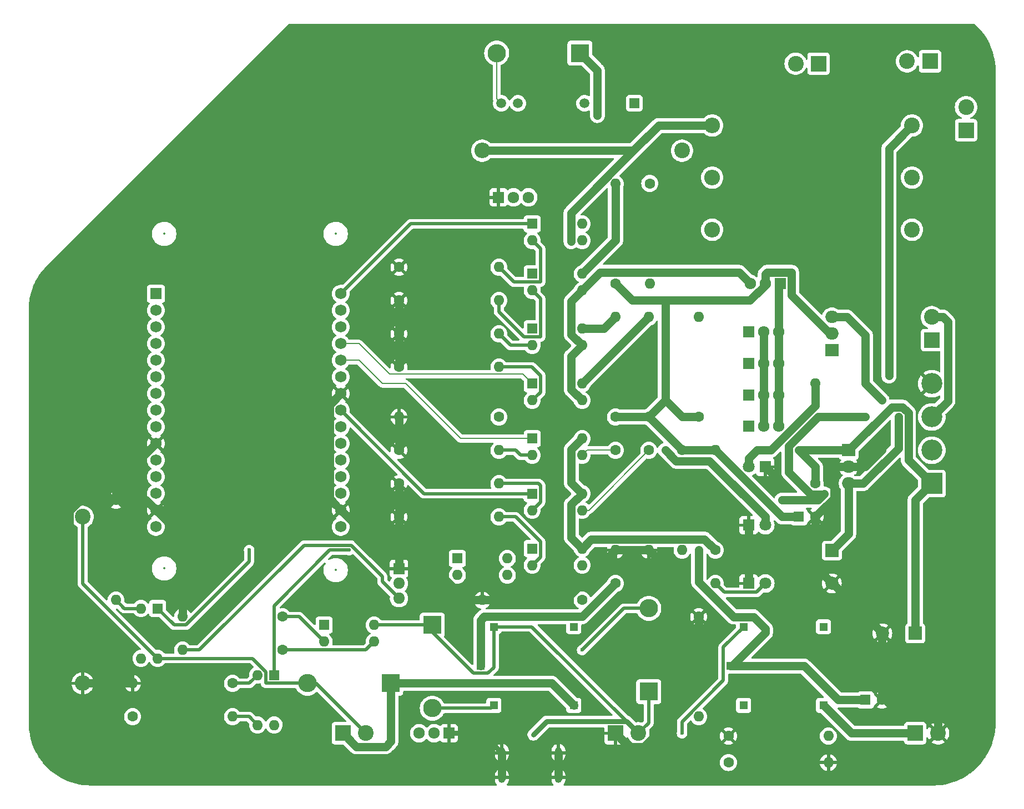
<source format=gbl>
%TF.GenerationSoftware,KiCad,Pcbnew,8.0.3*%
%TF.CreationDate,2024-07-02T09:29:00+05:30*%
%TF.ProjectId,new kicad,6e657720-6b69-4636-9164-2e6b69636164,rev?*%
%TF.SameCoordinates,Original*%
%TF.FileFunction,Copper,L2,Bot*%
%TF.FilePolarity,Positive*%
%FSLAX46Y46*%
G04 Gerber Fmt 4.6, Leading zero omitted, Abs format (unit mm)*
G04 Created by KiCad (PCBNEW 8.0.3) date 2024-07-02 09:29:00*
%MOMM*%
%LPD*%
G01*
G04 APERTURE LIST*
%TA.AperFunction,ComponentPad*%
%ADD10C,1.600000*%
%TD*%
%TA.AperFunction,ComponentPad*%
%ADD11O,1.600000X1.600000*%
%TD*%
%TA.AperFunction,ComponentPad*%
%ADD12R,1.752600X1.752600*%
%TD*%
%TA.AperFunction,ComponentPad*%
%ADD13C,1.752600*%
%TD*%
%TA.AperFunction,ComponentPad*%
%ADD14R,2.400000X2.400000*%
%TD*%
%TA.AperFunction,ComponentPad*%
%ADD15C,2.400000*%
%TD*%
%TA.AperFunction,ComponentPad*%
%ADD16R,1.600000X1.600000*%
%TD*%
%TA.AperFunction,ComponentPad*%
%ADD17R,2.000000X1.905000*%
%TD*%
%TA.AperFunction,ComponentPad*%
%ADD18O,2.000000X1.905000*%
%TD*%
%TA.AperFunction,ComponentPad*%
%ADD19R,1.800000X1.800000*%
%TD*%
%TA.AperFunction,ComponentPad*%
%ADD20C,1.800000*%
%TD*%
%TA.AperFunction,ComponentPad*%
%ADD21O,2.400000X2.400000*%
%TD*%
%TA.AperFunction,ComponentPad*%
%ADD22R,1.710000X1.800000*%
%TD*%
%TA.AperFunction,ComponentPad*%
%ADD23O,1.710000X1.800000*%
%TD*%
%TA.AperFunction,ComponentPad*%
%ADD24R,3.200000X3.200000*%
%TD*%
%TA.AperFunction,ComponentPad*%
%ADD25C,3.200000*%
%TD*%
%TA.AperFunction,ComponentPad*%
%ADD26R,2.800000X2.800000*%
%TD*%
%TA.AperFunction,ComponentPad*%
%ADD27O,2.800000X2.800000*%
%TD*%
%TA.AperFunction,ComponentPad*%
%ADD28R,1.308000X1.308000*%
%TD*%
%TA.AperFunction,ComponentPad*%
%ADD29R,2.000000X2.000000*%
%TD*%
%TA.AperFunction,ComponentPad*%
%ADD30C,2.000000*%
%TD*%
%TA.AperFunction,ComponentPad*%
%ADD31R,1.800000X1.710000*%
%TD*%
%TA.AperFunction,ComponentPad*%
%ADD32O,1.800000X1.710000*%
%TD*%
%TA.AperFunction,ComponentPad*%
%ADD33O,1.100000X1.700000*%
%TD*%
%TA.AperFunction,ComponentPad*%
%ADD34R,1.508000X1.508000*%
%TD*%
%TA.AperFunction,ComponentPad*%
%ADD35C,1.508000*%
%TD*%
%TA.AperFunction,ViaPad*%
%ADD36C,0.600000*%
%TD*%
%TA.AperFunction,Conductor*%
%ADD37C,1.300000*%
%TD*%
%TA.AperFunction,Conductor*%
%ADD38C,0.800000*%
%TD*%
%TA.AperFunction,Conductor*%
%ADD39C,0.500000*%
%TD*%
%TA.AperFunction,Conductor*%
%ADD40C,0.200000*%
%TD*%
%ADD41C,0.300000*%
%ADD42C,0.350000*%
%ADD43O,0.600000X1.200000*%
G04 APERTURE END LIST*
D10*
%TO.P,R16,1*%
%TO.N,Net-(R16-Pad1)*%
X109220000Y-132080000D03*
D11*
%TO.P,R16,2*%
%TO.N,Net-(Q2-B)*%
X93980000Y-132080000D03*
%TD*%
D12*
%TO.P,U1,1,A0*%
%TO.N,/A0*%
X89916000Y-77724000D03*
D13*
%TO.P,U1,2,RSV1*%
%TO.N,unconnected-(U1-RSV1-Pad2)*%
X89916000Y-80264000D03*
%TO.P,U1,3,RSV2*%
%TO.N,unconnected-(U1-RSV2-Pad3)*%
X89916000Y-82804000D03*
%TO.P,U1,4,SD3*%
%TO.N,unconnected-(U1-SD3-Pad4)*%
X89916000Y-85344000D03*
%TO.P,U1,5,SD2*%
%TO.N,unconnected-(U1-SD2-Pad5)*%
X89916000Y-87884000D03*
%TO.P,U1,6,SD1*%
%TO.N,unconnected-(U1-SD1-Pad6)*%
X89916000Y-90424000D03*
%TO.P,U1,7,CMD*%
%TO.N,unconnected-(U1-CMD-Pad7)*%
X89916000Y-92964000D03*
%TO.P,U1,8,SD0*%
%TO.N,unconnected-(U1-SD0-Pad8)*%
X89916000Y-95504000D03*
%TO.P,U1,9,CLK*%
%TO.N,unconnected-(U1-CLK-Pad9)*%
X89916000Y-98044000D03*
%TO.P,U1,10,GND*%
%TO.N,GND*%
X89916000Y-100584000D03*
%TO.P,U1,11,3V3*%
%TO.N,unconnected-(U1-3V3-Pad11)_1*%
X89916000Y-103124000D03*
%TO.P,U1,12,EN*%
%TO.N,unconnected-(U1-EN-Pad12)*%
X89916000Y-105664000D03*
%TO.P,U1,13,RST*%
%TO.N,unconnected-(U1-RST-Pad13)*%
X89916000Y-108204000D03*
%TO.P,U1,14,GND*%
%TO.N,GND*%
X89916000Y-110744000D03*
%TO.P,U1,15,VIN*%
%TO.N,VCC*%
X89916000Y-113284000D03*
%TO.P,U1,16,3V3*%
%TO.N,unconnected-(U1-3V3-Pad11)_0*%
X118110000Y-113284000D03*
%TO.P,U1,17,GND*%
%TO.N,GND*%
X118110000Y-110744000D03*
%TO.P,U1,18,TX*%
%TO.N,/PSHARE_ON_OFF*%
X118110000Y-108204000D03*
%TO.P,U1,19,RX*%
%TO.N,/POWER_ON_OFF*%
X118110000Y-105664000D03*
%TO.P,U1,20,D8*%
%TO.N,/D8*%
X118110000Y-103124000D03*
%TO.P,U1,21,D7*%
%TO.N,/D7*%
X118110000Y-100584000D03*
%TO.P,U1,22,D6*%
%TO.N,/D6*%
X118110000Y-98044000D03*
%TO.P,U1,23,D5*%
%TO.N,/D5*%
X118110000Y-95504000D03*
%TO.P,U1,24,GND*%
%TO.N,GND*%
X118110000Y-92964000D03*
%TO.P,U1,25,3V3*%
%TO.N,unconnected-(U1-3V3-Pad11)*%
X118110000Y-90424000D03*
%TO.P,U1,26,D4*%
%TO.N,/D4*%
X118110000Y-87884000D03*
%TO.P,U1,27,D3*%
%TO.N,/D3*%
X118110000Y-85344000D03*
%TO.P,U1,28,D2*%
%TO.N,/D2*%
X118110000Y-82804000D03*
%TO.P,U1,29,D1*%
%TO.N,/D1*%
X118110000Y-80264000D03*
%TO.P,U1,30,D0*%
%TO.N,/D0*%
X118110000Y-77724000D03*
%TD*%
D10*
%TO.P,R12,1*%
%TO.N,Net-(R12-Pad1)*%
X109220000Y-127000000D03*
D11*
%TO.P,R12,2*%
%TO.N,GND*%
X93980000Y-127000000D03*
%TD*%
D10*
%TO.P,R13,1*%
%TO.N,Net-(R13-Pad1)*%
X160020000Y-101600000D03*
D11*
%TO.P,R13,2*%
%TO.N,GND*%
X160020000Y-116840000D03*
%TD*%
D14*
%TO.P,J4,1,Pin_1*%
%TO.N,Net-(D5-K)*%
X118420000Y-144780000D03*
D15*
%TO.P,J4,2,Pin_2*%
%TO.N,/C_SENSE*%
X121920000Y-144780000D03*
%TD*%
D10*
%TO.P,R22,1*%
%TO.N,GND*%
X127000000Y-88900000D03*
D11*
%TO.P,R22,2*%
%TO.N,Net-(R22-Pad2)*%
X142240000Y-88900000D03*
%TD*%
D16*
%TO.P,U12,1*%
%TO.N,/POWER_ON_OFF*%
X115580000Y-128265000D03*
D11*
%TO.P,U12,2*%
%TO.N,Net-(R12-Pad1)*%
X115580000Y-130805000D03*
%TO.P,U12,3*%
%TO.N,Net-(R16-Pad1)*%
X123200000Y-130805000D03*
%TO.P,U12,4*%
%TO.N,VCC*%
X123200000Y-128265000D03*
%TD*%
D16*
%TO.P,U9,1*%
%TO.N,/D4*%
X147320000Y-99823000D03*
D11*
%TO.P,U9,2*%
%TO.N,Net-(R5-Pad2)*%
X147320000Y-102363000D03*
%TO.P,U9,3*%
%TO.N,Net-(R13-Pad1)*%
X154940000Y-102363000D03*
%TO.P,U9,4*%
%TO.N,/V_CONTROL*%
X154940000Y-99823000D03*
%TD*%
D10*
%TO.P,R4,1*%
%TO.N,GND*%
X172720000Y-127000000D03*
D11*
%TO.P,R4,2*%
%TO.N,Net-(R4-Pad2)*%
X172720000Y-142240000D03*
%TD*%
D17*
%TO.P,U8,1,ADJ*%
%TO.N,/V_CONTROL*%
X193040000Y-86360000D03*
D18*
%TO.P,U8,2,VO*%
%TO.N,/V_OUT*%
X193040000Y-83820000D03*
%TO.P,U8,3,VI*%
%TO.N,/POW_REG_CON*%
X193040000Y-81280000D03*
%TD*%
D19*
%TO.P,D6,1,K*%
%TO.N,GND*%
X180340000Y-113030000D03*
D20*
%TO.P,D6,2,A*%
%TO.N,Net-(D6-A)*%
X182880000Y-113030000D03*
%TD*%
D15*
%TO.P,R23,1*%
%TO.N,/E1_TO_R*%
X170180000Y-55880000D03*
D21*
%TO.P,R23,2*%
%TO.N,/LOAD+*%
X139700000Y-55880000D03*
%TD*%
D22*
%TO.P,Q7,1,E*%
%TO.N,/E4_TO_R*%
X180340000Y-97940000D03*
D23*
%TO.P,Q7,2,C*%
%TO.N,/POW_IN_CON*%
X182620000Y-97940000D03*
%TO.P,Q7,3,B*%
%TO.N,Net-(Q3-E)*%
X184900000Y-97940000D03*
%TD*%
D10*
%TO.P,R5,1*%
%TO.N,GND*%
X127000000Y-101600000D03*
D11*
%TO.P,R5,2*%
%TO.N,Net-(R5-Pad2)*%
X142240000Y-101600000D03*
%TD*%
D24*
%TO.P,D3,1,+*%
%TO.N,/POW_IN_CON*%
X208280000Y-106680000D03*
D25*
%TO.P,D3,2*%
%TO.N,Net-(J3-Pin_1)*%
X208280000Y-101600000D03*
%TO.P,D3,3*%
%TO.N,VAC*%
X208280000Y-96520000D03*
%TO.P,D3,4,-*%
%TO.N,GND*%
X208280000Y-91440000D03*
%TD*%
D10*
%TO.P,R17,1*%
%TO.N,/V_OUT*%
X170180000Y-101600000D03*
D11*
%TO.P,R17,2*%
%TO.N,/V_SENSE*%
X170180000Y-116840000D03*
%TD*%
D10*
%TO.P,R14,1*%
%TO.N,Net-(R14-Pad1)*%
X165100000Y-101600000D03*
D11*
%TO.P,R14,2*%
%TO.N,GND*%
X165100000Y-116840000D03*
%TD*%
D17*
%TO.P,U5,1,VI*%
%TO.N,/POW_IN_CON*%
X195580000Y-101600000D03*
D18*
%TO.P,U5,2,GND*%
%TO.N,GND*%
X195580000Y-104140000D03*
%TO.P,U5,3,VO*%
%TO.N,/POW_REG_CON*%
X195580000Y-106680000D03*
%TD*%
D10*
%TO.P,R27,1*%
%TO.N,/V_OUT*%
X160020000Y-76200000D03*
D11*
%TO.P,R27,2*%
%TO.N,/150_R*%
X160020000Y-60960000D03*
%TD*%
D15*
%TO.P,R3,1*%
%TO.N,/C_SENSE*%
X78740000Y-111760000D03*
D21*
%TO.P,R3,2*%
%TO.N,GND*%
X78740000Y-137160000D03*
%TD*%
D10*
%TO.P,R6,1*%
%TO.N,GND*%
X127000000Y-106680000D03*
D11*
%TO.P,R6,2*%
%TO.N,Net-(R6-Pad2)*%
X142240000Y-106680000D03*
%TD*%
D10*
%TO.P,R18,1*%
%TO.N,/V_SENSE*%
X142240000Y-96520000D03*
D11*
%TO.P,R18,2*%
%TO.N,GND*%
X127000000Y-96520000D03*
%TD*%
D14*
%TO.P,J7,1,Pin_1*%
%TO.N,/AC+*%
X208000000Y-42250000D03*
D15*
%TO.P,J7,2,Pin_2*%
%TO.N,/AC-*%
X204500000Y-42250000D03*
%TD*%
D26*
%TO.P,D8,1,K*%
%TO.N,VCC*%
X154600000Y-41000000D03*
D27*
%TO.P,D8,2,A*%
%TO.N,/RELAY_AC*%
X141900000Y-41000000D03*
%TD*%
D10*
%TO.P,R20,1*%
%TO.N,GND*%
X127000000Y-78740000D03*
D11*
%TO.P,R20,2*%
%TO.N,Net-(R20-Pad2)*%
X142240000Y-78740000D03*
%TD*%
D22*
%TO.P,Q5,1,E*%
%TO.N,/E2_TO_R*%
X180340000Y-88340000D03*
D23*
%TO.P,Q5,2,C*%
%TO.N,/POW_IN_CON*%
X182620000Y-88340000D03*
%TO.P,Q5,3,B*%
%TO.N,Net-(Q3-E)*%
X184900000Y-88340000D03*
%TD*%
D10*
%TO.P,R9,1*%
%TO.N,/V_OUT*%
X172720000Y-96520000D03*
D11*
%TO.P,R9,2*%
%TO.N,Net-(D6-A)*%
X172720000Y-81280000D03*
%TD*%
D10*
%TO.P,R25,1*%
%TO.N,/LOAD+*%
X160020000Y-121920000D03*
D11*
%TO.P,R25,2*%
%TO.N,Net-(D7-A)*%
X175260000Y-121920000D03*
%TD*%
D15*
%TO.P,R26,1*%
%TO.N,/E3_TO_R*%
X205250000Y-60000000D03*
D21*
%TO.P,R26,2*%
%TO.N,/LOAD+*%
X174770000Y-60000000D03*
%TD*%
D16*
%TO.P,U14,1*%
%TO.N,/D1*%
X147320000Y-74674000D03*
D11*
%TO.P,U14,2*%
%TO.N,Net-(R20-Pad2)*%
X147320000Y-77214000D03*
%TO.P,U14,3*%
%TO.N,/CURRENT_CONTROL*%
X154940000Y-77214000D03*
%TO.P,U14,4*%
%TO.N,/150_R*%
X154940000Y-74674000D03*
%TD*%
D10*
%TO.P,R11,1*%
%TO.N,/V_CONTROL*%
X175260000Y-116840000D03*
D11*
%TO.P,R11,2*%
%TO.N,/V_OUT*%
X175260000Y-101600000D03*
%TD*%
D10*
%TO.P,R33,1*%
%TO.N,Net-(J6-CC2)*%
X177260000Y-149250000D03*
D11*
%TO.P,R33,2*%
%TO.N,GND*%
X192500000Y-149250000D03*
%TD*%
D10*
%TO.P,R30,1*%
%TO.N,/V_OUT*%
X165100000Y-96520000D03*
D11*
%TO.P,R30,2*%
%TO.N,/5k_R*%
X165100000Y-81280000D03*
%TD*%
D10*
%TO.P,R21,1*%
%TO.N,GND*%
X127000000Y-83820000D03*
D11*
%TO.P,R21,2*%
%TO.N,Net-(R21-Pad2)*%
X142240000Y-83820000D03*
%TD*%
D16*
%TO.P,U15,1*%
%TO.N,/D2*%
X147320000Y-83057000D03*
D11*
%TO.P,U15,2*%
%TO.N,Net-(R21-Pad2)*%
X147320000Y-85597000D03*
%TO.P,U15,3*%
%TO.N,/CURRENT_CONTROL*%
X154940000Y-85597000D03*
%TO.P,U15,4*%
%TO.N,/3k_R*%
X154940000Y-83057000D03*
%TD*%
D16*
%TO.P,U11,1*%
%TO.N,/D6*%
X147320000Y-116589000D03*
D11*
%TO.P,U11,2*%
%TO.N,Net-(R7-Pad2)*%
X147320000Y-119129000D03*
%TO.P,U11,3*%
%TO.N,Net-(R15-Pad1)*%
X154940000Y-119129000D03*
%TO.P,U11,4*%
%TO.N,/V_CONTROL*%
X154940000Y-116589000D03*
%TD*%
D16*
%TO.P,U13,1*%
%TO.N,/D0*%
X147320000Y-67054000D03*
D11*
%TO.P,U13,2*%
%TO.N,Net-(R19-Pad2)*%
X147320000Y-69594000D03*
%TO.P,U13,3*%
%TO.N,Net-(R28-Pad2)*%
X154940000Y-69594000D03*
%TO.P,U13,4*%
%TO.N,VCC*%
X154940000Y-67054000D03*
%TD*%
D10*
%TO.P,R1,1*%
%TO.N,/POW_IN_CON*%
X190500000Y-106680000D03*
D11*
%TO.P,R1,2*%
%TO.N,Net-(D4-A)*%
X190500000Y-91440000D03*
%TD*%
D10*
%TO.P,R32,1*%
%TO.N,GND*%
X177260000Y-145200000D03*
D11*
%TO.P,R32,2*%
%TO.N,Net-(J6-CC1)*%
X192500000Y-145200000D03*
%TD*%
D10*
%TO.P,R2,1*%
%TO.N,GND*%
X83820000Y-109220000D03*
D11*
%TO.P,R2,2*%
%TO.N,Net-(R2-Pad2)*%
X83820000Y-124460000D03*
%TD*%
D16*
%TO.P,C3,1*%
%TO.N,/V_OUT*%
X188000000Y-111760000D03*
D10*
%TO.P,C3,2*%
%TO.N,GND*%
X190500000Y-111760000D03*
%TD*%
%TO.P,R7,1*%
%TO.N,GND*%
X127000000Y-111760000D03*
D11*
%TO.P,R7,2*%
%TO.N,Net-(R7-Pad2)*%
X142240000Y-111760000D03*
%TD*%
D14*
%TO.P,J2,1,Pin_1*%
%TO.N,/ACL+*%
X191000000Y-42600000D03*
D15*
%TO.P,J2,2,Pin_2*%
%TO.N,/AC-*%
X187500000Y-42600000D03*
%TD*%
D14*
%TO.P,J1,1,Pin_1*%
%TO.N,GND*%
X160020000Y-144780000D03*
D15*
%TO.P,J1,2,Pin_2*%
%TO.N,VCC*%
X163520000Y-144780000D03*
%TD*%
D22*
%TO.P,Q6,1,E*%
%TO.N,/E3_TO_R*%
X180340000Y-93140000D03*
D23*
%TO.P,Q6,2,C*%
%TO.N,/POW_IN_CON*%
X182620000Y-93140000D03*
%TO.P,Q6,3,B*%
%TO.N,Net-(Q3-E)*%
X184900000Y-93140000D03*
%TD*%
D16*
%TO.P,U16,1*%
%TO.N,/D3*%
X147320000Y-91440000D03*
D11*
%TO.P,U16,2*%
%TO.N,Net-(R22-Pad2)*%
X147320000Y-93980000D03*
%TO.P,U16,3*%
%TO.N,/CURRENT_CONTROL*%
X154940000Y-93980000D03*
%TO.P,U16,4*%
%TO.N,/5k_R*%
X154940000Y-91440000D03*
%TD*%
D10*
%TO.P,R15,1*%
%TO.N,Net-(R15-Pad1)*%
X154940000Y-124460000D03*
D11*
%TO.P,R15,2*%
%TO.N,GND*%
X139700000Y-124460000D03*
%TD*%
D28*
%TO.P,U2,P$1*%
%TO.N,VCC*%
X141463250Y-128526750D03*
%TO.P,U2,P$2*%
%TO.N,/LOAD+*%
X139463250Y-134526750D03*
%TO.P,U2,P$3*%
%TO.N,/RELAY_IN*%
X141463250Y-140526750D03*
%TO.P,U2,P$4*%
%TO.N,Net-(D5-K)*%
X153663250Y-140526750D03*
%TO.P,U2,P$5*%
%TO.N,unconnected-(U2-PadP$5)*%
X153663250Y-128526750D03*
%TD*%
D19*
%TO.P,D4,1,K*%
%TO.N,GND*%
X182880000Y-104140000D03*
D20*
%TO.P,D4,2,A*%
%TO.N,Net-(D4-A)*%
X180340000Y-104140000D03*
%TD*%
D28*
%TO.P,U3,P$1*%
%TO.N,VCC*%
X179563250Y-128526750D03*
%TO.P,U3,P$2*%
%TO.N,/LOAD+*%
X177563250Y-134526750D03*
%TO.P,U3,P$3*%
%TO.N,/RELAY1_IN*%
X179563250Y-140526750D03*
%TO.P,U3,P$4*%
%TO.N,Net-(J5-Pin_1)*%
X191763250Y-140526750D03*
%TO.P,U3,P$5*%
%TO.N,unconnected-(U3-PadP$5)*%
X191763250Y-128526750D03*
%TD*%
D19*
%TO.P,D7,1,K*%
%TO.N,GND*%
X180340000Y-121920000D03*
D20*
%TO.P,D7,2,A*%
%TO.N,Net-(D7-A)*%
X182880000Y-121920000D03*
%TD*%
D22*
%TO.P,Q4,1,E*%
%TO.N,/E1_TO_R*%
X180340000Y-83540000D03*
D23*
%TO.P,Q4,2,C*%
%TO.N,/POW_IN_CON*%
X182620000Y-83540000D03*
%TO.P,Q4,3,B*%
%TO.N,Net-(Q3-E)*%
X184900000Y-83540000D03*
%TD*%
D16*
%TO.P,U7,1*%
%TO.N,/PSHARE_ON_OFF*%
X107955000Y-135900000D03*
D11*
%TO.P,U7,2*%
%TO.N,Net-(R8-Pad1)*%
X105415000Y-135900000D03*
%TO.P,U7,3*%
%TO.N,Net-(R10-Pad2)*%
X105415000Y-143520000D03*
%TO.P,U7,4*%
%TO.N,VCC*%
X107955000Y-143520000D03*
%TD*%
D10*
%TO.P,R28,1*%
%TO.N,Net-(Q8-B)*%
X165250000Y-60880000D03*
D11*
%TO.P,R28,2*%
%TO.N,Net-(R28-Pad2)*%
X165250000Y-76120000D03*
%TD*%
D26*
%TO.P,D1,1,K*%
%TO.N,VCC*%
X132080000Y-128270000D03*
D27*
%TO.P,D1,2,A*%
%TO.N,/RELAY_IN*%
X132080000Y-140970000D03*
%TD*%
D22*
%TO.P,Q3,1,E*%
%TO.N,Net-(Q3-E)*%
X185160000Y-76200000D03*
D23*
%TO.P,Q3,2,C*%
%TO.N,/V_OUT*%
X182880000Y-76200000D03*
%TO.P,Q3,3,B*%
%TO.N,/CURRENT_CONTROL*%
X180600000Y-76200000D03*
%TD*%
D29*
%TO.P,C2,1*%
%TO.N,/POW_REG_CON*%
X193040000Y-116920000D03*
D30*
%TO.P,C2,2*%
%TO.N,GND*%
X193040000Y-121920000D03*
%TD*%
D29*
%TO.P,C1,1*%
%TO.N,/POW_IN_CON*%
X205740000Y-129540000D03*
D30*
%TO.P,C1,2*%
%TO.N,GND*%
X200740000Y-129540000D03*
%TD*%
D15*
%TO.P,R31,1*%
%TO.N,/E4_TO_R*%
X205250000Y-52050000D03*
D21*
%TO.P,R31,2*%
%TO.N,/LOAD+*%
X174770000Y-52050000D03*
%TD*%
D14*
%TO.P,J3,1,Pin_1*%
%TO.N,Net-(J3-Pin_1)*%
X208280000Y-84780000D03*
D15*
%TO.P,J3,2,Pin_2*%
%TO.N,VAC*%
X208280000Y-81280000D03*
%TD*%
D22*
%TO.P,Q1,1,E*%
%TO.N,GND*%
X134620000Y-144780000D03*
D23*
%TO.P,Q1,2,C*%
%TO.N,/RELAY1_IN*%
X132340000Y-144780000D03*
%TO.P,Q1,3,B*%
%TO.N,Net-(Q1-B)*%
X130060000Y-144780000D03*
%TD*%
D31*
%TO.P,Q2,1,E*%
%TO.N,GND*%
X127000000Y-119640000D03*
D32*
%TO.P,Q2,2,C*%
%TO.N,/RELAY_IN*%
X127000000Y-121920000D03*
%TO.P,Q2,3,B*%
%TO.N,Net-(Q2-B)*%
X127000000Y-124200000D03*
%TD*%
D10*
%TO.P,R19,1*%
%TO.N,GND*%
X127000000Y-73660000D03*
D11*
%TO.P,R19,2*%
%TO.N,Net-(R19-Pad2)*%
X142240000Y-73660000D03*
%TD*%
D10*
%TO.P,R10,1*%
%TO.N,Net-(Q1-B)*%
X86360000Y-142240000D03*
D11*
%TO.P,R10,2*%
%TO.N,Net-(R10-Pad2)*%
X101600000Y-142240000D03*
%TD*%
D16*
%TO.P,U4,1*%
%TO.N,/D7*%
X90175000Y-125740000D03*
D11*
%TO.P,U4,2*%
%TO.N,Net-(R2-Pad2)*%
X87635000Y-125740000D03*
%TO.P,U4,3*%
%TO.N,/A0*%
X87635000Y-133360000D03*
%TO.P,U4,4*%
%TO.N,/C_SENSE*%
X90175000Y-133360000D03*
%TD*%
D16*
%TO.P,C4,1*%
%TO.N,/LOAD+*%
X198160000Y-139700000D03*
D10*
%TO.P,C4,2*%
%TO.N,GND*%
X200660000Y-139700000D03*
%TD*%
D16*
%TO.P,U6,1*%
%TO.N,/D8*%
X135900000Y-118105000D03*
D11*
%TO.P,U6,2*%
%TO.N,Net-(R4-Pad2)*%
X135900000Y-120645000D03*
%TO.P,U6,3*%
%TO.N,/A0*%
X143520000Y-120645000D03*
%TO.P,U6,4*%
%TO.N,/V_SENSE*%
X143520000Y-118105000D03*
%TD*%
D10*
%TO.P,R8,1*%
%TO.N,Net-(R8-Pad1)*%
X101600000Y-137160000D03*
D11*
%TO.P,R8,2*%
%TO.N,GND*%
X86360000Y-137160000D03*
%TD*%
D33*
%TO.P,J6,S1,SHIELD*%
%TO.N,GND*%
X142680000Y-147750000D03*
X142680000Y-151550000D03*
X151320000Y-147750000D03*
X151320000Y-151550000D03*
%TD*%
D10*
%TO.P,R29,1*%
%TO.N,/V_OUT*%
X160020000Y-96520000D03*
D11*
%TO.P,R29,2*%
%TO.N,/3k_R*%
X160020000Y-81280000D03*
%TD*%
D15*
%TO.P,R24,1*%
%TO.N,/E2_TO_R*%
X205250000Y-67950000D03*
D21*
%TO.P,R24,2*%
%TO.N,/LOAD+*%
X174770000Y-67950000D03*
%TD*%
D22*
%TO.P,Q8,1,E*%
%TO.N,GND*%
X142190000Y-63000000D03*
D23*
%TO.P,Q8,2,C*%
%TO.N,/RELAY_AC*%
X144470000Y-63000000D03*
%TO.P,Q8,3,B*%
%TO.N,Net-(Q8-B)*%
X146750000Y-63000000D03*
%TD*%
D26*
%TO.P,D5,1,K*%
%TO.N,Net-(D5-K)*%
X125730000Y-137160000D03*
D27*
%TO.P,D5,2,A*%
%TO.N,/C_SENSE*%
X113030000Y-137160000D03*
%TD*%
D14*
%TO.P,J8,1,Pin_1*%
%TO.N,/AC+*%
X213500000Y-52750000D03*
D15*
%TO.P,J8,2,Pin_2*%
%TO.N,/AC-*%
X213500000Y-49250000D03*
%TD*%
D34*
%TO.P,K1,1*%
%TO.N,/AC+*%
X162910000Y-48650000D03*
D35*
%TO.P,K1,2*%
%TO.N,/ACL+*%
X155290000Y-48650000D03*
%TO.P,K1,3*%
%TO.N,VCC*%
X145130000Y-48650000D03*
%TO.P,K1,4*%
%TO.N,/RELAY_AC*%
X142590000Y-48650000D03*
%TD*%
D14*
%TO.P,J5,1,Pin_1*%
%TO.N,Net-(J5-Pin_1)*%
X205740000Y-144780000D03*
D15*
%TO.P,J5,2,Pin_2*%
%TO.N,GND*%
X209240000Y-144780000D03*
%TD*%
D16*
%TO.P,U10,1*%
%TO.N,/D5*%
X147320000Y-108206000D03*
D11*
%TO.P,U10,2*%
%TO.N,Net-(R6-Pad2)*%
X147320000Y-110746000D03*
%TO.P,U10,3*%
%TO.N,Net-(R14-Pad1)*%
X154940000Y-110746000D03*
%TO.P,U10,4*%
%TO.N,/V_CONTROL*%
X154940000Y-108206000D03*
%TD*%
D26*
%TO.P,D2,1,K*%
%TO.N,VCC*%
X165100000Y-138430000D03*
D27*
%TO.P,D2,2,A*%
%TO.N,/RELAY1_IN*%
X165100000Y-125730000D03*
%TD*%
D36*
%TO.N,GND*%
X118437500Y-54750000D03*
X107750000Y-68250000D03*
X123500000Y-57000000D03*
X200660000Y-101600000D03*
X125875000Y-41000000D03*
X109937500Y-72500000D03*
X122500000Y-38750000D03*
X172720000Y-124460000D03*
X127562500Y-38750000D03*
X118437500Y-57000000D03*
X124187500Y-38750000D03*
X123500000Y-54750000D03*
X121812500Y-54750000D03*
X116750000Y-57000000D03*
X127562500Y-41000000D03*
X107625000Y-72500000D03*
X116750000Y-54750000D03*
X110000000Y-68250000D03*
X122500000Y-41000000D03*
X120125000Y-54750000D03*
X105250000Y-72500000D03*
X103000000Y-72500000D03*
X121812500Y-57000000D03*
X105250000Y-68250000D03*
X112250000Y-72500000D03*
X129250000Y-41000000D03*
X185420000Y-106680000D03*
X167640000Y-119380000D03*
X120125000Y-57000000D03*
X112250000Y-68250000D03*
X124187500Y-41000000D03*
X125875000Y-38750000D03*
X103062500Y-68250000D03*
X129250000Y-38750000D03*
%TO.N,/POW_IN_CON*%
X187960000Y-101600000D03*
%TO.N,/POW_REG_CON*%
X203200000Y-96520000D03*
X200660000Y-93980000D03*
%TO.N,VCC*%
X170180000Y-144780000D03*
X157250000Y-50750000D03*
X147500000Y-145000000D03*
%TO.N,/LOAD+*%
X172720000Y-116840000D03*
X153250000Y-69750000D03*
%TO.N,/RELAY1_IN*%
X154940000Y-132080000D03*
%TO.N,/E4_TO_R*%
X185420000Y-109220000D03*
X198120000Y-96520000D03*
X201750000Y-90250000D03*
%TO.N,Net-(D6-A)*%
X167640000Y-101600000D03*
%TO.N,/D7*%
X104140000Y-116840000D03*
%TO.N,/PSHARE_ON_OFF*%
X119380000Y-116840000D03*
%TD*%
D37*
%TO.N,GND*%
X185420000Y-106680000D02*
X182880000Y-104140000D01*
X160020000Y-144780000D02*
X162070000Y-146830000D01*
X165100000Y-116840000D02*
X160020000Y-116840000D01*
X116383700Y-108919057D02*
X116383700Y-108763700D01*
X209240000Y-144780000D02*
X209240000Y-143082944D01*
X193375000Y-108885000D02*
X193375000Y-104140000D01*
X200660000Y-139700000D02*
X200660000Y-129620000D01*
X193120000Y-121920000D02*
X200740000Y-129540000D01*
X198120000Y-104140000D02*
X200660000Y-101600000D01*
D38*
X142680000Y-147750000D02*
X139710000Y-144780000D01*
D37*
X117394943Y-109930300D02*
X116383700Y-108919057D01*
X114403400Y-110744000D02*
X116383700Y-108763700D01*
X205857056Y-139700000D02*
X200660000Y-139700000D01*
X116383700Y-94690300D02*
X118110000Y-92964000D01*
X190500000Y-111760000D02*
X193375000Y-108885000D01*
X93980000Y-114808000D02*
X89916000Y-110744000D01*
X142680000Y-151550000D02*
X142680000Y-147750000D01*
X76690000Y-127490000D02*
X76690000Y-110910862D01*
X93980000Y-127000000D02*
X93980000Y-114808000D01*
X190500000Y-116840000D02*
X190500000Y-119380000D01*
X200660000Y-129620000D02*
X200740000Y-129540000D01*
X127000000Y-114300000D02*
X121666000Y-114300000D01*
X78740000Y-137160000D02*
X86360000Y-137160000D01*
X127000000Y-83820000D02*
X127000000Y-88900000D01*
X127000000Y-111760000D02*
X127000000Y-106680000D01*
X172720000Y-124460000D02*
X165100000Y-116840000D01*
X162070000Y-146830000D02*
X164369138Y-146830000D01*
X209240000Y-143082944D02*
X205857056Y-139700000D01*
X127000000Y-111760000D02*
X127000000Y-114300000D01*
X127000000Y-96520000D02*
X127000000Y-101600000D01*
X137160000Y-124460000D02*
X127000000Y-114300000D01*
X193375000Y-104140000D02*
X195580000Y-104140000D01*
X83820000Y-106680000D02*
X83820000Y-109220000D01*
X78380862Y-109220000D02*
X83820000Y-109220000D01*
X76690000Y-110910862D02*
X78380862Y-109220000D01*
D38*
X139710000Y-144780000D02*
X134620000Y-144780000D01*
D37*
X190500000Y-119380000D02*
X193040000Y-121920000D01*
X116383700Y-108763700D02*
X116383700Y-94690300D01*
X172720000Y-138479138D02*
X172720000Y-127000000D01*
X152400000Y-124460000D02*
X160020000Y-116840000D01*
X127000000Y-119640000D02*
X127000000Y-114300000D01*
X139700000Y-124460000D02*
X137160000Y-124460000D01*
X86360000Y-137160000D02*
X76690000Y-127490000D01*
X121666000Y-114300000D02*
X118110000Y-110744000D01*
X127000000Y-78740000D02*
X127000000Y-83820000D01*
X195580000Y-104140000D02*
X198120000Y-104140000D01*
X164369138Y-146830000D02*
X172720000Y-138479138D01*
X88392000Y-109220000D02*
X89916000Y-110744000D01*
X89916000Y-100584000D02*
X83820000Y-106680000D01*
X151320000Y-151550000D02*
X151320000Y-147750000D01*
X193040000Y-121920000D02*
X193120000Y-121920000D01*
X89916000Y-110744000D02*
X114403400Y-110744000D01*
X139700000Y-124460000D02*
X152400000Y-124460000D01*
X180340000Y-121920000D02*
X180340000Y-113030000D01*
X83820000Y-109220000D02*
X88392000Y-109220000D01*
X190500000Y-111760000D02*
X190500000Y-116840000D01*
%TO.N,/POW_IN_CON*%
X195580000Y-101600000D02*
X202160000Y-95020000D01*
X203821320Y-95020000D02*
X204700000Y-95898680D01*
X205740000Y-109220000D02*
X208280000Y-106680000D01*
X202160000Y-95020000D02*
X203821320Y-95020000D01*
X182620000Y-88340000D02*
X182620000Y-93140000D01*
X205740000Y-129540000D02*
X205740000Y-109220000D01*
X190500000Y-104140000D02*
X187960000Y-101600000D01*
X204700000Y-103100000D02*
X208280000Y-106680000D01*
X182620000Y-97940000D02*
X182620000Y-93140000D01*
X187960000Y-101600000D02*
X195580000Y-101600000D01*
X182620000Y-83540000D02*
X182620000Y-88340000D01*
X190500000Y-106680000D02*
X190500000Y-104140000D01*
X204700000Y-95898680D02*
X204700000Y-103100000D01*
%TO.N,/POW_REG_CON*%
X195340000Y-81280000D02*
X193040000Y-81280000D01*
X200660000Y-93980000D02*
X198120000Y-91440000D01*
X195580000Y-106680000D02*
X197785000Y-106680000D01*
X197785000Y-106680000D02*
X203200000Y-101265000D01*
X198120000Y-84060000D02*
X195340000Y-81280000D01*
X203200000Y-101265000D02*
X203200000Y-96520000D01*
X195580000Y-106680000D02*
X195580000Y-114380000D01*
X195580000Y-114380000D02*
X193040000Y-116920000D01*
X198120000Y-91440000D02*
X198120000Y-84060000D01*
%TO.N,VAC*%
X210730000Y-94070000D02*
X208280000Y-96520000D01*
X210730000Y-82032944D02*
X210730000Y-94070000D01*
X209977056Y-81280000D02*
X210730000Y-82032944D01*
X208280000Y-81280000D02*
X209977056Y-81280000D01*
D39*
%TO.N,/RELAY_IN*%
X132080000Y-140970000D02*
X141020000Y-140970000D01*
X141020000Y-140970000D02*
X141463250Y-140526750D01*
%TO.N,VCC*%
X141463250Y-128526750D02*
X147266750Y-128526750D01*
X141463250Y-134734750D02*
X140567250Y-135630750D01*
X138359250Y-135630750D02*
X132080000Y-129351500D01*
X147266750Y-128526750D02*
X163520000Y-144780000D01*
D38*
X149520000Y-142980000D02*
X161720000Y-142980000D01*
D39*
X165100000Y-138430000D02*
X165100000Y-143200000D01*
D37*
X154600000Y-41000000D02*
X157250000Y-43650000D01*
D39*
X170180000Y-143012233D02*
X176459250Y-136732983D01*
D37*
X157250000Y-43650000D02*
X157250000Y-50500000D01*
D39*
X132080000Y-128270000D02*
X123205000Y-128270000D01*
X176459250Y-131630750D02*
X179563250Y-128526750D01*
X132080000Y-129351500D02*
X132080000Y-128270000D01*
X141463250Y-128526750D02*
X141463250Y-134734750D01*
X170180000Y-144780000D02*
X170180000Y-143012233D01*
X123205000Y-128270000D02*
X123200000Y-128265000D01*
X140567250Y-135630750D02*
X138359250Y-135630750D01*
D38*
X161720000Y-142980000D02*
X163520000Y-144780000D01*
D39*
X165100000Y-143200000D02*
X163520000Y-144780000D01*
D38*
X147500000Y-145000000D02*
X149520000Y-142980000D01*
D39*
X176459250Y-136732983D02*
X176459250Y-131630750D01*
D37*
%TO.N,/V_OUT*%
X183180000Y-74450000D02*
X182880000Y-74750000D01*
X167640000Y-93980000D02*
X165100000Y-96520000D01*
X185420000Y-111760000D02*
X175260000Y-101600000D01*
X186865000Y-77950000D02*
X186865000Y-74450000D01*
X170180000Y-96520000D02*
X167640000Y-93980000D01*
X193040000Y-83820000D02*
X192735000Y-83820000D01*
X180516234Y-78740000D02*
X167640000Y-78740000D01*
X162560000Y-78740000D02*
X167640000Y-78740000D01*
X170180000Y-101600000D02*
X165100000Y-96520000D01*
X182880000Y-76376234D02*
X180516234Y-78740000D01*
X182880000Y-75000000D02*
X182880000Y-76200000D01*
X167640000Y-78740000D02*
X167640000Y-93980000D01*
X192735000Y-83820000D02*
X186865000Y-77950000D01*
X172720000Y-96520000D02*
X170180000Y-96520000D01*
X175260000Y-101600000D02*
X170180000Y-101600000D01*
X188000000Y-111760000D02*
X185420000Y-111760000D01*
X160020000Y-76200000D02*
X162560000Y-78740000D01*
X160020000Y-96520000D02*
X165100000Y-96520000D01*
X182880000Y-76200000D02*
X182880000Y-76376234D01*
X182880000Y-74750000D02*
X182880000Y-75000000D01*
X186865000Y-74450000D02*
X183180000Y-74450000D01*
%TO.N,/LOAD+*%
X178029297Y-127022750D02*
X181067250Y-127022750D01*
X166596547Y-52050000D02*
X174770000Y-52050000D01*
X182880000Y-129446750D02*
X177800000Y-134526750D01*
X139982000Y-127000000D02*
X154940000Y-127000000D01*
X139463250Y-134526750D02*
X139463250Y-127518750D01*
X198160000Y-139700000D02*
X193944500Y-139700000D01*
X177800000Y-134526750D02*
X188771250Y-134526750D01*
X181067250Y-127022750D02*
X182880000Y-128835500D01*
X162766547Y-55880000D02*
X139700000Y-55880000D01*
X162766547Y-55880000D02*
X153250000Y-65396547D01*
X172720000Y-116840000D02*
X172720000Y-121713453D01*
X182880000Y-128835500D02*
X182880000Y-129446750D01*
X154940000Y-127000000D02*
X160020000Y-121920000D01*
X162766547Y-55880000D02*
X166596547Y-52050000D01*
X139463250Y-127518750D02*
X139982000Y-127000000D01*
X177563250Y-134526750D02*
X177800000Y-134526750D01*
X188771250Y-134526750D02*
X193944500Y-139700000D01*
X172720000Y-121713453D02*
X178029297Y-127022750D01*
X153250000Y-69750000D02*
X153250000Y-65396547D01*
D39*
%TO.N,/RELAY1_IN*%
X154940000Y-132080000D02*
X161290000Y-125730000D01*
X161290000Y-125730000D02*
X165100000Y-125730000D01*
%TO.N,Net-(D7-A)*%
X175260000Y-121920000D02*
X176610000Y-123270000D01*
X181530000Y-123270000D02*
X182880000Y-121920000D01*
X176610000Y-123270000D02*
X181530000Y-123270000D01*
D40*
%TO.N,/RELAY_AC*%
X141900000Y-47960000D02*
X142590000Y-48650000D01*
X141900000Y-41000000D02*
X141900000Y-47960000D01*
D37*
%TO.N,Net-(D4-A)*%
X180340000Y-104140000D02*
X180340000Y-102867208D01*
X181607208Y-101600000D02*
X183696234Y-101600000D01*
X183696234Y-101600000D02*
X190500000Y-94796234D01*
X180340000Y-102867208D02*
X181607208Y-101600000D01*
X190500000Y-94796234D02*
X190500000Y-91440000D01*
D39*
%TO.N,/C_SENSE*%
X114300000Y-137160000D02*
X113030000Y-137160000D01*
X104642767Y-133360000D02*
X106680000Y-135397233D01*
X90175000Y-133360000D02*
X78740000Y-121925000D01*
X106715000Y-137160000D02*
X113030000Y-137160000D01*
X78740000Y-121925000D02*
X78740000Y-111760000D01*
X106680000Y-137125000D02*
X106715000Y-137160000D01*
X90175000Y-133360000D02*
X104642767Y-133360000D01*
X121920000Y-144780000D02*
X114300000Y-137160000D01*
X106680000Y-135397233D02*
X106680000Y-137125000D01*
D37*
%TO.N,Net-(D5-K)*%
X118420000Y-144780000D02*
X120470000Y-146830000D01*
X125730000Y-146050000D02*
X125730000Y-137160000D01*
X153663250Y-140526750D02*
X150296500Y-137160000D01*
X120470000Y-146830000D02*
X124950000Y-146830000D01*
X150296500Y-137160000D02*
X125730000Y-137160000D01*
X124950000Y-146830000D02*
X125730000Y-146050000D01*
%TO.N,/CURRENT_CONTROL*%
X153290000Y-87247000D02*
X154940000Y-85597000D01*
X153290000Y-92330000D02*
X153290000Y-87247000D01*
X154940000Y-93980000D02*
X153290000Y-92330000D01*
X154940000Y-85597000D02*
X153290000Y-83947000D01*
X178870000Y-74470000D02*
X180600000Y-76200000D01*
X153290000Y-83947000D02*
X153290000Y-78864000D01*
X157684000Y-74470000D02*
X178870000Y-74470000D01*
X153290000Y-78864000D02*
X154940000Y-77214000D01*
X154940000Y-77214000D02*
X157684000Y-74470000D01*
%TO.N,/E4_TO_R*%
X191808680Y-108330000D02*
X189816547Y-108330000D01*
X205250000Y-52050000D02*
X201750000Y-55550000D01*
X190918680Y-109220000D02*
X191875000Y-108263680D01*
X186460000Y-104973453D02*
X186460000Y-100978680D01*
X185420000Y-109220000D02*
X190918680Y-109220000D01*
X189816547Y-108330000D02*
X186460000Y-104973453D01*
X201750000Y-55550000D02*
X201750000Y-90250000D01*
X191875000Y-108263680D02*
X191808680Y-108330000D01*
X190918680Y-96520000D02*
X198120000Y-96520000D01*
X186460000Y-100978680D02*
X190918680Y-96520000D01*
D39*
%TO.N,Net-(R2-Pad2)*%
X85100000Y-125740000D02*
X83820000Y-124460000D01*
X87635000Y-125740000D02*
X85100000Y-125740000D01*
D37*
%TO.N,Net-(D6-A)*%
X182880000Y-113030000D02*
X182880000Y-111757208D01*
X182880000Y-111757208D02*
X174372792Y-103250000D01*
X174372792Y-103250000D02*
X169290000Y-103250000D01*
X169290000Y-103250000D02*
X167640000Y-101600000D01*
D39*
%TO.N,Net-(R5-Pad2)*%
X144780000Y-101600000D02*
X145543000Y-102363000D01*
X142240000Y-101600000D02*
X144780000Y-101600000D01*
X145543000Y-102363000D02*
X147320000Y-102363000D01*
%TO.N,Net-(R6-Pad2)*%
X148570000Y-109496000D02*
X147320000Y-110746000D01*
X142240000Y-106680000D02*
X148294000Y-106680000D01*
X148570000Y-106956000D02*
X148570000Y-109496000D01*
X148294000Y-106680000D02*
X148570000Y-106956000D01*
D37*
%TO.N,/V_CONTROL*%
X173610000Y-115190000D02*
X156339000Y-115190000D01*
X175260000Y-116840000D02*
X173610000Y-115190000D01*
X154940000Y-116589000D02*
X153290000Y-114939000D01*
X153290000Y-101473000D02*
X154940000Y-99823000D01*
X153290000Y-106556000D02*
X153290000Y-101473000D01*
X156339000Y-115190000D02*
X154940000Y-116589000D01*
X153290000Y-114939000D02*
X153290000Y-109856000D01*
X154940000Y-108206000D02*
X153290000Y-106556000D01*
X153290000Y-109856000D02*
X154940000Y-108206000D01*
D39*
%TO.N,Net-(Q2-B)*%
X124460000Y-120859339D02*
X124460000Y-121660000D01*
X124460000Y-121660000D02*
X127000000Y-124200000D01*
X96520000Y-132080000D02*
X112510000Y-116090000D01*
X112510000Y-116090000D02*
X119690661Y-116090000D01*
X119690661Y-116090000D02*
X124460000Y-120859339D01*
X93980000Y-132080000D02*
X96520000Y-132080000D01*
%TO.N,Net-(R7-Pad2)*%
X148570000Y-117879000D02*
X147320000Y-119129000D01*
X148570000Y-115550000D02*
X148570000Y-117879000D01*
X142240000Y-111760000D02*
X144780000Y-111760000D01*
X144780000Y-111760000D02*
X148570000Y-115550000D01*
%TO.N,Net-(R10-Pad2)*%
X104135000Y-142240000D02*
X105415000Y-143520000D01*
X101600000Y-142240000D02*
X104135000Y-142240000D01*
D37*
%TO.N,/150_R*%
X154940000Y-74674000D02*
X160020000Y-69594000D01*
X160020000Y-69594000D02*
X160020000Y-60960000D01*
%TO.N,/3k_R*%
X158243000Y-83057000D02*
X160020000Y-81280000D01*
X154940000Y-83057000D02*
X158243000Y-83057000D01*
%TO.N,/5k_R*%
X165100000Y-81280000D02*
X154940000Y-91440000D01*
D39*
%TO.N,/D7*%
X92685000Y-128250000D02*
X94497767Y-128250000D01*
X104140000Y-118607767D02*
X104140000Y-116840000D01*
X94497767Y-128250000D02*
X104140000Y-118607767D01*
X90175000Y-125740000D02*
X92685000Y-128250000D01*
D40*
%TO.N,/D4*%
X120904000Y-87884000D02*
X118110000Y-87884000D01*
X124460000Y-91440000D02*
X120904000Y-87884000D01*
X136367365Y-99823000D02*
X127984365Y-91440000D01*
X147320000Y-99823000D02*
X136367365Y-99823000D01*
X127984365Y-91440000D02*
X124460000Y-91440000D01*
D39*
%TO.N,/D5*%
X130812000Y-108206000D02*
X118110000Y-95504000D01*
X147320000Y-108206000D02*
X130812000Y-108206000D01*
D40*
%TO.N,/D3*%
X125560000Y-90000000D02*
X120904000Y-85344000D01*
X120904000Y-85344000D02*
X118110000Y-85344000D01*
X147320000Y-91440000D02*
X145880000Y-90000000D01*
X145880000Y-90000000D02*
X125560000Y-90000000D01*
D39*
%TO.N,/D0*%
X128780000Y-67054000D02*
X147320000Y-67054000D01*
X118110000Y-77724000D02*
X128780000Y-67054000D01*
%TO.N,/PSHARE_ON_OFF*%
X107955000Y-135900000D02*
X107955000Y-125314672D01*
X116429672Y-116840000D02*
X119380000Y-116840000D01*
X107955000Y-125314672D02*
X116429672Y-116840000D01*
%TO.N,Net-(R12-Pad1)*%
X109220000Y-127000000D02*
X111775000Y-127000000D01*
X111775000Y-127000000D02*
X115580000Y-130805000D01*
D40*
%TO.N,Net-(R13-Pad1)*%
X160020000Y-101600000D02*
X155703000Y-101600000D01*
X155703000Y-101600000D02*
X154940000Y-102363000D01*
D39*
%TO.N,Net-(R16-Pad1)*%
X121925000Y-132080000D02*
X123200000Y-130805000D01*
X109220000Y-132080000D02*
X121925000Y-132080000D01*
%TO.N,Net-(R22-Pad2)*%
X147280000Y-88900000D02*
X142240000Y-88900000D01*
X148570000Y-92730000D02*
X148570000Y-90190000D01*
X147320000Y-93980000D02*
X148570000Y-92730000D01*
X148570000Y-90190000D02*
X147280000Y-88900000D01*
%TO.N,Net-(R21-Pad2)*%
X144017000Y-85597000D02*
X142240000Y-83820000D01*
X147320000Y-85597000D02*
X144017000Y-85597000D01*
%TO.N,Net-(R20-Pad2)*%
X142240000Y-78740000D02*
X142240000Y-80477000D01*
X146070000Y-84307000D02*
X148570000Y-84307000D01*
X148570000Y-78464000D02*
X147320000Y-77214000D01*
X142240000Y-80477000D02*
X146070000Y-84307000D01*
X148570000Y-84307000D02*
X148570000Y-78464000D01*
%TO.N,Net-(R19-Pad2)*%
X148570000Y-75924000D02*
X144504000Y-75924000D01*
X147320000Y-69594000D02*
X148570000Y-70844000D01*
X148570000Y-70844000D02*
X148570000Y-75924000D01*
X144504000Y-75924000D02*
X142240000Y-73660000D01*
D40*
%TO.N,Net-(R14-Pad1)*%
X155954000Y-110746000D02*
X165100000Y-101600000D01*
X154940000Y-110746000D02*
X155954000Y-110746000D01*
D39*
%TO.N,Net-(R8-Pad1)*%
X104155000Y-137160000D02*
X105415000Y-135900000D01*
X101600000Y-137160000D02*
X104155000Y-137160000D01*
D37*
%TO.N,Net-(Q3-E)*%
X184900000Y-97940000D02*
X184900000Y-93140000D01*
X184900000Y-88340000D02*
X184900000Y-83540000D01*
X184900000Y-93140000D02*
X184900000Y-88340000D01*
X184900000Y-76460000D02*
X185160000Y-76200000D01*
X184900000Y-83540000D02*
X184900000Y-76460000D01*
%TO.N,Net-(J5-Pin_1)*%
X196016500Y-144780000D02*
X205740000Y-144780000D01*
X191763250Y-140526750D02*
X196016500Y-144780000D01*
%TD*%
%TA.AperFunction,Conductor*%
%TO.N,GND*%
G36*
X189911441Y-110390185D02*
G01*
X189957196Y-110442989D01*
X189967140Y-110512147D01*
X189938115Y-110575703D01*
X189896807Y-110606882D01*
X189847516Y-110629866D01*
X189847512Y-110629868D01*
X189774526Y-110680973D01*
X189774526Y-110680974D01*
X190453553Y-111360000D01*
X190447339Y-111360000D01*
X190345606Y-111387259D01*
X190254394Y-111439920D01*
X190179920Y-111514394D01*
X190127259Y-111605606D01*
X190100000Y-111707339D01*
X190100000Y-111713552D01*
X189415799Y-111029351D01*
X189366805Y-111019505D01*
X189316622Y-110970889D01*
X189301981Y-110915366D01*
X189300900Y-110915423D01*
X189300854Y-110915429D01*
X189300853Y-110915426D01*
X189300676Y-110915436D01*
X189300499Y-110912141D01*
X189300499Y-110912128D01*
X189294091Y-110852517D01*
X189275443Y-110802520D01*
X189243797Y-110717671D01*
X189243793Y-110717664D01*
X189157547Y-110602455D01*
X189154432Y-110600123D01*
X189145939Y-110593765D01*
X189104070Y-110537832D01*
X189099086Y-110468140D01*
X189132572Y-110406818D01*
X189193895Y-110373333D01*
X189220252Y-110370500D01*
X189844402Y-110370500D01*
X189911441Y-110390185D01*
G37*
%TD.AperFunction*%
%TA.AperFunction,Conductor*%
G36*
X185228834Y-101796966D02*
G01*
X185284767Y-101838838D01*
X185309184Y-101904302D01*
X185309500Y-101913148D01*
X185309500Y-104878491D01*
X185309499Y-104878506D01*
X185309499Y-104882907D01*
X185309499Y-105063999D01*
X185322706Y-105147379D01*
X185332024Y-105206212D01*
X185337829Y-105242863D01*
X185393787Y-105415089D01*
X185393788Y-105415092D01*
X185435070Y-105496110D01*
X185473593Y-105571716D01*
X185476006Y-105576450D01*
X185582440Y-105722946D01*
X185582444Y-105722950D01*
X185582447Y-105722954D01*
X185700351Y-105840858D01*
X185714829Y-105855336D01*
X185714840Y-105855346D01*
X187717313Y-107857819D01*
X187750798Y-107919142D01*
X187745814Y-107988834D01*
X187703942Y-108044767D01*
X187638478Y-108069184D01*
X187629632Y-108069500D01*
X185329449Y-108069500D01*
X185150589Y-108097829D01*
X184978363Y-108153787D01*
X184978360Y-108153788D01*
X184817002Y-108236006D01*
X184670505Y-108342441D01*
X184670500Y-108342445D01*
X184542445Y-108470500D01*
X184542441Y-108470505D01*
X184436006Y-108617002D01*
X184353788Y-108778360D01*
X184353788Y-108778362D01*
X184345596Y-108803573D01*
X184306156Y-108861247D01*
X184241797Y-108888443D01*
X184172951Y-108876527D01*
X184139985Y-108852932D01*
X180898475Y-105611422D01*
X180864990Y-105550099D01*
X180869974Y-105480407D01*
X180911846Y-105424474D01*
X180927139Y-105414686D01*
X180964689Y-105394365D01*
X181108626Y-105316470D01*
X181291784Y-105173913D01*
X181300511Y-105164432D01*
X181360394Y-105128441D01*
X181430232Y-105130538D01*
X181487850Y-105170060D01*
X181507924Y-105205080D01*
X181536645Y-105282086D01*
X181536649Y-105282093D01*
X181622809Y-105397187D01*
X181622812Y-105397190D01*
X181737906Y-105483350D01*
X181737913Y-105483354D01*
X181872620Y-105533596D01*
X181872627Y-105533598D01*
X181932155Y-105539999D01*
X181932172Y-105540000D01*
X182630000Y-105540000D01*
X182630000Y-104515277D01*
X182706306Y-104559333D01*
X182820756Y-104590000D01*
X182939244Y-104590000D01*
X183053694Y-104559333D01*
X183130000Y-104515277D01*
X183130000Y-105540000D01*
X183827828Y-105540000D01*
X183827844Y-105539999D01*
X183887372Y-105533598D01*
X183887379Y-105533596D01*
X184022086Y-105483354D01*
X184022093Y-105483350D01*
X184137187Y-105397190D01*
X184137190Y-105397187D01*
X184223350Y-105282093D01*
X184223354Y-105282086D01*
X184273596Y-105147379D01*
X184273598Y-105147372D01*
X184279999Y-105087844D01*
X184280000Y-105087827D01*
X184280000Y-104390000D01*
X183255278Y-104390000D01*
X183299333Y-104313694D01*
X183330000Y-104199244D01*
X183330000Y-104080756D01*
X183299333Y-103966306D01*
X183255278Y-103890000D01*
X184280000Y-103890000D01*
X184280000Y-103192172D01*
X184279999Y-103192155D01*
X184273598Y-103132627D01*
X184273596Y-103132620D01*
X184223354Y-102997913D01*
X184223350Y-102997906D01*
X184137191Y-102882813D01*
X184124726Y-102873482D01*
X184082855Y-102817548D01*
X184077871Y-102747857D01*
X184111356Y-102686534D01*
X184142742Y-102663730D01*
X184150522Y-102659766D01*
X184299228Y-102583996D01*
X184302095Y-102581913D01*
X184445735Y-102477553D01*
X184573787Y-102349501D01*
X184573788Y-102349499D01*
X184580848Y-102342439D01*
X184580853Y-102342432D01*
X185097820Y-101825466D01*
X185159142Y-101791982D01*
X185228834Y-101796966D01*
G37*
%TD.AperFunction*%
%TA.AperFunction,Conductor*%
G36*
X201968834Y-96940732D02*
G01*
X202024767Y-96982604D01*
X202049184Y-97048068D01*
X202049500Y-97056914D01*
X202049500Y-100737085D01*
X202029815Y-100804124D01*
X202013181Y-100824766D01*
X197344766Y-105493181D01*
X197283443Y-105526666D01*
X197257085Y-105529500D01*
X196567790Y-105529500D01*
X196500751Y-105509815D01*
X196454996Y-105457011D01*
X196445052Y-105387853D01*
X196474077Y-105324297D01*
X196494905Y-105305182D01*
X196573736Y-105247907D01*
X196573742Y-105247902D01*
X196735402Y-105086242D01*
X196869788Y-104901276D01*
X196973582Y-104697570D01*
X197044234Y-104480128D01*
X197058509Y-104390000D01*
X196070748Y-104390000D01*
X196092518Y-104352292D01*
X196130000Y-104212409D01*
X196130000Y-104067591D01*
X196092518Y-103927708D01*
X196070748Y-103890000D01*
X197058509Y-103890000D01*
X197044234Y-103799871D01*
X196973580Y-103582425D01*
X196869788Y-103378723D01*
X196736988Y-103195940D01*
X196713508Y-103130133D01*
X196729333Y-103062079D01*
X196779439Y-103013384D01*
X196793966Y-103006875D01*
X196822331Y-102996296D01*
X196937546Y-102910046D01*
X197023796Y-102794831D01*
X197074091Y-102659983D01*
X197080500Y-102600373D01*
X197080499Y-101777913D01*
X197100183Y-101710875D01*
X197116813Y-101690238D01*
X201837821Y-96969231D01*
X201899142Y-96935748D01*
X201968834Y-96940732D01*
G37*
%TD.AperFunction*%
%TA.AperFunction,Conductor*%
G36*
X214808363Y-36520185D02*
G01*
X214829005Y-36536819D01*
X215215818Y-36923632D01*
X215218427Y-36926320D01*
X215607919Y-37340087D01*
X215612885Y-37345694D01*
X215975442Y-37780729D01*
X215980062Y-37786625D01*
X216315709Y-38242785D01*
X216319964Y-38248949D01*
X216627457Y-38724541D01*
X216631332Y-38730951D01*
X216879985Y-39171823D01*
X216909549Y-39224240D01*
X216913027Y-39230868D01*
X216971803Y-39351581D01*
X217160951Y-39740052D01*
X217164025Y-39746882D01*
X217380755Y-40270112D01*
X217383411Y-40277116D01*
X217568152Y-40812471D01*
X217570380Y-40819622D01*
X217722457Y-41365140D01*
X217724250Y-41372412D01*
X217843118Y-41926146D01*
X217844468Y-41933514D01*
X217929682Y-42493393D01*
X217930585Y-42500828D01*
X217981842Y-43064846D01*
X217982294Y-43072323D01*
X217999443Y-43639723D01*
X217999500Y-43643469D01*
X217999500Y-143248046D01*
X217999439Y-143251941D01*
X217980877Y-143842582D01*
X217980388Y-143850356D01*
X217924959Y-144436732D01*
X217923982Y-144444461D01*
X217831849Y-145026169D01*
X217830390Y-145033821D01*
X217701903Y-145608638D01*
X217699965Y-145616183D01*
X217535648Y-146181765D01*
X217533242Y-146189168D01*
X217482336Y-146330567D01*
X217333735Y-146743323D01*
X217330868Y-146750565D01*
X217096952Y-147291113D01*
X217093635Y-147298162D01*
X216826241Y-147822951D01*
X216822488Y-147829777D01*
X216522675Y-148336734D01*
X216518501Y-148343311D01*
X216187444Y-148830446D01*
X216182865Y-148836748D01*
X215821887Y-149302118D01*
X215816922Y-149308121D01*
X215427406Y-149749940D01*
X215422073Y-149755618D01*
X215005618Y-150172073D01*
X214999940Y-150177406D01*
X214558121Y-150566922D01*
X214552118Y-150571887D01*
X214086748Y-150932865D01*
X214080446Y-150937444D01*
X213593311Y-151268501D01*
X213586734Y-151272675D01*
X213079777Y-151572488D01*
X213072951Y-151576241D01*
X212548162Y-151843635D01*
X212541113Y-151846952D01*
X212000565Y-152080868D01*
X211993323Y-152083735D01*
X211611504Y-152221198D01*
X211439168Y-152283242D01*
X211431765Y-152285648D01*
X210866183Y-152449965D01*
X210858638Y-152451903D01*
X210283821Y-152580390D01*
X210276169Y-152581849D01*
X209694461Y-152673982D01*
X209686732Y-152674959D01*
X209100356Y-152730388D01*
X209092582Y-152730877D01*
X208501941Y-152749439D01*
X208498046Y-152749500D01*
X152204788Y-152749500D01*
X152137749Y-152729815D01*
X152091994Y-152677011D01*
X152082050Y-152607853D01*
X152111075Y-152544297D01*
X152117107Y-152537819D01*
X152135586Y-152519339D01*
X152135589Y-152519335D01*
X152250494Y-152347368D01*
X152250499Y-152347358D01*
X152329649Y-152156274D01*
X152329651Y-152156266D01*
X152369999Y-151953420D01*
X152370000Y-151953417D01*
X152370000Y-151800000D01*
X151620000Y-151800000D01*
X151620000Y-151300000D01*
X152370000Y-151300000D01*
X152370000Y-151146583D01*
X152369999Y-151146579D01*
X152329651Y-150943733D01*
X152329649Y-150943725D01*
X152250499Y-150752641D01*
X152250494Y-150752631D01*
X152135589Y-150580664D01*
X152135586Y-150580660D01*
X151989339Y-150434413D01*
X151989335Y-150434410D01*
X151817368Y-150319505D01*
X151817358Y-150319500D01*
X151626272Y-150240349D01*
X151626267Y-150240347D01*
X151570000Y-150229155D01*
X151570000Y-151083011D01*
X151560060Y-151065795D01*
X151504205Y-151009940D01*
X151435796Y-150970444D01*
X151359496Y-150950000D01*
X151280504Y-150950000D01*
X151204204Y-150970444D01*
X151135795Y-151009940D01*
X151079940Y-151065795D01*
X151070000Y-151083011D01*
X151070000Y-150229156D01*
X151069999Y-150229155D01*
X151013732Y-150240347D01*
X151013727Y-150240349D01*
X150822641Y-150319500D01*
X150822631Y-150319505D01*
X150650664Y-150434410D01*
X150650660Y-150434413D01*
X150504413Y-150580660D01*
X150504410Y-150580664D01*
X150389505Y-150752631D01*
X150389500Y-150752641D01*
X150310350Y-150943725D01*
X150310348Y-150943733D01*
X150270000Y-151146579D01*
X150270000Y-151300000D01*
X151020000Y-151300000D01*
X151020000Y-151800000D01*
X150270000Y-151800000D01*
X150270000Y-151953420D01*
X150310348Y-152156266D01*
X150310350Y-152156274D01*
X150389500Y-152347358D01*
X150389505Y-152347368D01*
X150504410Y-152519335D01*
X150504413Y-152519339D01*
X150522893Y-152537819D01*
X150556378Y-152599142D01*
X150551394Y-152668834D01*
X150509522Y-152724767D01*
X150444058Y-152749184D01*
X150435212Y-152749500D01*
X143564788Y-152749500D01*
X143497749Y-152729815D01*
X143451994Y-152677011D01*
X143442050Y-152607853D01*
X143471075Y-152544297D01*
X143477107Y-152537819D01*
X143495586Y-152519339D01*
X143495589Y-152519335D01*
X143610494Y-152347368D01*
X143610499Y-152347358D01*
X143689649Y-152156274D01*
X143689651Y-152156266D01*
X143729999Y-151953420D01*
X143730000Y-151953417D01*
X143730000Y-151800000D01*
X142980000Y-151800000D01*
X142980000Y-151300000D01*
X143730000Y-151300000D01*
X143730000Y-151146583D01*
X143729999Y-151146579D01*
X143689651Y-150943733D01*
X143689649Y-150943725D01*
X143610499Y-150752641D01*
X143610494Y-150752631D01*
X143495589Y-150580664D01*
X143495586Y-150580660D01*
X143349339Y-150434413D01*
X143349335Y-150434410D01*
X143177368Y-150319505D01*
X143177358Y-150319500D01*
X142986272Y-150240349D01*
X142986267Y-150240347D01*
X142930000Y-150229155D01*
X142930000Y-151083011D01*
X142920060Y-151065795D01*
X142864205Y-151009940D01*
X142795796Y-150970444D01*
X142719496Y-150950000D01*
X142640504Y-150950000D01*
X142564204Y-150970444D01*
X142495795Y-151009940D01*
X142439940Y-151065795D01*
X142430000Y-151083011D01*
X142430000Y-150229156D01*
X142429999Y-150229155D01*
X142373732Y-150240347D01*
X142373727Y-150240349D01*
X142182641Y-150319500D01*
X142182631Y-150319505D01*
X142010664Y-150434410D01*
X142010660Y-150434413D01*
X141864413Y-150580660D01*
X141864410Y-150580664D01*
X141749505Y-150752631D01*
X141749500Y-150752641D01*
X141670350Y-150943725D01*
X141670348Y-150943733D01*
X141630000Y-151146579D01*
X141630000Y-151300000D01*
X142380000Y-151300000D01*
X142380000Y-151800000D01*
X141630000Y-151800000D01*
X141630000Y-151953420D01*
X141670348Y-152156266D01*
X141670350Y-152156274D01*
X141749500Y-152347358D01*
X141749505Y-152347368D01*
X141864410Y-152519335D01*
X141864413Y-152519339D01*
X141882893Y-152537819D01*
X141916378Y-152599142D01*
X141911394Y-152668834D01*
X141869522Y-152724767D01*
X141804058Y-152749184D01*
X141795212Y-152749500D01*
X80001954Y-152749500D01*
X79998059Y-152749439D01*
X79407417Y-152730877D01*
X79399643Y-152730388D01*
X78813267Y-152674959D01*
X78805538Y-152673982D01*
X78223830Y-152581849D01*
X78216178Y-152580390D01*
X77641361Y-152451903D01*
X77633816Y-152449965D01*
X77068234Y-152285648D01*
X77060840Y-152283246D01*
X76506676Y-152083735D01*
X76499434Y-152080868D01*
X75958886Y-151846952D01*
X75951837Y-151843635D01*
X75427048Y-151576241D01*
X75420222Y-151572488D01*
X74913265Y-151272675D01*
X74906688Y-151268501D01*
X74419553Y-150937444D01*
X74413251Y-150932865D01*
X73947881Y-150571887D01*
X73941878Y-150566922D01*
X73500059Y-150177406D01*
X73494381Y-150172073D01*
X73077926Y-149755618D01*
X73072593Y-149749940D01*
X72683077Y-149308121D01*
X72678112Y-149302118D01*
X72637684Y-149249998D01*
X175954532Y-149249998D01*
X175954532Y-149250001D01*
X175974364Y-149476686D01*
X175974366Y-149476697D01*
X176033258Y-149696488D01*
X176033261Y-149696497D01*
X176129431Y-149902732D01*
X176129432Y-149902734D01*
X176259954Y-150089141D01*
X176420858Y-150250045D01*
X176420861Y-150250047D01*
X176607266Y-150380568D01*
X176813504Y-150476739D01*
X177033308Y-150535635D01*
X177195230Y-150549801D01*
X177259998Y-150555468D01*
X177260000Y-150555468D01*
X177260002Y-150555468D01*
X177316673Y-150550509D01*
X177486692Y-150535635D01*
X177706496Y-150476739D01*
X177912734Y-150380568D01*
X178099139Y-150250047D01*
X178260047Y-150089139D01*
X178390568Y-149902734D01*
X178486739Y-149696496D01*
X178545635Y-149476692D01*
X178565468Y-149250000D01*
X178545635Y-149023308D01*
X178539389Y-148999999D01*
X191221127Y-148999999D01*
X191221128Y-149000000D01*
X192184314Y-149000000D01*
X192179920Y-149004394D01*
X192127259Y-149095606D01*
X192100000Y-149197339D01*
X192100000Y-149302661D01*
X192127259Y-149404394D01*
X192179920Y-149495606D01*
X192184314Y-149500000D01*
X191221128Y-149500000D01*
X191273730Y-149696317D01*
X191273734Y-149696326D01*
X191369865Y-149902482D01*
X191500342Y-150088820D01*
X191661179Y-150249657D01*
X191847517Y-150380134D01*
X192053673Y-150476265D01*
X192053682Y-150476269D01*
X192249999Y-150528872D01*
X192250000Y-150528871D01*
X192250000Y-149565686D01*
X192254394Y-149570080D01*
X192345606Y-149622741D01*
X192447339Y-149650000D01*
X192552661Y-149650000D01*
X192654394Y-149622741D01*
X192745606Y-149570080D01*
X192750000Y-149565686D01*
X192750000Y-150528872D01*
X192946317Y-150476269D01*
X192946326Y-150476265D01*
X193152482Y-150380134D01*
X193338820Y-150249657D01*
X193499657Y-150088820D01*
X193630134Y-149902482D01*
X193726265Y-149696326D01*
X193726269Y-149696317D01*
X193778872Y-149500000D01*
X192815686Y-149500000D01*
X192820080Y-149495606D01*
X192872741Y-149404394D01*
X192900000Y-149302661D01*
X192900000Y-149197339D01*
X192872741Y-149095606D01*
X192820080Y-149004394D01*
X192815686Y-149000000D01*
X193778872Y-149000000D01*
X193778872Y-148999999D01*
X193726269Y-148803682D01*
X193726265Y-148803673D01*
X193630134Y-148597517D01*
X193499657Y-148411179D01*
X193338820Y-148250342D01*
X193152482Y-148119865D01*
X192946328Y-148023734D01*
X192750000Y-147971127D01*
X192750000Y-148934314D01*
X192745606Y-148929920D01*
X192654394Y-148877259D01*
X192552661Y-148850000D01*
X192447339Y-148850000D01*
X192345606Y-148877259D01*
X192254394Y-148929920D01*
X192250000Y-148934314D01*
X192250000Y-147971127D01*
X192053671Y-148023734D01*
X191847517Y-148119865D01*
X191661179Y-148250342D01*
X191500342Y-148411179D01*
X191369865Y-148597517D01*
X191273734Y-148803673D01*
X191273730Y-148803682D01*
X191221127Y-148999999D01*
X178539389Y-148999999D01*
X178486739Y-148803504D01*
X178390568Y-148597266D01*
X178260047Y-148410861D01*
X178260045Y-148410858D01*
X178099141Y-148249954D01*
X177912734Y-148119432D01*
X177912732Y-148119431D01*
X177706497Y-148023261D01*
X177706488Y-148023258D01*
X177486697Y-147964366D01*
X177486693Y-147964365D01*
X177486692Y-147964365D01*
X177486691Y-147964364D01*
X177486686Y-147964364D01*
X177260002Y-147944532D01*
X177259998Y-147944532D01*
X177033313Y-147964364D01*
X177033302Y-147964366D01*
X176813511Y-148023258D01*
X176813502Y-148023261D01*
X176607267Y-148119431D01*
X176607265Y-148119432D01*
X176420858Y-148249954D01*
X176259954Y-148410858D01*
X176129432Y-148597265D01*
X176129431Y-148597267D01*
X176033261Y-148803502D01*
X176033258Y-148803511D01*
X175974366Y-149023302D01*
X175974364Y-149023313D01*
X175954532Y-149249998D01*
X72637684Y-149249998D01*
X72317134Y-148836748D01*
X72312555Y-148830446D01*
X71981498Y-148343311D01*
X71977324Y-148336734D01*
X71677511Y-147829777D01*
X71673758Y-147822951D01*
X71406364Y-147298162D01*
X71403047Y-147291113D01*
X71245721Y-146927553D01*
X71169129Y-146750561D01*
X71166270Y-146743338D01*
X70966746Y-146189139D01*
X70964358Y-146181789D01*
X70800031Y-145616172D01*
X70798096Y-145608638D01*
X70669605Y-145033802D01*
X70668153Y-145026188D01*
X70576016Y-144444459D01*
X70575040Y-144436732D01*
X70567868Y-144360858D01*
X70519610Y-143850340D01*
X70519123Y-143842598D01*
X70500561Y-143251941D01*
X70500500Y-143248046D01*
X70500500Y-142239998D01*
X85054532Y-142239998D01*
X85054532Y-142240001D01*
X85074364Y-142466686D01*
X85074366Y-142466697D01*
X85133258Y-142686488D01*
X85133261Y-142686497D01*
X85229431Y-142892732D01*
X85229432Y-142892734D01*
X85359954Y-143079141D01*
X85520858Y-143240045D01*
X85541716Y-143254650D01*
X85707266Y-143370568D01*
X85913504Y-143466739D01*
X86133308Y-143525635D01*
X86295230Y-143539801D01*
X86359998Y-143545468D01*
X86360000Y-143545468D01*
X86360002Y-143545468D01*
X86416673Y-143540509D01*
X86586692Y-143525635D01*
X86806496Y-143466739D01*
X87012734Y-143370568D01*
X87199139Y-143240047D01*
X87360047Y-143079139D01*
X87490568Y-142892734D01*
X87586739Y-142686496D01*
X87645635Y-142466692D01*
X87665468Y-142240000D01*
X87665468Y-142239998D01*
X100294532Y-142239998D01*
X100294532Y-142240001D01*
X100314364Y-142466686D01*
X100314366Y-142466697D01*
X100373258Y-142686488D01*
X100373261Y-142686497D01*
X100469431Y-142892732D01*
X100469432Y-142892734D01*
X100599954Y-143079141D01*
X100760858Y-143240045D01*
X100781716Y-143254650D01*
X100947266Y-143370568D01*
X101153504Y-143466739D01*
X101373308Y-143525635D01*
X101535230Y-143539801D01*
X101599998Y-143545468D01*
X101600000Y-143545468D01*
X101600002Y-143545468D01*
X101656673Y-143540509D01*
X101826692Y-143525635D01*
X102046496Y-143466739D01*
X102252734Y-143370568D01*
X102439139Y-143240047D01*
X102600047Y-143079139D01*
X102625088Y-143043377D01*
X102679665Y-142999752D01*
X102726663Y-142990500D01*
X103772770Y-142990500D01*
X103839809Y-143010185D01*
X103860451Y-143026819D01*
X104088282Y-143254650D01*
X104121767Y-143315973D01*
X104124129Y-143353137D01*
X104109532Y-143519996D01*
X104109532Y-143520001D01*
X104129364Y-143746686D01*
X104129366Y-143746697D01*
X104188258Y-143966488D01*
X104188261Y-143966497D01*
X104284431Y-144172732D01*
X104284432Y-144172734D01*
X104414954Y-144359141D01*
X104575858Y-144520045D01*
X104618189Y-144549685D01*
X104762266Y-144650568D01*
X104968504Y-144746739D01*
X104968509Y-144746740D01*
X104968511Y-144746741D01*
X104994382Y-144753673D01*
X105188308Y-144805635D01*
X105350230Y-144819801D01*
X105414998Y-144825468D01*
X105415000Y-144825468D01*
X105415002Y-144825468D01*
X105471673Y-144820509D01*
X105641692Y-144805635D01*
X105861496Y-144746739D01*
X106067734Y-144650568D01*
X106254139Y-144520047D01*
X106415047Y-144359139D01*
X106545568Y-144172734D01*
X106572618Y-144114724D01*
X106618790Y-144062285D01*
X106685983Y-144043133D01*
X106752865Y-144063348D01*
X106797382Y-144114725D01*
X106824429Y-144172728D01*
X106824432Y-144172734D01*
X106954954Y-144359141D01*
X107115858Y-144520045D01*
X107158189Y-144549685D01*
X107302266Y-144650568D01*
X107508504Y-144746739D01*
X107508509Y-144746740D01*
X107508511Y-144746741D01*
X107534382Y-144753673D01*
X107728308Y-144805635D01*
X107890230Y-144819801D01*
X107954998Y-144825468D01*
X107955000Y-144825468D01*
X107955002Y-144825468D01*
X108011673Y-144820509D01*
X108181692Y-144805635D01*
X108401496Y-144746739D01*
X108607734Y-144650568D01*
X108794139Y-144520047D01*
X108955047Y-144359139D01*
X109085568Y-144172734D01*
X109181739Y-143966496D01*
X109240635Y-143746692D01*
X109260468Y-143520000D01*
X109240635Y-143293308D01*
X109183261Y-143079184D01*
X109181741Y-143073511D01*
X109181738Y-143073502D01*
X109159969Y-143026819D01*
X109085568Y-142867266D01*
X108955047Y-142680861D01*
X108955045Y-142680858D01*
X108794141Y-142519954D01*
X108607734Y-142389432D01*
X108607732Y-142389431D01*
X108401497Y-142293261D01*
X108401488Y-142293258D01*
X108181697Y-142234366D01*
X108181693Y-142234365D01*
X108181692Y-142234365D01*
X108181691Y-142234364D01*
X108181686Y-142234364D01*
X107955002Y-142214532D01*
X107954998Y-142214532D01*
X107728313Y-142234364D01*
X107728302Y-142234366D01*
X107508511Y-142293258D01*
X107508502Y-142293261D01*
X107302267Y-142389431D01*
X107302265Y-142389432D01*
X107115858Y-142519954D01*
X106954954Y-142680858D01*
X106824432Y-142867265D01*
X106824431Y-142867267D01*
X106797382Y-142925275D01*
X106751209Y-142977714D01*
X106684016Y-142996866D01*
X106617135Y-142976650D01*
X106572618Y-142925275D01*
X106545568Y-142867266D01*
X106415047Y-142680861D01*
X106415045Y-142680858D01*
X106254141Y-142519954D01*
X106067734Y-142389432D01*
X106067732Y-142389431D01*
X105861497Y-142293261D01*
X105861488Y-142293258D01*
X105641697Y-142234366D01*
X105641693Y-142234365D01*
X105641692Y-142234365D01*
X105641691Y-142234364D01*
X105641686Y-142234364D01*
X105415002Y-142214532D01*
X105414997Y-142214532D01*
X105248137Y-142229129D01*
X105179637Y-142215362D01*
X105149650Y-142193282D01*
X104613421Y-141657052D01*
X104613420Y-141657051D01*
X104517501Y-141592961D01*
X104508976Y-141587265D01*
X104490495Y-141574916D01*
X104490493Y-141574915D01*
X104490490Y-141574913D01*
X104353917Y-141518343D01*
X104353907Y-141518340D01*
X104208920Y-141489500D01*
X104208918Y-141489500D01*
X102726663Y-141489500D01*
X102659624Y-141469815D01*
X102625088Y-141436623D01*
X102600045Y-141400858D01*
X102439141Y-141239954D01*
X102252734Y-141109432D01*
X102252732Y-141109431D01*
X102046497Y-141013261D01*
X102046488Y-141013258D01*
X101826697Y-140954366D01*
X101826693Y-140954365D01*
X101826692Y-140954365D01*
X101826691Y-140954364D01*
X101826686Y-140954364D01*
X101600002Y-140934532D01*
X101599998Y-140934532D01*
X101373313Y-140954364D01*
X101373302Y-140954366D01*
X101153511Y-141013258D01*
X101153502Y-141013261D01*
X100947267Y-141109431D01*
X100947265Y-141109432D01*
X100760858Y-141239954D01*
X100599954Y-141400858D01*
X100469432Y-141587265D01*
X100469431Y-141587267D01*
X100373261Y-141793502D01*
X100373258Y-141793511D01*
X100314366Y-142013302D01*
X100314364Y-142013313D01*
X100294532Y-142239998D01*
X87665468Y-142239998D01*
X87663312Y-142215362D01*
X87654454Y-142114106D01*
X87645635Y-142013308D01*
X87586739Y-141793504D01*
X87490568Y-141587266D01*
X87375608Y-141423085D01*
X87360045Y-141400858D01*
X87199141Y-141239954D01*
X87012734Y-141109432D01*
X87012732Y-141109431D01*
X86806497Y-141013261D01*
X86806488Y-141013258D01*
X86586697Y-140954366D01*
X86586693Y-140954365D01*
X86586692Y-140954365D01*
X86586691Y-140954364D01*
X86586686Y-140954364D01*
X86360002Y-140934532D01*
X86359998Y-140934532D01*
X86133313Y-140954364D01*
X86133302Y-140954366D01*
X85913511Y-141013258D01*
X85913502Y-141013261D01*
X85707267Y-141109431D01*
X85707265Y-141109432D01*
X85520858Y-141239954D01*
X85359954Y-141400858D01*
X85229432Y-141587265D01*
X85229431Y-141587267D01*
X85133261Y-141793502D01*
X85133258Y-141793511D01*
X85074366Y-142013302D01*
X85074364Y-142013313D01*
X85054532Y-142239998D01*
X70500500Y-142239998D01*
X70500500Y-136910000D01*
X77053968Y-136910000D01*
X78191518Y-136910000D01*
X78180889Y-136928409D01*
X78140000Y-137081009D01*
X78140000Y-137238991D01*
X78180889Y-137391591D01*
X78191518Y-137410000D01*
X77053968Y-137410000D01*
X77054274Y-137414079D01*
X77054275Y-137414086D01*
X77110967Y-137662475D01*
X77110973Y-137662494D01*
X77204058Y-137899671D01*
X77204057Y-137899671D01*
X77331455Y-138120328D01*
X77490320Y-138319540D01*
X77677097Y-138492842D01*
X77887616Y-138636371D01*
X77887624Y-138636376D01*
X78117176Y-138746921D01*
X78117174Y-138746921D01*
X78360652Y-138822024D01*
X78360660Y-138822026D01*
X78490000Y-138841520D01*
X78490000Y-137708482D01*
X78508409Y-137719111D01*
X78661009Y-137760000D01*
X78818991Y-137760000D01*
X78971591Y-137719111D01*
X78990000Y-137708482D01*
X78990000Y-138841519D01*
X79119339Y-138822026D01*
X79119347Y-138822024D01*
X79362824Y-138746921D01*
X79592376Y-138636376D01*
X79592377Y-138636375D01*
X79802905Y-138492840D01*
X79989679Y-138319540D01*
X80148544Y-138120328D01*
X80275941Y-137899671D01*
X80369026Y-137662494D01*
X80369032Y-137662475D01*
X80425724Y-137414086D01*
X80425725Y-137414079D01*
X80426032Y-137410000D01*
X79288482Y-137410000D01*
X79299111Y-137391591D01*
X79340000Y-137238991D01*
X79340000Y-137081009D01*
X79299111Y-136928409D01*
X79288482Y-136910000D01*
X80426031Y-136910000D01*
X80426031Y-136909999D01*
X85081127Y-136909999D01*
X85081128Y-136910000D01*
X86044314Y-136910000D01*
X86039920Y-136914394D01*
X85987259Y-137005606D01*
X85960000Y-137107339D01*
X85960000Y-137212661D01*
X85987259Y-137314394D01*
X86039920Y-137405606D01*
X86044314Y-137410000D01*
X85081128Y-137410000D01*
X85133730Y-137606317D01*
X85133734Y-137606326D01*
X85229865Y-137812482D01*
X85360342Y-137998820D01*
X85521179Y-138159657D01*
X85707517Y-138290134D01*
X85913673Y-138386265D01*
X85913682Y-138386269D01*
X86109999Y-138438872D01*
X86110000Y-138438871D01*
X86110000Y-137475686D01*
X86114394Y-137480080D01*
X86205606Y-137532741D01*
X86307339Y-137560000D01*
X86412661Y-137560000D01*
X86514394Y-137532741D01*
X86605606Y-137480080D01*
X86610000Y-137475686D01*
X86610000Y-138438872D01*
X86806317Y-138386269D01*
X86806326Y-138386265D01*
X87012482Y-138290134D01*
X87198820Y-138159657D01*
X87359657Y-137998820D01*
X87490134Y-137812482D01*
X87586265Y-137606326D01*
X87586269Y-137606317D01*
X87638872Y-137410000D01*
X86675686Y-137410000D01*
X86680080Y-137405606D01*
X86732741Y-137314394D01*
X86760000Y-137212661D01*
X86760000Y-137107339D01*
X86732741Y-137005606D01*
X86680080Y-136914394D01*
X86675686Y-136910000D01*
X87638872Y-136910000D01*
X87638872Y-136909999D01*
X87586269Y-136713682D01*
X87586265Y-136713673D01*
X87490134Y-136507517D01*
X87359657Y-136321179D01*
X87198820Y-136160342D01*
X87012482Y-136029865D01*
X86806328Y-135933734D01*
X86610000Y-135881127D01*
X86610000Y-136844314D01*
X86605606Y-136839920D01*
X86514394Y-136787259D01*
X86412661Y-136760000D01*
X86307339Y-136760000D01*
X86205606Y-136787259D01*
X86114394Y-136839920D01*
X86110000Y-136844314D01*
X86110000Y-135881127D01*
X85913671Y-135933734D01*
X85707517Y-136029865D01*
X85521179Y-136160342D01*
X85360342Y-136321179D01*
X85229865Y-136507517D01*
X85133734Y-136713673D01*
X85133730Y-136713682D01*
X85081127Y-136909999D01*
X80426031Y-136909999D01*
X80425725Y-136905920D01*
X80425724Y-136905913D01*
X80369032Y-136657524D01*
X80369026Y-136657505D01*
X80275941Y-136420328D01*
X80275942Y-136420328D01*
X80148544Y-136199671D01*
X79989679Y-136000459D01*
X79802905Y-135827159D01*
X79592377Y-135683624D01*
X79592376Y-135683623D01*
X79362823Y-135573078D01*
X79362825Y-135573078D01*
X79119354Y-135497977D01*
X79119348Y-135497976D01*
X78990000Y-135478479D01*
X78990000Y-136611517D01*
X78971591Y-136600889D01*
X78818991Y-136560000D01*
X78661009Y-136560000D01*
X78508409Y-136600889D01*
X78490000Y-136611517D01*
X78490000Y-135478479D01*
X78360651Y-135497976D01*
X78360645Y-135497977D01*
X78117175Y-135573078D01*
X77887624Y-135683623D01*
X77887616Y-135683628D01*
X77677097Y-135827157D01*
X77490320Y-136000459D01*
X77331455Y-136199671D01*
X77204058Y-136420328D01*
X77110973Y-136657505D01*
X77110967Y-136657524D01*
X77054275Y-136905913D01*
X77054274Y-136905920D01*
X77053968Y-136910000D01*
X70500500Y-136910000D01*
X70500500Y-111759995D01*
X77034732Y-111759995D01*
X77034732Y-111760004D01*
X77053777Y-112014154D01*
X77103133Y-112230399D01*
X77110492Y-112262637D01*
X77203607Y-112499888D01*
X77331041Y-112720612D01*
X77489950Y-112919877D01*
X77676783Y-113093232D01*
X77887366Y-113236805D01*
X77919301Y-113252184D01*
X77971160Y-113299005D01*
X77989500Y-113363904D01*
X77989500Y-121998918D01*
X77989500Y-121998920D01*
X77989499Y-121998920D01*
X78018340Y-122143907D01*
X78018343Y-122143917D01*
X78074748Y-122280090D01*
X78074916Y-122280495D01*
X78091001Y-122304568D01*
X78098937Y-122316446D01*
X78157049Y-122403418D01*
X78157052Y-122403421D01*
X87606201Y-131852568D01*
X87639686Y-131913891D01*
X87634702Y-131983583D01*
X87592830Y-132039516D01*
X87529328Y-132063777D01*
X87408312Y-132074364D01*
X87408302Y-132074366D01*
X87188511Y-132133258D01*
X87188502Y-132133261D01*
X86982267Y-132229431D01*
X86982265Y-132229432D01*
X86795858Y-132359954D01*
X86634954Y-132520858D01*
X86504432Y-132707265D01*
X86504431Y-132707267D01*
X86408261Y-132913502D01*
X86408258Y-132913511D01*
X86349366Y-133133302D01*
X86349364Y-133133313D01*
X86329532Y-133359998D01*
X86329532Y-133360001D01*
X86349364Y-133586686D01*
X86349366Y-133586697D01*
X86408258Y-133806488D01*
X86408261Y-133806497D01*
X86504431Y-134012732D01*
X86504432Y-134012734D01*
X86634954Y-134199141D01*
X86795858Y-134360045D01*
X86795861Y-134360047D01*
X86982266Y-134490568D01*
X87188504Y-134586739D01*
X87408308Y-134645635D01*
X87570230Y-134659801D01*
X87634998Y-134665468D01*
X87635000Y-134665468D01*
X87635002Y-134665468D01*
X87691673Y-134660509D01*
X87861692Y-134645635D01*
X88081496Y-134586739D01*
X88287734Y-134490568D01*
X88474139Y-134360047D01*
X88635047Y-134199139D01*
X88765568Y-134012734D01*
X88792618Y-133954724D01*
X88838790Y-133902285D01*
X88905983Y-133883133D01*
X88972865Y-133903348D01*
X89017382Y-133954725D01*
X89044429Y-134012728D01*
X89044432Y-134012734D01*
X89174954Y-134199141D01*
X89335858Y-134360045D01*
X89335861Y-134360047D01*
X89522266Y-134490568D01*
X89728504Y-134586739D01*
X89948308Y-134645635D01*
X90110230Y-134659801D01*
X90174998Y-134665468D01*
X90175000Y-134665468D01*
X90175002Y-134665468D01*
X90231673Y-134660509D01*
X90401692Y-134645635D01*
X90621496Y-134586739D01*
X90827734Y-134490568D01*
X91014139Y-134360047D01*
X91175047Y-134199139D01*
X91200088Y-134163377D01*
X91254665Y-134119752D01*
X91301663Y-134110500D01*
X104280537Y-134110500D01*
X104347576Y-134130185D01*
X104368218Y-134146819D01*
X104792922Y-134571523D01*
X104826407Y-134632846D01*
X104821423Y-134702538D01*
X104779551Y-134758471D01*
X104766657Y-134766195D01*
X104766961Y-134766721D01*
X104762268Y-134769430D01*
X104575858Y-134899954D01*
X104414954Y-135060858D01*
X104284432Y-135247265D01*
X104284431Y-135247267D01*
X104188261Y-135453502D01*
X104188258Y-135453511D01*
X104129366Y-135673302D01*
X104129364Y-135673313D01*
X104109532Y-135899998D01*
X104109532Y-135900003D01*
X104124129Y-136066861D01*
X104110362Y-136135360D01*
X104088282Y-136165348D01*
X103880449Y-136373182D01*
X103819129Y-136406666D01*
X103792770Y-136409500D01*
X102726663Y-136409500D01*
X102659624Y-136389815D01*
X102625088Y-136356623D01*
X102600045Y-136320858D01*
X102439141Y-136159954D01*
X102252734Y-136029432D01*
X102252732Y-136029431D01*
X102046497Y-135933261D01*
X102046488Y-135933258D01*
X101826697Y-135874366D01*
X101826693Y-135874365D01*
X101826692Y-135874365D01*
X101826691Y-135874364D01*
X101826686Y-135874364D01*
X101600002Y-135854532D01*
X101599998Y-135854532D01*
X101373313Y-135874364D01*
X101373302Y-135874366D01*
X101153511Y-135933258D01*
X101153502Y-135933261D01*
X100947267Y-136029431D01*
X100947265Y-136029432D01*
X100760858Y-136159954D01*
X100599954Y-136320858D01*
X100469432Y-136507265D01*
X100469431Y-136507267D01*
X100373261Y-136713502D01*
X100373258Y-136713511D01*
X100314366Y-136933302D01*
X100314364Y-136933313D01*
X100294532Y-137159998D01*
X100294532Y-137160001D01*
X100314364Y-137386686D01*
X100314366Y-137386697D01*
X100373258Y-137606488D01*
X100373261Y-137606497D01*
X100469431Y-137812732D01*
X100469432Y-137812734D01*
X100599954Y-137999141D01*
X100760858Y-138160045D01*
X100760861Y-138160047D01*
X100947266Y-138290568D01*
X101153504Y-138386739D01*
X101153509Y-138386740D01*
X101153511Y-138386741D01*
X101196878Y-138398361D01*
X101373308Y-138445635D01*
X101522882Y-138458721D01*
X101599998Y-138465468D01*
X101600000Y-138465468D01*
X101600002Y-138465468D01*
X101677118Y-138458721D01*
X101826692Y-138445635D01*
X102046496Y-138386739D01*
X102252734Y-138290568D01*
X102439139Y-138160047D01*
X102600047Y-137999139D01*
X102625088Y-137963377D01*
X102679665Y-137919752D01*
X102726663Y-137910500D01*
X104228920Y-137910500D01*
X104326462Y-137891096D01*
X104373913Y-137881658D01*
X104510495Y-137825084D01*
X104564201Y-137789199D01*
X104564201Y-137789198D01*
X104564203Y-137789198D01*
X104607901Y-137760000D01*
X104633416Y-137742952D01*
X105149652Y-137226714D01*
X105210973Y-137193231D01*
X105248135Y-137190869D01*
X105391366Y-137203400D01*
X105414999Y-137205468D01*
X105415000Y-137205468D01*
X105415002Y-137205468D01*
X105471673Y-137200509D01*
X105641692Y-137185635D01*
X105784547Y-137147357D01*
X105854395Y-137149020D01*
X105912258Y-137188182D01*
X105938256Y-137242940D01*
X105958340Y-137343907D01*
X105958343Y-137343917D01*
X106014913Y-137480490D01*
X106014915Y-137480493D01*
X106014916Y-137480495D01*
X106038302Y-137515494D01*
X106097048Y-137603416D01*
X106173133Y-137679500D01*
X106212744Y-137719111D01*
X106236585Y-137742952D01*
X106359498Y-137825080D01*
X106359511Y-137825087D01*
X106496082Y-137881656D01*
X106496087Y-137881658D01*
X106496091Y-137881658D01*
X106496092Y-137881659D01*
X106641079Y-137910500D01*
X106641082Y-137910500D01*
X111200860Y-137910500D01*
X111267899Y-137930185D01*
X111309692Y-137975073D01*
X111427109Y-138190107D01*
X111427110Y-138190108D01*
X111427113Y-138190113D01*
X111590029Y-138407742D01*
X111590033Y-138407746D01*
X111590038Y-138407752D01*
X111782247Y-138599961D01*
X111782253Y-138599966D01*
X111782258Y-138599971D01*
X111999887Y-138762887D01*
X111999891Y-138762889D01*
X111999892Y-138762890D01*
X112238481Y-138893169D01*
X112238480Y-138893169D01*
X112238484Y-138893170D01*
X112238487Y-138893172D01*
X112493199Y-138988175D01*
X112758840Y-139045961D01*
X113010605Y-139063967D01*
X113029999Y-139065355D01*
X113030000Y-139065355D01*
X113030001Y-139065355D01*
X113048100Y-139064060D01*
X113301160Y-139045961D01*
X113566801Y-138988175D01*
X113821513Y-138893172D01*
X113821517Y-138893169D01*
X113821519Y-138893169D01*
X113987882Y-138802328D01*
X114060113Y-138762887D01*
X114277742Y-138599971D01*
X114328529Y-138549184D01*
X114390492Y-138487222D01*
X114451815Y-138453737D01*
X114521507Y-138458721D01*
X114565854Y-138487222D01*
X118946451Y-142867819D01*
X118979936Y-142929142D01*
X118974952Y-142998834D01*
X118933080Y-143054767D01*
X118867616Y-143079184D01*
X118858770Y-143079500D01*
X117172129Y-143079500D01*
X117172123Y-143079501D01*
X117112516Y-143085908D01*
X116977671Y-143136202D01*
X116977664Y-143136206D01*
X116862455Y-143222452D01*
X116862452Y-143222455D01*
X116776206Y-143337664D01*
X116776202Y-143337671D01*
X116725908Y-143472517D01*
X116720198Y-143525633D01*
X116719501Y-143532123D01*
X116719500Y-143532135D01*
X116719500Y-146027870D01*
X116719501Y-146027876D01*
X116725908Y-146087483D01*
X116776202Y-146222328D01*
X116776206Y-146222335D01*
X116862452Y-146337544D01*
X116862455Y-146337547D01*
X116977664Y-146423793D01*
X116977671Y-146423797D01*
X117112517Y-146474091D01*
X117112516Y-146474091D01*
X117119444Y-146474835D01*
X117172127Y-146480500D01*
X118442084Y-146480499D01*
X118509123Y-146500184D01*
X118529765Y-146516818D01*
X119589321Y-147576374D01*
X119589335Y-147576389D01*
X119592446Y-147579500D01*
X119592447Y-147579501D01*
X119720499Y-147707553D01*
X119720502Y-147707555D01*
X119720506Y-147707559D01*
X119853364Y-147804084D01*
X119867006Y-147813996D01*
X119969818Y-147866381D01*
X120028356Y-147896209D01*
X120028358Y-147896209D01*
X120028361Y-147896211D01*
X120120680Y-147926207D01*
X120200590Y-147952172D01*
X120379449Y-147980501D01*
X120379454Y-147980501D01*
X120565658Y-147980501D01*
X120565682Y-147980500D01*
X124854319Y-147980500D01*
X124854343Y-147980501D01*
X124859454Y-147980501D01*
X125040545Y-147980501D01*
X125040546Y-147980501D01*
X125219409Y-147952171D01*
X125391639Y-147896211D01*
X125552994Y-147813996D01*
X125699501Y-147707553D01*
X125827553Y-147579501D01*
X125827554Y-147579498D01*
X125832923Y-147574130D01*
X125832931Y-147574120D01*
X126060472Y-147346579D01*
X141630000Y-147346579D01*
X141630000Y-147500000D01*
X142380000Y-147500000D01*
X142380000Y-148000000D01*
X141630000Y-148000000D01*
X141630000Y-148153420D01*
X141670348Y-148356266D01*
X141670350Y-148356274D01*
X141749500Y-148547358D01*
X141749505Y-148547368D01*
X141864410Y-148719335D01*
X141864413Y-148719339D01*
X142010660Y-148865586D01*
X142010664Y-148865589D01*
X142182631Y-148980494D01*
X142182641Y-148980499D01*
X142373723Y-149059648D01*
X142373725Y-149059649D01*
X142430000Y-149070842D01*
X142430000Y-148216988D01*
X142439940Y-148234205D01*
X142495795Y-148290060D01*
X142564204Y-148329556D01*
X142640504Y-148350000D01*
X142719496Y-148350000D01*
X142795796Y-148329556D01*
X142864205Y-148290060D01*
X142920060Y-148234205D01*
X142930000Y-148216988D01*
X142930000Y-149070842D01*
X142986274Y-149059649D01*
X142986276Y-149059648D01*
X143177358Y-148980499D01*
X143177368Y-148980494D01*
X143349335Y-148865589D01*
X143349339Y-148865586D01*
X143495586Y-148719339D01*
X143495589Y-148719335D01*
X143610494Y-148547368D01*
X143610499Y-148547358D01*
X143689649Y-148356274D01*
X143689651Y-148356266D01*
X143729999Y-148153420D01*
X143730000Y-148153417D01*
X143730000Y-148000000D01*
X142980000Y-148000000D01*
X142980000Y-147500000D01*
X143730000Y-147500000D01*
X143730000Y-147346583D01*
X143729999Y-147346579D01*
X150270000Y-147346579D01*
X150270000Y-147500000D01*
X151020000Y-147500000D01*
X151020000Y-148000000D01*
X150270000Y-148000000D01*
X150270000Y-148153420D01*
X150310348Y-148356266D01*
X150310350Y-148356274D01*
X150389500Y-148547358D01*
X150389505Y-148547368D01*
X150504410Y-148719335D01*
X150504413Y-148719339D01*
X150650660Y-148865586D01*
X150650664Y-148865589D01*
X150822631Y-148980494D01*
X150822641Y-148980499D01*
X151013723Y-149059648D01*
X151013725Y-149059649D01*
X151070000Y-149070842D01*
X151070000Y-148216988D01*
X151079940Y-148234205D01*
X151135795Y-148290060D01*
X151204204Y-148329556D01*
X151280504Y-148350000D01*
X151359496Y-148350000D01*
X151435796Y-148329556D01*
X151504205Y-148290060D01*
X151560060Y-148234205D01*
X151570000Y-148216988D01*
X151570000Y-149070842D01*
X151626274Y-149059649D01*
X151626276Y-149059648D01*
X151817358Y-148980499D01*
X151817368Y-148980494D01*
X151989335Y-148865589D01*
X151989339Y-148865586D01*
X152135586Y-148719339D01*
X152135589Y-148719335D01*
X152250494Y-148547368D01*
X152250499Y-148547358D01*
X152329649Y-148356274D01*
X152329651Y-148356266D01*
X152369999Y-148153420D01*
X152370000Y-148153417D01*
X152370000Y-148000000D01*
X151620000Y-148000000D01*
X151620000Y-147500000D01*
X152370000Y-147500000D01*
X152370000Y-147346583D01*
X152369999Y-147346579D01*
X152329651Y-147143733D01*
X152329649Y-147143725D01*
X152250499Y-146952641D01*
X152250494Y-146952631D01*
X152135589Y-146780664D01*
X152135586Y-146780660D01*
X151989339Y-146634413D01*
X151989335Y-146634410D01*
X151817368Y-146519505D01*
X151817358Y-146519500D01*
X151626272Y-146440349D01*
X151626267Y-146440347D01*
X151570000Y-146429155D01*
X151570000Y-147283011D01*
X151560060Y-147265795D01*
X151504205Y-147209940D01*
X151435796Y-147170444D01*
X151359496Y-147150000D01*
X151280504Y-147150000D01*
X151204204Y-147170444D01*
X151135795Y-147209940D01*
X151079940Y-147265795D01*
X151070000Y-147283011D01*
X151070000Y-146429156D01*
X151069999Y-146429155D01*
X151013732Y-146440347D01*
X151013727Y-146440349D01*
X150822641Y-146519500D01*
X150822631Y-146519505D01*
X150650664Y-146634410D01*
X150650660Y-146634413D01*
X150504413Y-146780660D01*
X150504410Y-146780664D01*
X150389505Y-146952631D01*
X150389500Y-146952641D01*
X150310350Y-147143725D01*
X150310348Y-147143733D01*
X150270000Y-147346579D01*
X143729999Y-147346579D01*
X143689651Y-147143733D01*
X143689649Y-147143725D01*
X143610499Y-146952641D01*
X143610494Y-146952631D01*
X143495589Y-146780664D01*
X143495586Y-146780660D01*
X143349339Y-146634413D01*
X143349335Y-146634410D01*
X143177368Y-146519505D01*
X143177358Y-146519500D01*
X142986272Y-146440349D01*
X142986267Y-146440347D01*
X142930000Y-146429155D01*
X142930000Y-147283011D01*
X142920060Y-147265795D01*
X142864205Y-147209940D01*
X142795796Y-147170444D01*
X142719496Y-147150000D01*
X142640504Y-147150000D01*
X142564204Y-147170444D01*
X142495795Y-147209940D01*
X142439940Y-147265795D01*
X142430000Y-147283011D01*
X142430000Y-146429156D01*
X142429999Y-146429155D01*
X142373732Y-146440347D01*
X142373727Y-146440349D01*
X142182641Y-146519500D01*
X142182631Y-146519505D01*
X142010664Y-146634410D01*
X142010660Y-146634413D01*
X141864413Y-146780660D01*
X141864410Y-146780664D01*
X141749505Y-146952631D01*
X141749500Y-146952641D01*
X141670350Y-147143725D01*
X141670348Y-147143733D01*
X141630000Y-147346579D01*
X126060472Y-147346579D01*
X126473651Y-146933399D01*
X126473667Y-146933386D01*
X126479498Y-146927554D01*
X126479501Y-146927553D01*
X126607553Y-146799501D01*
X126713996Y-146652994D01*
X126796211Y-146491639D01*
X126798162Y-146485635D01*
X126817298Y-146426740D01*
X126817298Y-146426739D01*
X126836582Y-146367389D01*
X126852172Y-146319409D01*
X126867585Y-146222093D01*
X126880501Y-146140551D01*
X126880501Y-145955052D01*
X126880500Y-145955037D01*
X126880500Y-144628320D01*
X128704500Y-144628320D01*
X128704500Y-144931680D01*
X128709185Y-144961262D01*
X128737877Y-145142414D01*
X128803810Y-145345335D01*
X128892640Y-145519671D01*
X128900673Y-145535437D01*
X129026083Y-145708049D01*
X129176951Y-145858917D01*
X129349563Y-145984327D01*
X129434936Y-146027827D01*
X129539664Y-146081189D01*
X129539666Y-146081189D01*
X129539669Y-146081191D01*
X129742586Y-146147123D01*
X129953320Y-146180500D01*
X129953321Y-146180500D01*
X130166679Y-146180500D01*
X130166680Y-146180500D01*
X130377414Y-146147123D01*
X130580331Y-146081191D01*
X130770437Y-145984327D01*
X130943049Y-145858917D01*
X131093917Y-145708049D01*
X131099683Y-145700112D01*
X131155011Y-145657448D01*
X131224624Y-145651469D01*
X131286420Y-145684074D01*
X131300312Y-145700106D01*
X131306083Y-145708049D01*
X131456951Y-145858917D01*
X131629563Y-145984327D01*
X131714936Y-146027827D01*
X131819664Y-146081189D01*
X131819666Y-146081189D01*
X131819669Y-146081191D01*
X132022586Y-146147123D01*
X132233320Y-146180500D01*
X132233321Y-146180500D01*
X132446679Y-146180500D01*
X132446680Y-146180500D01*
X132657414Y-146147123D01*
X132860331Y-146081191D01*
X133050437Y-145984327D01*
X133157386Y-145906623D01*
X133223191Y-145883143D01*
X133291245Y-145898968D01*
X133329537Y-145932630D01*
X133407809Y-146037187D01*
X133407812Y-146037190D01*
X133522906Y-146123350D01*
X133522913Y-146123354D01*
X133657620Y-146173596D01*
X133657627Y-146173598D01*
X133717155Y-146179999D01*
X133717172Y-146180000D01*
X134370000Y-146180000D01*
X134370000Y-145213012D01*
X134427007Y-145245925D01*
X134554174Y-145280000D01*
X134685826Y-145280000D01*
X134812993Y-145245925D01*
X134870000Y-145213012D01*
X134870000Y-146180000D01*
X135522828Y-146180000D01*
X135522844Y-146179999D01*
X135582372Y-146173598D01*
X135582379Y-146173596D01*
X135717086Y-146123354D01*
X135717093Y-146123350D01*
X135832187Y-146037190D01*
X135832190Y-146037187D01*
X135918350Y-145922093D01*
X135918354Y-145922086D01*
X135968596Y-145787379D01*
X135968598Y-145787372D01*
X135974999Y-145727844D01*
X135975000Y-145727827D01*
X135975000Y-145030000D01*
X135053012Y-145030000D01*
X135085925Y-144972993D01*
X135120000Y-144845826D01*
X135120000Y-144714174D01*
X135085925Y-144587007D01*
X135053012Y-144530000D01*
X135975000Y-144530000D01*
X135975000Y-143832172D01*
X135974999Y-143832155D01*
X135968598Y-143772627D01*
X135968596Y-143772620D01*
X135918354Y-143637913D01*
X135918350Y-143637906D01*
X135832190Y-143522812D01*
X135832187Y-143522809D01*
X135717093Y-143436649D01*
X135717086Y-143436645D01*
X135582379Y-143386403D01*
X135582372Y-143386401D01*
X135522844Y-143380000D01*
X134870000Y-143380000D01*
X134870000Y-144346988D01*
X134812993Y-144314075D01*
X134685826Y-144280000D01*
X134554174Y-144280000D01*
X134427007Y-144314075D01*
X134370000Y-144346988D01*
X134370000Y-143380000D01*
X133717155Y-143380000D01*
X133657627Y-143386401D01*
X133657620Y-143386403D01*
X133522913Y-143436645D01*
X133522906Y-143436649D01*
X133407812Y-143522809D01*
X133329537Y-143627370D01*
X133273603Y-143669240D01*
X133203911Y-143674224D01*
X133157387Y-143653377D01*
X133050437Y-143575673D01*
X132860335Y-143478810D01*
X132657414Y-143412877D01*
X132446680Y-143379500D01*
X132233320Y-143379500D01*
X132127953Y-143396188D01*
X132022585Y-143412877D01*
X131819664Y-143478810D01*
X131629562Y-143575673D01*
X131543907Y-143637906D01*
X131456951Y-143701083D01*
X131456949Y-143701085D01*
X131456948Y-143701085D01*
X131306085Y-143851948D01*
X131300316Y-143859889D01*
X131244984Y-143902553D01*
X131175371Y-143908529D01*
X131113577Y-143875922D01*
X131099684Y-143859889D01*
X131093917Y-143851951D01*
X130943049Y-143701083D01*
X130770437Y-143575673D01*
X130580335Y-143478810D01*
X130377414Y-143412877D01*
X130166680Y-143379500D01*
X129953320Y-143379500D01*
X129847953Y-143396188D01*
X129742585Y-143412877D01*
X129539664Y-143478810D01*
X129349562Y-143575673D01*
X129263907Y-143637906D01*
X129176951Y-143701083D01*
X129176949Y-143701085D01*
X129176948Y-143701085D01*
X129026085Y-143851948D01*
X129026085Y-143851949D01*
X129026083Y-143851951D01*
X128984977Y-143908529D01*
X128900673Y-144024562D01*
X128803810Y-144214664D01*
X128737877Y-144417585D01*
X128717299Y-144547512D01*
X128704500Y-144628320D01*
X126880500Y-144628320D01*
X126880500Y-140969998D01*
X130174645Y-140969998D01*
X130174645Y-140970001D01*
X130194039Y-141241160D01*
X130194040Y-141241167D01*
X130228779Y-141400861D01*
X130251825Y-141506801D01*
X130307866Y-141657051D01*
X130346830Y-141761519D01*
X130477109Y-142000107D01*
X130477110Y-142000108D01*
X130477113Y-142000113D01*
X130640029Y-142217742D01*
X130640033Y-142217746D01*
X130640038Y-142217752D01*
X130832247Y-142409961D01*
X130832253Y-142409966D01*
X130832258Y-142409971D01*
X131049887Y-142572887D01*
X131049889Y-142572888D01*
X131049892Y-142572890D01*
X131288481Y-142703169D01*
X131288480Y-142703169D01*
X131288484Y-142703170D01*
X131288487Y-142703172D01*
X131543199Y-142798175D01*
X131808840Y-142855961D01*
X132060605Y-142873967D01*
X132079999Y-142875355D01*
X132080000Y-142875355D01*
X132080001Y-142875355D01*
X132098100Y-142874060D01*
X132351160Y-142855961D01*
X132616801Y-142798175D01*
X132871513Y-142703172D01*
X132871517Y-142703169D01*
X132871519Y-142703169D01*
X132990813Y-142638029D01*
X133110113Y-142572887D01*
X133327742Y-142409971D01*
X133519971Y-142217742D01*
X133682887Y-142000113D01*
X133795705Y-141793502D01*
X133800308Y-141785073D01*
X133849713Y-141735668D01*
X133909140Y-141720500D01*
X141093920Y-141720500D01*
X141238908Y-141691659D01*
X141238908Y-141691658D01*
X141238913Y-141691658D01*
X141238918Y-141691656D01*
X141241249Y-141690691D01*
X141243725Y-141690198D01*
X141244745Y-141689889D01*
X141244775Y-141689989D01*
X141288708Y-141681249D01*
X142165121Y-141681249D01*
X142165122Y-141681249D01*
X142224733Y-141674841D01*
X142359581Y-141624546D01*
X142474796Y-141538296D01*
X142561046Y-141423081D01*
X142611341Y-141288233D01*
X142617750Y-141228623D01*
X142617749Y-139824878D01*
X142611341Y-139765267D01*
X142606639Y-139752661D01*
X142561047Y-139630421D01*
X142561043Y-139630414D01*
X142474797Y-139515205D01*
X142474794Y-139515202D01*
X142359585Y-139428956D01*
X142359578Y-139428952D01*
X142224732Y-139378658D01*
X142224733Y-139378658D01*
X142165133Y-139372251D01*
X142165131Y-139372250D01*
X142165123Y-139372250D01*
X142165114Y-139372250D01*
X140761379Y-139372250D01*
X140761373Y-139372251D01*
X140701766Y-139378658D01*
X140566921Y-139428952D01*
X140566914Y-139428956D01*
X140451705Y-139515202D01*
X140451702Y-139515205D01*
X140365456Y-139630414D01*
X140365452Y-139630421D01*
X140315158Y-139765267D01*
X140308751Y-139824866D01*
X140308751Y-139824873D01*
X140308750Y-139824885D01*
X140308750Y-140095500D01*
X140289065Y-140162539D01*
X140236261Y-140208294D01*
X140184750Y-140219500D01*
X133909140Y-140219500D01*
X133842101Y-140199815D01*
X133800308Y-140154927D01*
X133682890Y-139939892D01*
X133682889Y-139939891D01*
X133682887Y-139939887D01*
X133519971Y-139722258D01*
X133519966Y-139722253D01*
X133519961Y-139722247D01*
X133327752Y-139530038D01*
X133327746Y-139530033D01*
X133327742Y-139530029D01*
X133110113Y-139367113D01*
X133110108Y-139367110D01*
X133110107Y-139367109D01*
X132871518Y-139236830D01*
X132871519Y-139236830D01*
X132821920Y-139218330D01*
X132616801Y-139141825D01*
X132616794Y-139141823D01*
X132616793Y-139141823D01*
X132351167Y-139084040D01*
X132351160Y-139084039D01*
X132080001Y-139064645D01*
X132079999Y-139064645D01*
X131808839Y-139084039D01*
X131808832Y-139084040D01*
X131543206Y-139141823D01*
X131543202Y-139141824D01*
X131543199Y-139141825D01*
X131428786Y-139184499D01*
X131288480Y-139236830D01*
X131049892Y-139367109D01*
X131049891Y-139367110D01*
X130832259Y-139530028D01*
X130832247Y-139530038D01*
X130640038Y-139722247D01*
X130640028Y-139722259D01*
X130477110Y-139939891D01*
X130477109Y-139939892D01*
X130346830Y-140178480D01*
X130311279Y-140273796D01*
X130251825Y-140433199D01*
X130251824Y-140433202D01*
X130251823Y-140433206D01*
X130194040Y-140698832D01*
X130194039Y-140698839D01*
X130174645Y-140969998D01*
X126880500Y-140969998D01*
X126880500Y-139184499D01*
X126900185Y-139117460D01*
X126952989Y-139071705D01*
X127004500Y-139060499D01*
X127177871Y-139060499D01*
X127177872Y-139060499D01*
X127237483Y-139054091D01*
X127372331Y-139003796D01*
X127487546Y-138917546D01*
X127573796Y-138802331D01*
X127624091Y-138667483D01*
X127630500Y-138607873D01*
X127630500Y-138434500D01*
X127650185Y-138367461D01*
X127702989Y-138321706D01*
X127754500Y-138310500D01*
X149768585Y-138310500D01*
X149835624Y-138330185D01*
X149856266Y-138346819D01*
X152472431Y-140962983D01*
X152505916Y-141024306D01*
X152508750Y-141050663D01*
X152508750Y-141228619D01*
X152508751Y-141228626D01*
X152515158Y-141288233D01*
X152565452Y-141423078D01*
X152565456Y-141423085D01*
X152651702Y-141538294D01*
X152651705Y-141538297D01*
X152766914Y-141624543D01*
X152766921Y-141624547D01*
X152901767Y-141674841D01*
X152901766Y-141674841D01*
X152908694Y-141675585D01*
X152961377Y-141681250D01*
X154365122Y-141681249D01*
X154424733Y-141674841D01*
X154559581Y-141624546D01*
X154674796Y-141538296D01*
X154761046Y-141423081D01*
X154811341Y-141288233D01*
X154817750Y-141228623D01*
X154817749Y-139824878D01*
X154811341Y-139765267D01*
X154806639Y-139752661D01*
X154761047Y-139630421D01*
X154761043Y-139630414D01*
X154674797Y-139515205D01*
X154674794Y-139515202D01*
X154559585Y-139428956D01*
X154559578Y-139428952D01*
X154424732Y-139378658D01*
X154424733Y-139378658D01*
X154365133Y-139372251D01*
X154365131Y-139372250D01*
X154365123Y-139372250D01*
X154365115Y-139372250D01*
X154187164Y-139372250D01*
X154120125Y-139352565D01*
X154099483Y-139335931D01*
X152645211Y-137881659D01*
X151178393Y-136414840D01*
X151178384Y-136414830D01*
X151120177Y-136356623D01*
X151046001Y-136282447D01*
X151045997Y-136282444D01*
X151045993Y-136282440D01*
X150899497Y-136176006D01*
X150899496Y-136176005D01*
X150899494Y-136176004D01*
X150847800Y-136149664D01*
X150738139Y-136093788D01*
X150738136Y-136093787D01*
X150565910Y-136037829D01*
X150476477Y-136023664D01*
X150387046Y-136009499D01*
X150205954Y-136009499D01*
X150200843Y-136009499D01*
X150200819Y-136009500D01*
X141549230Y-136009500D01*
X141482191Y-135989815D01*
X141436436Y-135937011D01*
X141426492Y-135867853D01*
X141455517Y-135804297D01*
X141461549Y-135797819D01*
X142046198Y-135213169D01*
X142046197Y-135213169D01*
X142046201Y-135213166D01*
X142128334Y-135090245D01*
X142184908Y-134953663D01*
X142195592Y-134899953D01*
X142213750Y-134808670D01*
X142213750Y-129765032D01*
X142233435Y-129697993D01*
X142286239Y-129652238D01*
X142294413Y-129648852D01*
X142359581Y-129624546D01*
X142474796Y-129538296D01*
X142561046Y-129423081D01*
X142585351Y-129357917D01*
X142627222Y-129301983D01*
X142692686Y-129277566D01*
X142701533Y-129277250D01*
X146904520Y-129277250D01*
X146971559Y-129296935D01*
X146992201Y-129313569D01*
X153356592Y-135677960D01*
X159546452Y-141867819D01*
X159579937Y-141929142D01*
X159574953Y-141998834D01*
X159533081Y-142054767D01*
X159467617Y-142079184D01*
X159458771Y-142079500D01*
X149431306Y-142079500D01*
X149257341Y-142114103D01*
X149257332Y-142114106D01*
X149093459Y-142181983D01*
X149093446Y-142181990D01*
X148945966Y-142280534D01*
X148945964Y-142280537D01*
X146800540Y-144425958D01*
X146800534Y-144425965D01*
X146701988Y-144573451D01*
X146634105Y-144737333D01*
X146634103Y-144737341D01*
X146599500Y-144911303D01*
X146599500Y-145088696D01*
X146634103Y-145262658D01*
X146634105Y-145262666D01*
X146701988Y-145426548D01*
X146800534Y-145574034D01*
X146800540Y-145574041D01*
X146925958Y-145699459D01*
X146925965Y-145699465D01*
X147073451Y-145798011D01*
X147073452Y-145798011D01*
X147073453Y-145798012D01*
X147237334Y-145865895D01*
X147403606Y-145898968D01*
X147411303Y-145900499D01*
X147411307Y-145900500D01*
X147411308Y-145900500D01*
X147588693Y-145900500D01*
X147588694Y-145900499D01*
X147762666Y-145865895D01*
X147926547Y-145798012D01*
X148074036Y-145699464D01*
X149856680Y-143916818D01*
X149918003Y-143883334D01*
X149944361Y-143880500D01*
X158196000Y-143880500D01*
X158263039Y-143900185D01*
X158308794Y-143952989D01*
X158320000Y-144004500D01*
X158320000Y-144530000D01*
X159471518Y-144530000D01*
X159460889Y-144548409D01*
X159420000Y-144701009D01*
X159420000Y-144858991D01*
X159460889Y-145011591D01*
X159471518Y-145030000D01*
X158320000Y-145030000D01*
X158320000Y-146027844D01*
X158326401Y-146087372D01*
X158326403Y-146087379D01*
X158376645Y-146222086D01*
X158376649Y-146222093D01*
X158462809Y-146337187D01*
X158462812Y-146337190D01*
X158577906Y-146423350D01*
X158577913Y-146423354D01*
X158712620Y-146473596D01*
X158712627Y-146473598D01*
X158772155Y-146479999D01*
X158772172Y-146480000D01*
X159770000Y-146480000D01*
X159770000Y-145328482D01*
X159788409Y-145339111D01*
X159941009Y-145380000D01*
X160098991Y-145380000D01*
X160251591Y-145339111D01*
X160270000Y-145328482D01*
X160270000Y-146480000D01*
X161267828Y-146480000D01*
X161267844Y-146479999D01*
X161327372Y-146473598D01*
X161327379Y-146473596D01*
X161462086Y-146423354D01*
X161462093Y-146423350D01*
X161577187Y-146337190D01*
X161577190Y-146337187D01*
X161663350Y-146222093D01*
X161663354Y-146222086D01*
X161713596Y-146087379D01*
X161713598Y-146087372D01*
X161719999Y-146027844D01*
X161720000Y-146027827D01*
X161720000Y-145503583D01*
X161739685Y-145436544D01*
X161792489Y-145390789D01*
X161861647Y-145380845D01*
X161925203Y-145409870D01*
X161959427Y-145458280D01*
X161983607Y-145519888D01*
X162111041Y-145740612D01*
X162269950Y-145939877D01*
X162456783Y-146113232D01*
X162667366Y-146256805D01*
X162667371Y-146256807D01*
X162667372Y-146256808D01*
X162667373Y-146256809D01*
X162789328Y-146315538D01*
X162896992Y-146367387D01*
X162896993Y-146367387D01*
X162896996Y-146367389D01*
X163140542Y-146442513D01*
X163392565Y-146480500D01*
X163647435Y-146480500D01*
X163899458Y-146442513D01*
X164143004Y-146367389D01*
X164372634Y-146256805D01*
X164583217Y-146113232D01*
X164770050Y-145939877D01*
X164928959Y-145740612D01*
X165056393Y-145519888D01*
X165149508Y-145282637D01*
X165206222Y-145034157D01*
X165225268Y-144780000D01*
X165223282Y-144753504D01*
X165211663Y-144598459D01*
X165206222Y-144525843D01*
X165152585Y-144290844D01*
X165156858Y-144221105D01*
X165185791Y-144175574D01*
X165682951Y-143678416D01*
X165765084Y-143555495D01*
X165774763Y-143532129D01*
X165796848Y-143478809D01*
X165821658Y-143418913D01*
X165829498Y-143379500D01*
X165834742Y-143353137D01*
X165850500Y-143273920D01*
X165850500Y-140454499D01*
X165870185Y-140387460D01*
X165922989Y-140341705D01*
X165974500Y-140330499D01*
X166547871Y-140330499D01*
X166547872Y-140330499D01*
X166607483Y-140324091D01*
X166742331Y-140273796D01*
X166857546Y-140187546D01*
X166943796Y-140072331D01*
X166994091Y-139937483D01*
X167000500Y-139877873D01*
X167000499Y-136982128D01*
X166994091Y-136922517D01*
X166991061Y-136914394D01*
X166943797Y-136787671D01*
X166943793Y-136787664D01*
X166857547Y-136672455D01*
X166857544Y-136672452D01*
X166742335Y-136586206D01*
X166742328Y-136586202D01*
X166607482Y-136535908D01*
X166607483Y-136535908D01*
X166547883Y-136529501D01*
X166547881Y-136529500D01*
X166547873Y-136529500D01*
X166547864Y-136529500D01*
X163652129Y-136529500D01*
X163652123Y-136529501D01*
X163592516Y-136535908D01*
X163457671Y-136586202D01*
X163457664Y-136586206D01*
X163342455Y-136672452D01*
X163342452Y-136672455D01*
X163256206Y-136787664D01*
X163256202Y-136787671D01*
X163205908Y-136922517D01*
X163199501Y-136982116D01*
X163199500Y-136982127D01*
X163199500Y-139877870D01*
X163199501Y-139877876D01*
X163205908Y-139937483D01*
X163256202Y-140072328D01*
X163256206Y-140072335D01*
X163342452Y-140187544D01*
X163342455Y-140187547D01*
X163457664Y-140273793D01*
X163457671Y-140273797D01*
X163502618Y-140290561D01*
X163592517Y-140324091D01*
X163652127Y-140330500D01*
X164225500Y-140330499D01*
X164292539Y-140350183D01*
X164338294Y-140402987D01*
X164349500Y-140454499D01*
X164349500Y-142837770D01*
X164329815Y-142904809D01*
X164313181Y-142925451D01*
X164121717Y-143116914D01*
X164060394Y-143150399D01*
X163997487Y-143147724D01*
X163899470Y-143117490D01*
X163899463Y-143117488D01*
X163899458Y-143117487D01*
X163778231Y-143099214D01*
X163647440Y-143079500D01*
X163647435Y-143079500D01*
X163392565Y-143079500D01*
X163392557Y-143079500D01*
X163194136Y-143109408D01*
X163124912Y-143099935D01*
X163087974Y-143074474D01*
X162294039Y-142280538D01*
X162293108Y-142279916D01*
X162224936Y-142234365D01*
X162195254Y-142214532D01*
X162146552Y-142181990D01*
X162146540Y-142181983D01*
X162047451Y-142140940D01*
X161982667Y-142114105D01*
X161982661Y-142114103D01*
X161935679Y-142104758D01*
X161873768Y-142072373D01*
X161872190Y-142070822D01*
X151881364Y-132079996D01*
X154134435Y-132079996D01*
X154134435Y-132080003D01*
X154154630Y-132259249D01*
X154154631Y-132259254D01*
X154214211Y-132429523D01*
X154275144Y-132526496D01*
X154310184Y-132582262D01*
X154437738Y-132709816D01*
X154437740Y-132709817D01*
X154583903Y-132801658D01*
X154590478Y-132805789D01*
X154661098Y-132830500D01*
X154760745Y-132865368D01*
X154760750Y-132865369D01*
X154939996Y-132885565D01*
X154940000Y-132885565D01*
X154940004Y-132885565D01*
X155119249Y-132865369D01*
X155119252Y-132865368D01*
X155119255Y-132865368D01*
X155289522Y-132805789D01*
X155442262Y-132709816D01*
X155569816Y-132582262D01*
X155665789Y-132429522D01*
X155665790Y-132429520D01*
X155668812Y-132423245D01*
X155670652Y-132424131D01*
X155693307Y-132388058D01*
X161564548Y-126516819D01*
X161625871Y-126483334D01*
X161652229Y-126480500D01*
X163270860Y-126480500D01*
X163337899Y-126500185D01*
X163379692Y-126545073D01*
X163497109Y-126760107D01*
X163497110Y-126760108D01*
X163497113Y-126760113D01*
X163660029Y-126977742D01*
X163660033Y-126977746D01*
X163660038Y-126977752D01*
X163852247Y-127169961D01*
X163852253Y-127169966D01*
X163852258Y-127169971D01*
X164069887Y-127332887D01*
X164069891Y-127332889D01*
X164069892Y-127332890D01*
X164308481Y-127463169D01*
X164308480Y-127463169D01*
X164308484Y-127463170D01*
X164308487Y-127463172D01*
X164563199Y-127558175D01*
X164828840Y-127615961D01*
X165080605Y-127633967D01*
X165099999Y-127635355D01*
X165100000Y-127635355D01*
X165100001Y-127635355D01*
X165118100Y-127634060D01*
X165371160Y-127615961D01*
X165636801Y-127558175D01*
X165891513Y-127463172D01*
X165891517Y-127463169D01*
X165891519Y-127463169D01*
X166015445Y-127395500D01*
X166130113Y-127332887D01*
X166347742Y-127169971D01*
X166517716Y-126999997D01*
X171415034Y-126999997D01*
X171415034Y-127000002D01*
X171434858Y-127226599D01*
X171434860Y-127226610D01*
X171493730Y-127446317D01*
X171493735Y-127446331D01*
X171589863Y-127652478D01*
X171640974Y-127725472D01*
X172320000Y-127046446D01*
X172320000Y-127052661D01*
X172347259Y-127154394D01*
X172399920Y-127245606D01*
X172474394Y-127320080D01*
X172565606Y-127372741D01*
X172667339Y-127400000D01*
X172673553Y-127400000D01*
X171994526Y-128079025D01*
X172067513Y-128130132D01*
X172067521Y-128130136D01*
X172273668Y-128226264D01*
X172273682Y-128226269D01*
X172493389Y-128285139D01*
X172493400Y-128285141D01*
X172719998Y-128304966D01*
X172720002Y-128304966D01*
X172946599Y-128285141D01*
X172946610Y-128285139D01*
X173166317Y-128226269D01*
X173166331Y-128226264D01*
X173372478Y-128130136D01*
X173445471Y-128079024D01*
X172766447Y-127400000D01*
X172772661Y-127400000D01*
X172874394Y-127372741D01*
X172965606Y-127320080D01*
X173040080Y-127245606D01*
X173092741Y-127154394D01*
X173120000Y-127052661D01*
X173120000Y-127046447D01*
X173799024Y-127725471D01*
X173850136Y-127652478D01*
X173946264Y-127446331D01*
X173946269Y-127446317D01*
X174005139Y-127226610D01*
X174005141Y-127226599D01*
X174024966Y-127000002D01*
X174024966Y-126999997D01*
X174005141Y-126773400D01*
X174005139Y-126773389D01*
X173946269Y-126553682D01*
X173946264Y-126553668D01*
X173850136Y-126347521D01*
X173850132Y-126347513D01*
X173799025Y-126274526D01*
X173120000Y-126953551D01*
X173120000Y-126947339D01*
X173092741Y-126845606D01*
X173040080Y-126754394D01*
X172965606Y-126679920D01*
X172874394Y-126627259D01*
X172772661Y-126600000D01*
X172766448Y-126600000D01*
X173445472Y-125920974D01*
X173372478Y-125869863D01*
X173166331Y-125773735D01*
X173166317Y-125773730D01*
X172946610Y-125714860D01*
X172946599Y-125714858D01*
X172720002Y-125695034D01*
X172719998Y-125695034D01*
X172493400Y-125714858D01*
X172493389Y-125714860D01*
X172273682Y-125773730D01*
X172273673Y-125773734D01*
X172067516Y-125869866D01*
X172067512Y-125869868D01*
X171994526Y-125920973D01*
X171994526Y-125920974D01*
X172673553Y-126600000D01*
X172667339Y-126600000D01*
X172565606Y-126627259D01*
X172474394Y-126679920D01*
X172399920Y-126754394D01*
X172347259Y-126845606D01*
X172320000Y-126947339D01*
X172320000Y-126953552D01*
X171640974Y-126274526D01*
X171640973Y-126274526D01*
X171589868Y-126347512D01*
X171589866Y-126347516D01*
X171493734Y-126553673D01*
X171493730Y-126553682D01*
X171434860Y-126773389D01*
X171434858Y-126773400D01*
X171415034Y-126999997D01*
X166517716Y-126999997D01*
X166539971Y-126977742D01*
X166702887Y-126760113D01*
X166801705Y-126579141D01*
X166833169Y-126521519D01*
X166833169Y-126521517D01*
X166833172Y-126521513D01*
X166928175Y-126266801D01*
X166985961Y-126001160D01*
X167005355Y-125730000D01*
X166985961Y-125458840D01*
X166928175Y-125193199D01*
X166833172Y-124938487D01*
X166833170Y-124938484D01*
X166833169Y-124938480D01*
X166702890Y-124699892D01*
X166702889Y-124699891D01*
X166702887Y-124699887D01*
X166539971Y-124482258D01*
X166539966Y-124482253D01*
X166539961Y-124482247D01*
X166347752Y-124290038D01*
X166347746Y-124290033D01*
X166347742Y-124290029D01*
X166130113Y-124127113D01*
X166130108Y-124127110D01*
X166130107Y-124127109D01*
X165891518Y-123996830D01*
X165891519Y-123996830D01*
X165807286Y-123965413D01*
X165636801Y-123901825D01*
X165636794Y-123901823D01*
X165636793Y-123901823D01*
X165371167Y-123844040D01*
X165371160Y-123844039D01*
X165100001Y-123824645D01*
X165099999Y-123824645D01*
X164828839Y-123844039D01*
X164828832Y-123844040D01*
X164563206Y-123901823D01*
X164563202Y-123901824D01*
X164563199Y-123901825D01*
X164474026Y-123935085D01*
X164308480Y-123996830D01*
X164069892Y-124127109D01*
X164069891Y-124127110D01*
X163852259Y-124290028D01*
X163852247Y-124290038D01*
X163660038Y-124482247D01*
X163660028Y-124482259D01*
X163497110Y-124699891D01*
X163497109Y-124699892D01*
X163379692Y-124914927D01*
X163330287Y-124964332D01*
X163270860Y-124979500D01*
X161216080Y-124979500D01*
X161071092Y-125008340D01*
X161071082Y-125008343D01*
X160934511Y-125064912D01*
X160934498Y-125064919D01*
X160811584Y-125147048D01*
X160811580Y-125147051D01*
X154631939Y-131326692D01*
X154595872Y-131349359D01*
X154596753Y-131351188D01*
X154590483Y-131354207D01*
X154437737Y-131450184D01*
X154310184Y-131577737D01*
X154214211Y-131730476D01*
X154154631Y-131900745D01*
X154154630Y-131900750D01*
X154134435Y-132079996D01*
X151881364Y-132079996D01*
X148163549Y-128362181D01*
X148130064Y-128300858D01*
X148135048Y-128231166D01*
X148176920Y-128175233D01*
X148242384Y-128150816D01*
X148251230Y-128150500D01*
X152384750Y-128150500D01*
X152451789Y-128170185D01*
X152497544Y-128222989D01*
X152508750Y-128274500D01*
X152508750Y-129228620D01*
X152508751Y-129228626D01*
X152515158Y-129288233D01*
X152565452Y-129423078D01*
X152565456Y-129423085D01*
X152651702Y-129538294D01*
X152651705Y-129538297D01*
X152766914Y-129624543D01*
X152766921Y-129624547D01*
X152901767Y-129674841D01*
X152901766Y-129674841D01*
X152908694Y-129675585D01*
X152961377Y-129681250D01*
X154365122Y-129681249D01*
X154424733Y-129674841D01*
X154559581Y-129624546D01*
X154674796Y-129538296D01*
X154761046Y-129423081D01*
X154811341Y-129288233D01*
X154817750Y-129228623D01*
X154817749Y-128274500D01*
X154837433Y-128207462D01*
X154890237Y-128161707D01*
X154941749Y-128150501D01*
X155030545Y-128150501D01*
X155030546Y-128150501D01*
X155209409Y-128122171D01*
X155381639Y-128066211D01*
X155542994Y-127983996D01*
X155575486Y-127960389D01*
X155689501Y-127877553D01*
X155817553Y-127749501D01*
X155817554Y-127749499D01*
X155824614Y-127742439D01*
X155824620Y-127742432D01*
X160379916Y-123187135D01*
X160435501Y-123155043D01*
X160466496Y-123146739D01*
X160672734Y-123050568D01*
X160859139Y-122920047D01*
X161020047Y-122759139D01*
X161150568Y-122572734D01*
X161246739Y-122366496D01*
X161305635Y-122146692D01*
X161322802Y-121950468D01*
X161325468Y-121920001D01*
X161325468Y-121919998D01*
X161310456Y-121748412D01*
X161305635Y-121693308D01*
X161246739Y-121473504D01*
X161150568Y-121267266D01*
X161040966Y-121110736D01*
X161020045Y-121080858D01*
X160859141Y-120919954D01*
X160672734Y-120789432D01*
X160672732Y-120789431D01*
X160466497Y-120693261D01*
X160466488Y-120693258D01*
X160246697Y-120634366D01*
X160246693Y-120634365D01*
X160246692Y-120634365D01*
X160246691Y-120634364D01*
X160246686Y-120634364D01*
X160020002Y-120614532D01*
X160019998Y-120614532D01*
X159793313Y-120634364D01*
X159793302Y-120634366D01*
X159573511Y-120693258D01*
X159573502Y-120693261D01*
X159367267Y-120789431D01*
X159367265Y-120789432D01*
X159180858Y-120919954D01*
X159019954Y-121080858D01*
X158889432Y-121267265D01*
X158889431Y-121267267D01*
X158793261Y-121473502D01*
X158784955Y-121504500D01*
X158752862Y-121560083D01*
X156334161Y-123978784D01*
X156272838Y-124012269D01*
X156203146Y-124007285D01*
X156147213Y-123965413D01*
X156134100Y-123943511D01*
X156070568Y-123807266D01*
X155940047Y-123620861D01*
X155940045Y-123620858D01*
X155779141Y-123459954D01*
X155592734Y-123329432D01*
X155592732Y-123329431D01*
X155386497Y-123233261D01*
X155386488Y-123233258D01*
X155166697Y-123174366D01*
X155166693Y-123174365D01*
X155166692Y-123174365D01*
X155166691Y-123174364D01*
X155166686Y-123174364D01*
X154940002Y-123154532D01*
X154939998Y-123154532D01*
X154713313Y-123174364D01*
X154713302Y-123174366D01*
X154493511Y-123233258D01*
X154493502Y-123233261D01*
X154287267Y-123329431D01*
X154287265Y-123329432D01*
X154100858Y-123459954D01*
X153939954Y-123620858D01*
X153809432Y-123807265D01*
X153809431Y-123807267D01*
X153713261Y-124013502D01*
X153713258Y-124013511D01*
X153654366Y-124233302D01*
X153654364Y-124233313D01*
X153634532Y-124459998D01*
X153634532Y-124460001D01*
X153654364Y-124686686D01*
X153654366Y-124686697D01*
X153713258Y-124906488D01*
X153713260Y-124906493D01*
X153713261Y-124906496D01*
X153797289Y-125086694D01*
X153809431Y-125112732D01*
X153809432Y-125112734D01*
X153939954Y-125299141D01*
X154100858Y-125460045D01*
X154100861Y-125460047D01*
X154287266Y-125590568D01*
X154335625Y-125613118D01*
X154388064Y-125659290D01*
X154407216Y-125726484D01*
X154387000Y-125793365D01*
X154333835Y-125838700D01*
X154283220Y-125849500D01*
X140355598Y-125849500D01*
X140288559Y-125829815D01*
X140242804Y-125777011D01*
X140232860Y-125707853D01*
X140261885Y-125644297D01*
X140303193Y-125613118D01*
X140352482Y-125590134D01*
X140538820Y-125459657D01*
X140699657Y-125298820D01*
X140830134Y-125112482D01*
X140926265Y-124906326D01*
X140926269Y-124906317D01*
X140978872Y-124710000D01*
X140015686Y-124710000D01*
X140020080Y-124705606D01*
X140072741Y-124614394D01*
X140100000Y-124512661D01*
X140100000Y-124407339D01*
X140072741Y-124305606D01*
X140020080Y-124214394D01*
X140015686Y-124210000D01*
X140978872Y-124210000D01*
X140978872Y-124209999D01*
X140926269Y-124013682D01*
X140926265Y-124013673D01*
X140830134Y-123807517D01*
X140699657Y-123621179D01*
X140538820Y-123460342D01*
X140352482Y-123329865D01*
X140146328Y-123233734D01*
X139950000Y-123181127D01*
X139950000Y-124144314D01*
X139945606Y-124139920D01*
X139854394Y-124087259D01*
X139752661Y-124060000D01*
X139647339Y-124060000D01*
X139545606Y-124087259D01*
X139454394Y-124139920D01*
X139450000Y-124144314D01*
X139450000Y-123181127D01*
X139253671Y-123233734D01*
X139047517Y-123329865D01*
X138861179Y-123460342D01*
X138700342Y-123621179D01*
X138569865Y-123807517D01*
X138473734Y-124013673D01*
X138473730Y-124013682D01*
X138421127Y-124209999D01*
X138421128Y-124210000D01*
X139384314Y-124210000D01*
X139379920Y-124214394D01*
X139327259Y-124305606D01*
X139300000Y-124407339D01*
X139300000Y-124512661D01*
X139327259Y-124614394D01*
X139379920Y-124705606D01*
X139384314Y-124710000D01*
X138421128Y-124710000D01*
X138473730Y-124906317D01*
X138473734Y-124906326D01*
X138569865Y-125112482D01*
X138700342Y-125298820D01*
X138861179Y-125459657D01*
X139047517Y-125590134D01*
X139253673Y-125686265D01*
X139253682Y-125686269D01*
X139447899Y-125738309D01*
X139507560Y-125774674D01*
X139538089Y-125837521D01*
X139529794Y-125906896D01*
X139485309Y-125960774D01*
X139472102Y-125968568D01*
X139379004Y-126016004D01*
X139232505Y-126122441D01*
X139232500Y-126122445D01*
X138585693Y-126769252D01*
X138512086Y-126870567D01*
X138512084Y-126870569D01*
X138479256Y-126915751D01*
X138397038Y-127077110D01*
X138397037Y-127077113D01*
X138341079Y-127249339D01*
X138338606Y-127264953D01*
X138314504Y-127417127D01*
X138312749Y-127428205D01*
X138312749Y-127614406D01*
X138312750Y-127614431D01*
X138312750Y-133781030D01*
X138312039Y-133794285D01*
X138308751Y-133824866D01*
X138308750Y-133824885D01*
X138308750Y-134219520D01*
X138289065Y-134286559D01*
X138236261Y-134332314D01*
X138167103Y-134342258D01*
X138103547Y-134313233D01*
X138097069Y-134307201D01*
X133904904Y-130115036D01*
X133871419Y-130053713D01*
X133876403Y-129984021D01*
X133893319Y-129953044D01*
X133923793Y-129912335D01*
X133923792Y-129912335D01*
X133923796Y-129912331D01*
X133974091Y-129777483D01*
X133980500Y-129717873D01*
X133980499Y-126822128D01*
X133974091Y-126762517D01*
X133973194Y-126760113D01*
X133923797Y-126627671D01*
X133923793Y-126627664D01*
X133837547Y-126512455D01*
X133837544Y-126512452D01*
X133722335Y-126426206D01*
X133722328Y-126426202D01*
X133587482Y-126375908D01*
X133587483Y-126375908D01*
X133527883Y-126369501D01*
X133527881Y-126369500D01*
X133527873Y-126369500D01*
X133527864Y-126369500D01*
X130632129Y-126369500D01*
X130632123Y-126369501D01*
X130572516Y-126375908D01*
X130437671Y-126426202D01*
X130437664Y-126426206D01*
X130322455Y-126512452D01*
X130322452Y-126512455D01*
X130236206Y-126627664D01*
X130236202Y-126627671D01*
X130185908Y-126762517D01*
X130183778Y-126782335D01*
X130179501Y-126822123D01*
X130179500Y-126822135D01*
X130179500Y-127395500D01*
X130159815Y-127462539D01*
X130107011Y-127508294D01*
X130055500Y-127519500D01*
X124330164Y-127519500D01*
X124263125Y-127499815D01*
X124228589Y-127466623D01*
X124200045Y-127425858D01*
X124039141Y-127264954D01*
X123852734Y-127134432D01*
X123852732Y-127134431D01*
X123646497Y-127038261D01*
X123646488Y-127038258D01*
X123426697Y-126979366D01*
X123426693Y-126979365D01*
X123426692Y-126979365D01*
X123426691Y-126979364D01*
X123426686Y-126979364D01*
X123200002Y-126959532D01*
X123199998Y-126959532D01*
X122973313Y-126979364D01*
X122973302Y-126979366D01*
X122753511Y-127038258D01*
X122753502Y-127038261D01*
X122547267Y-127134431D01*
X122547265Y-127134432D01*
X122360858Y-127264954D01*
X122199954Y-127425858D01*
X122069432Y-127612265D01*
X122069431Y-127612267D01*
X121973261Y-127818502D01*
X121973258Y-127818511D01*
X121914366Y-128038302D01*
X121914364Y-128038313D01*
X121894532Y-128264998D01*
X121894532Y-128265001D01*
X121914364Y-128491686D01*
X121914366Y-128491697D01*
X121973258Y-128711488D01*
X121973261Y-128711497D01*
X122069431Y-128917732D01*
X122069432Y-128917734D01*
X122199954Y-129104141D01*
X122360858Y-129265045D01*
X122360861Y-129265047D01*
X122547266Y-129395568D01*
X122605275Y-129422618D01*
X122657714Y-129468791D01*
X122676866Y-129535984D01*
X122656650Y-129602865D01*
X122605275Y-129647381D01*
X122594861Y-129652238D01*
X122547267Y-129674431D01*
X122547265Y-129674432D01*
X122360858Y-129804954D01*
X122199954Y-129965858D01*
X122069432Y-130152265D01*
X122069431Y-130152267D01*
X121973261Y-130358502D01*
X121973258Y-130358511D01*
X121914366Y-130578302D01*
X121914364Y-130578313D01*
X121894532Y-130804998D01*
X121894532Y-130805003D01*
X121909129Y-130971861D01*
X121895362Y-131040360D01*
X121873282Y-131070348D01*
X121650449Y-131293182D01*
X121589129Y-131326666D01*
X121562770Y-131329500D01*
X116947438Y-131329500D01*
X116880399Y-131309815D01*
X116834644Y-131257011D01*
X116824700Y-131187853D01*
X116827663Y-131173407D01*
X116852703Y-131079954D01*
X116865635Y-131031692D01*
X116885468Y-130805000D01*
X116885035Y-130800056D01*
X116867618Y-130600973D01*
X116865635Y-130578308D01*
X116806739Y-130358504D01*
X116710568Y-130152266D01*
X116580047Y-129965861D01*
X116580045Y-129965858D01*
X116419143Y-129804956D01*
X116394536Y-129787726D01*
X116350912Y-129733149D01*
X116343719Y-129663650D01*
X116375241Y-129601296D01*
X116435471Y-129565882D01*
X116452404Y-129562861D01*
X116487483Y-129559091D01*
X116622331Y-129508796D01*
X116737546Y-129422546D01*
X116823796Y-129307331D01*
X116874091Y-129172483D01*
X116880500Y-129112873D01*
X116880499Y-127417128D01*
X116874091Y-127357517D01*
X116864905Y-127332889D01*
X116823797Y-127222671D01*
X116823793Y-127222664D01*
X116737547Y-127107455D01*
X116737544Y-127107452D01*
X116622335Y-127021206D01*
X116622328Y-127021202D01*
X116487482Y-126970908D01*
X116487483Y-126970908D01*
X116427883Y-126964501D01*
X116427881Y-126964500D01*
X116427873Y-126964500D01*
X116427864Y-126964500D01*
X114732129Y-126964500D01*
X114732123Y-126964501D01*
X114672516Y-126970908D01*
X114537671Y-127021202D01*
X114537664Y-127021206D01*
X114422455Y-127107452D01*
X114422452Y-127107455D01*
X114336206Y-127222664D01*
X114336202Y-127222671D01*
X114285908Y-127357517D01*
X114281825Y-127395500D01*
X114279501Y-127417123D01*
X114279500Y-127417135D01*
X114279500Y-128143770D01*
X114259815Y-128210809D01*
X114207011Y-128256564D01*
X114137853Y-128266508D01*
X114074297Y-128237483D01*
X114067819Y-128231451D01*
X112253421Y-126417052D01*
X112253420Y-126417051D01*
X112245534Y-126411782D01*
X112166837Y-126359199D01*
X112149360Y-126347521D01*
X112130500Y-126334919D01*
X112130488Y-126334912D01*
X111993917Y-126278343D01*
X111993907Y-126278340D01*
X111848920Y-126249500D01*
X111848918Y-126249500D01*
X110346663Y-126249500D01*
X110279624Y-126229815D01*
X110245088Y-126196623D01*
X110220045Y-126160858D01*
X110059141Y-125999954D01*
X109872734Y-125869432D01*
X109872732Y-125869431D01*
X109666497Y-125773261D01*
X109666488Y-125773258D01*
X109446697Y-125714366D01*
X109446693Y-125714365D01*
X109446692Y-125714365D01*
X109446691Y-125714364D01*
X109446686Y-125714364D01*
X109220002Y-125694532D01*
X109219998Y-125694532D01*
X108993313Y-125714364D01*
X108993299Y-125714367D01*
X108925821Y-125732447D01*
X108855971Y-125730784D01*
X108798109Y-125691620D01*
X108770606Y-125627392D01*
X108782193Y-125558490D01*
X108806045Y-125524994D01*
X115594587Y-118736452D01*
X115655908Y-118702969D01*
X115725600Y-118707953D01*
X115781533Y-118749825D01*
X115805950Y-118815289D01*
X115791098Y-118883562D01*
X115789653Y-118886135D01*
X115684777Y-119067784D01*
X115684773Y-119067794D01*
X115591947Y-119291895D01*
X115529161Y-119526214D01*
X115497500Y-119766711D01*
X115497500Y-120009288D01*
X115529161Y-120249785D01*
X115591947Y-120484104D01*
X115666584Y-120664293D01*
X115684776Y-120708212D01*
X115806064Y-120918289D01*
X115806066Y-120918292D01*
X115806067Y-120918293D01*
X115953733Y-121110736D01*
X115953739Y-121110743D01*
X116125256Y-121282260D01*
X116125263Y-121282266D01*
X116166351Y-121313794D01*
X116317711Y-121429936D01*
X116527788Y-121551224D01*
X116751900Y-121644054D01*
X116986211Y-121706838D01*
X117166586Y-121730584D01*
X117226711Y-121738500D01*
X117226712Y-121738500D01*
X117469289Y-121738500D01*
X117517388Y-121732167D01*
X117709789Y-121706838D01*
X117944100Y-121644054D01*
X118168212Y-121551224D01*
X118378289Y-121429936D01*
X118570738Y-121282265D01*
X118742265Y-121110738D01*
X118889936Y-120918289D01*
X119011224Y-120708212D01*
X119104054Y-120484100D01*
X119166838Y-120249789D01*
X119198500Y-120009288D01*
X119198500Y-119766712D01*
X119166838Y-119526211D01*
X119104054Y-119291900D01*
X119011224Y-119067788D01*
X118889936Y-118857711D01*
X118797430Y-118737155D01*
X118742266Y-118665263D01*
X118742260Y-118665256D01*
X118570743Y-118493739D01*
X118570736Y-118493733D01*
X118378293Y-118346067D01*
X118378292Y-118346066D01*
X118378289Y-118346064D01*
X118168212Y-118224776D01*
X118105498Y-118198799D01*
X117944104Y-118131947D01*
X117709785Y-118069161D01*
X117469289Y-118037500D01*
X117469288Y-118037500D01*
X117226712Y-118037500D01*
X117226711Y-118037500D01*
X116986214Y-118069161D01*
X116751895Y-118131947D01*
X116527794Y-118224773D01*
X116527784Y-118224777D01*
X116346135Y-118329653D01*
X116278235Y-118346126D01*
X116212208Y-118323273D01*
X116169017Y-118268352D01*
X116162376Y-118198799D01*
X116194392Y-118136696D01*
X116196411Y-118134628D01*
X116704221Y-117626819D01*
X116765544Y-117593334D01*
X116791902Y-117590500D01*
X119080028Y-117590500D01*
X119120983Y-117597458D01*
X119200745Y-117625368D01*
X119200750Y-117625369D01*
X119379996Y-117645565D01*
X119380000Y-117645565D01*
X119380004Y-117645565D01*
X119559249Y-117625369D01*
X119559252Y-117625368D01*
X119559255Y-117625368D01*
X119729522Y-117565789D01*
X119876432Y-117473478D01*
X119943668Y-117454479D01*
X120010504Y-117474847D01*
X120030085Y-117490792D01*
X123673181Y-121133888D01*
X123706666Y-121195211D01*
X123709500Y-121221569D01*
X123709500Y-121733918D01*
X123709500Y-121733920D01*
X123709499Y-121733920D01*
X123738340Y-121878907D01*
X123738343Y-121878917D01*
X123794912Y-122015487D01*
X123794916Y-122015496D01*
X123802387Y-122026675D01*
X123802388Y-122026680D01*
X123802390Y-122026680D01*
X123867432Y-122124025D01*
X123877051Y-122138420D01*
X123877052Y-122138421D01*
X125586606Y-123847974D01*
X125620091Y-123909297D01*
X125621398Y-123955052D01*
X125599500Y-124093314D01*
X125599500Y-124306679D01*
X125632877Y-124517414D01*
X125698810Y-124720335D01*
X125790792Y-124900858D01*
X125795673Y-124910437D01*
X125921083Y-125083049D01*
X126071951Y-125233917D01*
X126244563Y-125359327D01*
X126334379Y-125405090D01*
X126434664Y-125456189D01*
X126434666Y-125456189D01*
X126434669Y-125456191D01*
X126637586Y-125522123D01*
X126848320Y-125555500D01*
X126848321Y-125555500D01*
X127151679Y-125555500D01*
X127151680Y-125555500D01*
X127362414Y-125522123D01*
X127565331Y-125456191D01*
X127755437Y-125359327D01*
X127928049Y-125233917D01*
X128078917Y-125083049D01*
X128204327Y-124910437D01*
X128301191Y-124720331D01*
X128367123Y-124517414D01*
X128400500Y-124306680D01*
X128400500Y-124093320D01*
X128367123Y-123882586D01*
X128301191Y-123679669D01*
X128301189Y-123679666D01*
X128301189Y-123679664D01*
X128204326Y-123489562D01*
X128078917Y-123316951D01*
X127928049Y-123166083D01*
X127920112Y-123160316D01*
X127877448Y-123104989D01*
X127871469Y-123035376D01*
X127904074Y-122973580D01*
X127920106Y-122959687D01*
X127928049Y-122953917D01*
X128078917Y-122803049D01*
X128204327Y-122630437D01*
X128301191Y-122440331D01*
X128367123Y-122237414D01*
X128400500Y-122026680D01*
X128400500Y-121813320D01*
X128367123Y-121602586D01*
X128301191Y-121399669D01*
X128301189Y-121399666D01*
X128301189Y-121399664D01*
X128241371Y-121282266D01*
X128204327Y-121209563D01*
X128126622Y-121102611D01*
X128103143Y-121036808D01*
X128118968Y-120968754D01*
X128152630Y-120930461D01*
X128257190Y-120852186D01*
X128343350Y-120737093D01*
X128343354Y-120737086D01*
X128377700Y-120644998D01*
X134594532Y-120644998D01*
X134594532Y-120645001D01*
X134614364Y-120871686D01*
X134614366Y-120871697D01*
X134673258Y-121091488D01*
X134673261Y-121091497D01*
X134769431Y-121297732D01*
X134769432Y-121297734D01*
X134899954Y-121484141D01*
X135060858Y-121645045D01*
X135060861Y-121645047D01*
X135247266Y-121775568D01*
X135453504Y-121871739D01*
X135673308Y-121930635D01*
X135835230Y-121944801D01*
X135899998Y-121950468D01*
X135900000Y-121950468D01*
X135900002Y-121950468D01*
X135956673Y-121945509D01*
X136126692Y-121930635D01*
X136346496Y-121871739D01*
X136552734Y-121775568D01*
X136739139Y-121645047D01*
X136900047Y-121484139D01*
X137030568Y-121297734D01*
X137126739Y-121091496D01*
X137185635Y-120871692D01*
X137205468Y-120645000D01*
X137205067Y-120640421D01*
X137194488Y-120519500D01*
X137185635Y-120418308D01*
X137126739Y-120198504D01*
X137030568Y-119992266D01*
X136900047Y-119805861D01*
X136900045Y-119805858D01*
X136739143Y-119644956D01*
X136714536Y-119627726D01*
X136670912Y-119573149D01*
X136663719Y-119503650D01*
X136695241Y-119441296D01*
X136755471Y-119405882D01*
X136772404Y-119402861D01*
X136807483Y-119399091D01*
X136942331Y-119348796D01*
X137057546Y-119262546D01*
X137143796Y-119147331D01*
X137194091Y-119012483D01*
X137200500Y-118952873D01*
X137200499Y-118104998D01*
X142214532Y-118104998D01*
X142214532Y-118105001D01*
X142234364Y-118331686D01*
X142234366Y-118331697D01*
X142293258Y-118551488D01*
X142293261Y-118551497D01*
X142389431Y-118757732D01*
X142389432Y-118757734D01*
X142519954Y-118944141D01*
X142680858Y-119105045D01*
X142680861Y-119105047D01*
X142867266Y-119235568D01*
X142925275Y-119262618D01*
X142977714Y-119308791D01*
X142996866Y-119375984D01*
X142976650Y-119442865D01*
X142925275Y-119487382D01*
X142867267Y-119514431D01*
X142867265Y-119514432D01*
X142680858Y-119644954D01*
X142519954Y-119805858D01*
X142389432Y-119992265D01*
X142389431Y-119992267D01*
X142293261Y-120198502D01*
X142293258Y-120198511D01*
X142234366Y-120418302D01*
X142234364Y-120418313D01*
X142214532Y-120644998D01*
X142214532Y-120645001D01*
X142234364Y-120871686D01*
X142234366Y-120871697D01*
X142293258Y-121091488D01*
X142293261Y-121091497D01*
X142389431Y-121297732D01*
X142389432Y-121297734D01*
X142519954Y-121484141D01*
X142680858Y-121645045D01*
X142680861Y-121645047D01*
X142867266Y-121775568D01*
X143073504Y-121871739D01*
X143293308Y-121930635D01*
X143455230Y-121944801D01*
X143519998Y-121950468D01*
X143520000Y-121950468D01*
X143520002Y-121950468D01*
X143576673Y-121945509D01*
X143746692Y-121930635D01*
X143966496Y-121871739D01*
X144172734Y-121775568D01*
X144359139Y-121645047D01*
X144520047Y-121484139D01*
X144650568Y-121297734D01*
X144746739Y-121091496D01*
X144805635Y-120871692D01*
X144825468Y-120645000D01*
X144825067Y-120640421D01*
X144814488Y-120519500D01*
X144805635Y-120418308D01*
X144746739Y-120198504D01*
X144650568Y-119992266D01*
X144520047Y-119805861D01*
X144520045Y-119805858D01*
X144359141Y-119644954D01*
X144172734Y-119514432D01*
X144172728Y-119514429D01*
X144114725Y-119487382D01*
X144062285Y-119441210D01*
X144043133Y-119374017D01*
X144063348Y-119307135D01*
X144114725Y-119262618D01*
X144172734Y-119235568D01*
X144359139Y-119105047D01*
X144520047Y-118944139D01*
X144650568Y-118757734D01*
X144746739Y-118551496D01*
X144805635Y-118331692D01*
X144825468Y-118105000D01*
X144824847Y-118097907D01*
X144813725Y-117970776D01*
X144805635Y-117878308D01*
X144746739Y-117658504D01*
X144650568Y-117452266D01*
X144520047Y-117265861D01*
X144520045Y-117265858D01*
X144359141Y-117104954D01*
X144172734Y-116974432D01*
X144172732Y-116974431D01*
X143966497Y-116878261D01*
X143966488Y-116878258D01*
X143746697Y-116819366D01*
X143746693Y-116819365D01*
X143746692Y-116819365D01*
X143746691Y-116819364D01*
X143746686Y-116819364D01*
X143520002Y-116799532D01*
X143519998Y-116799532D01*
X143293313Y-116819364D01*
X143293302Y-116819366D01*
X143073511Y-116878258D01*
X143073502Y-116878261D01*
X142867267Y-116974431D01*
X142867265Y-116974432D01*
X142680858Y-117104954D01*
X142519954Y-117265858D01*
X142389432Y-117452265D01*
X142389431Y-117452267D01*
X142293261Y-117658502D01*
X142293258Y-117658511D01*
X142234366Y-117878302D01*
X142234364Y-117878313D01*
X142214532Y-118104998D01*
X137200499Y-118104998D01*
X137200499Y-117257128D01*
X137194091Y-117197517D01*
X137159567Y-117104954D01*
X137143797Y-117062671D01*
X137143793Y-117062664D01*
X137057547Y-116947455D01*
X137057544Y-116947452D01*
X136942335Y-116861206D01*
X136942328Y-116861202D01*
X136807482Y-116810908D01*
X136807483Y-116810908D01*
X136747883Y-116804501D01*
X136747881Y-116804500D01*
X136747873Y-116804500D01*
X136747864Y-116804500D01*
X135052129Y-116804500D01*
X135052123Y-116804501D01*
X134992516Y-116810908D01*
X134857671Y-116861202D01*
X134857664Y-116861206D01*
X134742455Y-116947452D01*
X134742452Y-116947455D01*
X134656206Y-117062664D01*
X134656202Y-117062671D01*
X134605908Y-117197517D01*
X134601341Y-117240000D01*
X134599501Y-117257123D01*
X134599500Y-117257135D01*
X134599500Y-118952870D01*
X134599501Y-118952876D01*
X134605908Y-119012483D01*
X134656202Y-119147328D01*
X134656206Y-119147335D01*
X134742452Y-119262544D01*
X134742455Y-119262547D01*
X134857664Y-119348793D01*
X134857671Y-119348797D01*
X134902618Y-119365561D01*
X134992517Y-119399091D01*
X135027596Y-119402862D01*
X135092144Y-119429599D01*
X135131993Y-119486991D01*
X135134488Y-119556816D01*
X135098836Y-119616905D01*
X135085464Y-119627725D01*
X135060858Y-119644954D01*
X134899954Y-119805858D01*
X134769432Y-119992265D01*
X134769431Y-119992267D01*
X134673261Y-120198502D01*
X134673258Y-120198511D01*
X134614366Y-120418302D01*
X134614364Y-120418313D01*
X134594532Y-120644998D01*
X128377700Y-120644998D01*
X128393596Y-120602379D01*
X128393598Y-120602372D01*
X128399999Y-120542844D01*
X128400000Y-120542827D01*
X128400000Y-119890000D01*
X127433012Y-119890000D01*
X127465925Y-119832993D01*
X127500000Y-119705826D01*
X127500000Y-119574174D01*
X127465925Y-119447007D01*
X127433012Y-119390000D01*
X128400000Y-119390000D01*
X128400000Y-118737172D01*
X128399999Y-118737155D01*
X128393598Y-118677627D01*
X128393596Y-118677620D01*
X128343354Y-118542913D01*
X128343350Y-118542906D01*
X128257190Y-118427812D01*
X128257187Y-118427809D01*
X128142093Y-118341649D01*
X128142086Y-118341645D01*
X128007379Y-118291403D01*
X128007372Y-118291401D01*
X127947844Y-118285000D01*
X127250000Y-118285000D01*
X127250000Y-119206988D01*
X127192993Y-119174075D01*
X127065826Y-119140000D01*
X126934174Y-119140000D01*
X126807007Y-119174075D01*
X126750000Y-119206988D01*
X126750000Y-118285000D01*
X126052155Y-118285000D01*
X125992627Y-118291401D01*
X125992620Y-118291403D01*
X125857913Y-118341645D01*
X125857906Y-118341649D01*
X125742812Y-118427809D01*
X125742809Y-118427812D01*
X125656649Y-118542906D01*
X125656645Y-118542913D01*
X125606403Y-118677620D01*
X125606401Y-118677627D01*
X125600000Y-118737155D01*
X125600000Y-119390000D01*
X126566988Y-119390000D01*
X126534075Y-119447007D01*
X126500000Y-119574174D01*
X126500000Y-119705826D01*
X126534075Y-119832993D01*
X126566988Y-119890000D01*
X125600000Y-119890000D01*
X125600000Y-120542844D01*
X125606401Y-120602372D01*
X125606403Y-120602379D01*
X125656645Y-120737086D01*
X125656649Y-120737093D01*
X125742809Y-120852186D01*
X125847368Y-120930460D01*
X125889239Y-120986394D01*
X125894223Y-121056086D01*
X125873376Y-121102611D01*
X125795674Y-121209560D01*
X125698810Y-121399664D01*
X125653980Y-121537638D01*
X125614542Y-121595313D01*
X125550183Y-121622511D01*
X125481337Y-121610596D01*
X125448368Y-121587000D01*
X125246819Y-121385451D01*
X125213334Y-121324128D01*
X125210500Y-121297770D01*
X125210500Y-120785418D01*
X125181659Y-120640431D01*
X125181658Y-120640430D01*
X125181658Y-120640426D01*
X125179148Y-120634366D01*
X125125086Y-120503847D01*
X125065477Y-120414635D01*
X125065477Y-120414634D01*
X125065475Y-120414633D01*
X125042952Y-120380923D01*
X122614947Y-117952918D01*
X120169082Y-115507052D01*
X120169081Y-115507051D01*
X120122917Y-115476206D01*
X120078026Y-115446211D01*
X120046156Y-115424916D01*
X120046154Y-115424915D01*
X120046151Y-115424913D01*
X119909578Y-115368343D01*
X119909568Y-115368340D01*
X119764581Y-115339500D01*
X119764579Y-115339500D01*
X112436082Y-115339500D01*
X112436080Y-115339500D01*
X112291092Y-115368340D01*
X112291082Y-115368343D01*
X112154509Y-115424913D01*
X112122635Y-115446211D01*
X112031579Y-115507051D01*
X112031578Y-115507052D01*
X96245451Y-131293181D01*
X96184128Y-131326666D01*
X96157770Y-131329500D01*
X95106663Y-131329500D01*
X95039624Y-131309815D01*
X95005088Y-131276623D01*
X94980045Y-131240858D01*
X94819141Y-131079954D01*
X94632734Y-130949432D01*
X94632732Y-130949431D01*
X94426497Y-130853261D01*
X94426488Y-130853258D01*
X94206697Y-130794366D01*
X94206693Y-130794365D01*
X94206692Y-130794365D01*
X94206691Y-130794364D01*
X94206686Y-130794364D01*
X93980002Y-130774532D01*
X93979998Y-130774532D01*
X93753313Y-130794364D01*
X93753302Y-130794366D01*
X93533511Y-130853258D01*
X93533502Y-130853261D01*
X93327267Y-130949431D01*
X93327265Y-130949432D01*
X93140858Y-131079954D01*
X92979954Y-131240858D01*
X92849432Y-131427265D01*
X92849431Y-131427267D01*
X92753261Y-131633502D01*
X92753258Y-131633511D01*
X92694366Y-131853302D01*
X92694364Y-131853313D01*
X92674532Y-132079998D01*
X92674532Y-132080001D01*
X92694364Y-132306686D01*
X92694366Y-132306697D01*
X92733677Y-132453407D01*
X92732014Y-132523257D01*
X92692851Y-132581119D01*
X92628623Y-132608623D01*
X92613902Y-132609500D01*
X91301663Y-132609500D01*
X91234624Y-132589815D01*
X91200088Y-132556623D01*
X91175045Y-132520858D01*
X91014141Y-132359954D01*
X90827734Y-132229432D01*
X90827732Y-132229431D01*
X90621497Y-132133261D01*
X90621488Y-132133258D01*
X90401697Y-132074366D01*
X90401693Y-132074365D01*
X90401692Y-132074365D01*
X90401691Y-132074364D01*
X90401686Y-132074364D01*
X90175002Y-132054532D01*
X90174997Y-132054532D01*
X90008137Y-132069129D01*
X89939637Y-132055362D01*
X89909650Y-132033282D01*
X86896868Y-129020500D01*
X83844200Y-125967833D01*
X83810716Y-125906511D01*
X83815700Y-125836819D01*
X83857572Y-125780886D01*
X83921073Y-125756625D01*
X83986861Y-125750869D01*
X84055359Y-125764635D01*
X84085348Y-125786716D01*
X84314083Y-126015450D01*
X84517048Y-126218415D01*
X84517049Y-126218416D01*
X84571882Y-126273249D01*
X84621585Y-126322952D01*
X84744498Y-126405080D01*
X84744511Y-126405087D01*
X84881082Y-126461656D01*
X84881087Y-126461658D01*
X84881091Y-126461658D01*
X84881092Y-126461659D01*
X85026079Y-126490500D01*
X85026082Y-126490500D01*
X86508337Y-126490500D01*
X86575376Y-126510185D01*
X86609912Y-126543377D01*
X86634954Y-126579141D01*
X86795858Y-126740045D01*
X86795861Y-126740047D01*
X86982266Y-126870568D01*
X87188504Y-126966739D01*
X87188509Y-126966740D01*
X87188511Y-126966741D01*
X87229568Y-126977742D01*
X87408308Y-127025635D01*
X87552624Y-127038261D01*
X87634998Y-127045468D01*
X87635000Y-127045468D01*
X87635002Y-127045468D01*
X87691807Y-127040498D01*
X87861692Y-127025635D01*
X88081496Y-126966739D01*
X88287734Y-126870568D01*
X88474139Y-126740047D01*
X88635047Y-126579139D01*
X88652272Y-126554539D01*
X88706848Y-126510913D01*
X88776346Y-126503718D01*
X88838701Y-126535239D01*
X88874116Y-126595468D01*
X88877138Y-126612406D01*
X88880908Y-126647483D01*
X88931202Y-126782328D01*
X88931206Y-126782335D01*
X89017452Y-126897544D01*
X89017455Y-126897547D01*
X89132664Y-126983793D01*
X89132671Y-126983797D01*
X89267517Y-127034091D01*
X89267516Y-127034091D01*
X89274444Y-127034835D01*
X89327127Y-127040500D01*
X90362769Y-127040499D01*
X90429808Y-127060183D01*
X90450450Y-127076818D01*
X92206578Y-128832947D01*
X92206581Y-128832950D01*
X92206584Y-128832952D01*
X92266647Y-128873084D01*
X92329505Y-128915084D01*
X92466087Y-128971658D01*
X92466091Y-128971658D01*
X92466092Y-128971659D01*
X92611079Y-129000500D01*
X92611082Y-129000500D01*
X94571687Y-129000500D01*
X94669229Y-128981096D01*
X94716680Y-128971658D01*
X94853262Y-128915084D01*
X94916120Y-128873084D01*
X94976183Y-128832952D01*
X104722952Y-119086182D01*
X104755213Y-119037900D01*
X104805084Y-118963262D01*
X104848805Y-118857711D01*
X104861659Y-118826679D01*
X104890500Y-118681684D01*
X104890500Y-118533849D01*
X104890500Y-117139972D01*
X104897458Y-117099017D01*
X104910177Y-117062669D01*
X104925368Y-117019255D01*
X104929549Y-116982147D01*
X104945565Y-116840003D01*
X104945565Y-116839996D01*
X104925369Y-116660750D01*
X104925368Y-116660745D01*
X104867929Y-116496594D01*
X104865789Y-116490478D01*
X104860554Y-116482147D01*
X104807908Y-116398361D01*
X104769816Y-116337738D01*
X104642262Y-116210184D01*
X104605787Y-116187265D01*
X104489523Y-116114211D01*
X104319254Y-116054631D01*
X104319249Y-116054630D01*
X104140004Y-116034435D01*
X104139996Y-116034435D01*
X103960750Y-116054630D01*
X103960745Y-116054631D01*
X103790476Y-116114211D01*
X103637737Y-116210184D01*
X103510184Y-116337737D01*
X103414211Y-116490476D01*
X103354631Y-116660745D01*
X103354630Y-116660750D01*
X103334435Y-116839996D01*
X103334435Y-116840003D01*
X103354630Y-117019249D01*
X103354631Y-117019254D01*
X103382542Y-117099017D01*
X103389500Y-117139972D01*
X103389500Y-118245536D01*
X103369815Y-118312575D01*
X103353181Y-118333217D01*
X95308100Y-126378297D01*
X95246777Y-126411782D01*
X95177085Y-126406798D01*
X95121152Y-126364926D01*
X95113358Y-126351903D01*
X95112839Y-126352203D01*
X95110134Y-126347518D01*
X94979657Y-126161179D01*
X94818820Y-126000342D01*
X94632482Y-125869865D01*
X94426328Y-125773734D01*
X94230000Y-125721127D01*
X94230000Y-126684314D01*
X94225606Y-126679920D01*
X94134394Y-126627259D01*
X94032661Y-126600000D01*
X93927339Y-126600000D01*
X93825606Y-126627259D01*
X93734394Y-126679920D01*
X93730000Y-126684314D01*
X93730000Y-125721127D01*
X93533671Y-125773734D01*
X93327517Y-125869865D01*
X93141179Y-126000342D01*
X92980342Y-126161179D01*
X92849865Y-126347517D01*
X92753734Y-126553673D01*
X92753730Y-126553682D01*
X92694860Y-126773389D01*
X92694858Y-126773399D01*
X92683836Y-126899386D01*
X92658383Y-126964454D01*
X92601792Y-127005433D01*
X92532030Y-127009311D01*
X92472627Y-126976259D01*
X91511818Y-126015450D01*
X91478333Y-125954127D01*
X91475499Y-125927769D01*
X91475499Y-124892129D01*
X91475498Y-124892123D01*
X91469091Y-124832516D01*
X91418797Y-124697671D01*
X91418793Y-124697664D01*
X91332547Y-124582455D01*
X91332544Y-124582452D01*
X91217335Y-124496206D01*
X91217328Y-124496202D01*
X91082482Y-124445908D01*
X91082483Y-124445908D01*
X91022883Y-124439501D01*
X91022881Y-124439500D01*
X91022873Y-124439500D01*
X91022864Y-124439500D01*
X89327129Y-124439500D01*
X89327123Y-124439501D01*
X89267516Y-124445908D01*
X89132671Y-124496202D01*
X89132664Y-124496206D01*
X89017455Y-124582452D01*
X89017452Y-124582455D01*
X88931206Y-124697664D01*
X88931202Y-124697671D01*
X88880908Y-124832516D01*
X88877137Y-124867596D01*
X88850398Y-124932146D01*
X88793006Y-124971994D01*
X88723180Y-124974487D01*
X88663092Y-124938834D01*
X88652273Y-124925462D01*
X88635045Y-124900858D01*
X88474141Y-124739954D01*
X88287734Y-124609432D01*
X88287732Y-124609431D01*
X88081497Y-124513261D01*
X88081488Y-124513258D01*
X87861697Y-124454366D01*
X87861693Y-124454365D01*
X87861692Y-124454365D01*
X87861691Y-124454364D01*
X87861686Y-124454364D01*
X87635002Y-124434532D01*
X87634998Y-124434532D01*
X87408313Y-124454364D01*
X87408302Y-124454366D01*
X87188511Y-124513258D01*
X87188502Y-124513261D01*
X86982267Y-124609431D01*
X86982265Y-124609432D01*
X86795858Y-124739954D01*
X86634954Y-124900858D01*
X86609912Y-124936623D01*
X86555335Y-124980248D01*
X86508337Y-124989500D01*
X85462229Y-124989500D01*
X85395190Y-124969815D01*
X85374548Y-124953181D01*
X85146716Y-124725348D01*
X85113231Y-124664025D01*
X85110869Y-124626863D01*
X85125468Y-124460000D01*
X85123674Y-124439500D01*
X85105635Y-124233313D01*
X85105635Y-124233312D01*
X85105635Y-124233308D01*
X85046739Y-124013504D01*
X84950568Y-123807266D01*
X84820047Y-123620861D01*
X84820045Y-123620858D01*
X84659141Y-123459954D01*
X84472734Y-123329432D01*
X84472732Y-123329431D01*
X84266497Y-123233261D01*
X84266488Y-123233258D01*
X84046697Y-123174366D01*
X84046693Y-123174365D01*
X84046692Y-123174365D01*
X84046691Y-123174364D01*
X84046686Y-123174364D01*
X83820002Y-123154532D01*
X83819998Y-123154532D01*
X83593313Y-123174364D01*
X83593302Y-123174366D01*
X83373511Y-123233258D01*
X83373502Y-123233261D01*
X83167267Y-123329431D01*
X83167265Y-123329432D01*
X82980858Y-123459954D01*
X82819954Y-123620858D01*
X82689432Y-123807265D01*
X82689431Y-123807267D01*
X82593261Y-124013502D01*
X82593258Y-124013511D01*
X82534366Y-124233302D01*
X82534364Y-124233312D01*
X82523374Y-124358925D01*
X82497921Y-124423994D01*
X82441330Y-124464972D01*
X82371568Y-124468850D01*
X82312165Y-124435798D01*
X80981356Y-123104989D01*
X79526819Y-121650451D01*
X79493334Y-121589128D01*
X79490500Y-121562770D01*
X79490500Y-119512711D01*
X89335500Y-119512711D01*
X89335500Y-119755288D01*
X89367161Y-119995785D01*
X89429947Y-120230104D01*
X89522773Y-120454205D01*
X89522777Y-120454214D01*
X89540032Y-120484100D01*
X89644064Y-120664289D01*
X89644066Y-120664292D01*
X89644067Y-120664293D01*
X89791733Y-120856736D01*
X89791739Y-120856743D01*
X89963256Y-121028260D01*
X89963263Y-121028266D01*
X90045656Y-121091488D01*
X90155711Y-121175936D01*
X90365788Y-121297224D01*
X90589900Y-121390054D01*
X90824211Y-121452838D01*
X90981188Y-121473504D01*
X91064711Y-121484500D01*
X91064712Y-121484500D01*
X91307289Y-121484500D01*
X91355388Y-121478167D01*
X91547789Y-121452838D01*
X91782100Y-121390054D01*
X92006212Y-121297224D01*
X92216289Y-121175936D01*
X92408738Y-121028265D01*
X92580265Y-120856738D01*
X92727936Y-120664289D01*
X92849224Y-120454212D01*
X92942054Y-120230100D01*
X93004838Y-119995789D01*
X93036500Y-119755288D01*
X93036500Y-119512712D01*
X93004838Y-119272211D01*
X92942054Y-119037900D01*
X92849224Y-118813788D01*
X92727936Y-118603711D01*
X92630144Y-118476266D01*
X92580266Y-118411263D01*
X92580260Y-118411256D01*
X92408743Y-118239739D01*
X92408736Y-118239733D01*
X92216293Y-118092067D01*
X92216292Y-118092066D01*
X92216289Y-118092064D01*
X92007262Y-117971382D01*
X92006214Y-117970777D01*
X92006205Y-117970773D01*
X91782104Y-117877947D01*
X91547785Y-117815161D01*
X91307289Y-117783500D01*
X91307288Y-117783500D01*
X91064712Y-117783500D01*
X91064711Y-117783500D01*
X90824214Y-117815161D01*
X90589895Y-117877947D01*
X90365794Y-117970773D01*
X90365785Y-117970777D01*
X90155706Y-118092067D01*
X89963263Y-118239733D01*
X89963256Y-118239739D01*
X89791739Y-118411256D01*
X89791733Y-118411263D01*
X89644067Y-118603706D01*
X89522777Y-118813785D01*
X89522773Y-118813794D01*
X89429947Y-119037895D01*
X89367161Y-119272214D01*
X89335500Y-119512711D01*
X79490500Y-119512711D01*
X79490500Y-113363904D01*
X79510185Y-113296865D01*
X79560698Y-113252184D01*
X79592634Y-113236805D01*
X79803217Y-113093232D01*
X79990050Y-112919877D01*
X80148959Y-112720612D01*
X80276393Y-112499888D01*
X80369508Y-112262637D01*
X80426222Y-112014157D01*
X80434766Y-111900137D01*
X80445268Y-111760004D01*
X80445268Y-111759995D01*
X80428286Y-111533389D01*
X80426222Y-111505843D01*
X80369508Y-111257363D01*
X80276393Y-111020112D01*
X80148959Y-110799388D01*
X79990050Y-110600123D01*
X79803217Y-110426768D01*
X79592634Y-110283195D01*
X79592630Y-110283193D01*
X79592627Y-110283191D01*
X79592626Y-110283190D01*
X79363006Y-110172612D01*
X79363008Y-110172612D01*
X79119466Y-110097489D01*
X79119462Y-110097488D01*
X79119458Y-110097487D01*
X78998231Y-110079214D01*
X78867440Y-110059500D01*
X78867435Y-110059500D01*
X78612565Y-110059500D01*
X78612559Y-110059500D01*
X78455609Y-110083157D01*
X78360542Y-110097487D01*
X78360539Y-110097488D01*
X78360533Y-110097489D01*
X78116992Y-110172612D01*
X77887373Y-110283190D01*
X77887372Y-110283191D01*
X77676782Y-110426768D01*
X77489952Y-110600121D01*
X77489950Y-110600123D01*
X77331041Y-110799388D01*
X77203608Y-111020109D01*
X77110492Y-111257362D01*
X77110490Y-111257369D01*
X77053777Y-111505845D01*
X77034732Y-111759995D01*
X70500500Y-111759995D01*
X70500500Y-109219997D01*
X82515034Y-109219997D01*
X82515034Y-109220000D01*
X82534858Y-109446599D01*
X82534860Y-109446610D01*
X82593730Y-109666317D01*
X82593735Y-109666331D01*
X82689863Y-109872478D01*
X82740974Y-109945472D01*
X83420000Y-109266446D01*
X83420000Y-109272661D01*
X83447259Y-109374394D01*
X83499920Y-109465606D01*
X83574394Y-109540080D01*
X83665606Y-109592741D01*
X83767339Y-109620000D01*
X83773553Y-109620000D01*
X83094526Y-110299025D01*
X83167513Y-110350132D01*
X83167521Y-110350136D01*
X83373668Y-110446264D01*
X83373682Y-110446269D01*
X83593389Y-110505139D01*
X83593400Y-110505141D01*
X83819998Y-110524966D01*
X83820002Y-110524966D01*
X84046599Y-110505141D01*
X84046610Y-110505139D01*
X84266317Y-110446269D01*
X84266331Y-110446264D01*
X84472478Y-110350136D01*
X84545471Y-110299024D01*
X83866447Y-109620000D01*
X83872661Y-109620000D01*
X83974394Y-109592741D01*
X84065606Y-109540080D01*
X84140080Y-109465606D01*
X84192741Y-109374394D01*
X84220000Y-109272661D01*
X84220000Y-109266447D01*
X84899024Y-109945471D01*
X84950136Y-109872478D01*
X85046264Y-109666331D01*
X85046269Y-109666317D01*
X85105139Y-109446610D01*
X85105141Y-109446599D01*
X85124966Y-109220000D01*
X85124966Y-109219997D01*
X85105141Y-108993400D01*
X85105139Y-108993389D01*
X85046269Y-108773682D01*
X85046264Y-108773668D01*
X84950136Y-108567521D01*
X84950132Y-108567513D01*
X84899025Y-108494526D01*
X84220000Y-109173551D01*
X84220000Y-109167339D01*
X84192741Y-109065606D01*
X84140080Y-108974394D01*
X84065606Y-108899920D01*
X83974394Y-108847259D01*
X83872661Y-108820000D01*
X83866448Y-108820000D01*
X84545472Y-108140974D01*
X84472478Y-108089863D01*
X84266331Y-107993735D01*
X84266317Y-107993730D01*
X84046610Y-107934860D01*
X84046599Y-107934858D01*
X83820002Y-107915034D01*
X83819998Y-107915034D01*
X83593400Y-107934858D01*
X83593389Y-107934860D01*
X83373682Y-107993730D01*
X83373673Y-107993734D01*
X83167516Y-108089866D01*
X83167512Y-108089868D01*
X83094526Y-108140973D01*
X83094526Y-108140974D01*
X83773553Y-108820000D01*
X83767339Y-108820000D01*
X83665606Y-108847259D01*
X83574394Y-108899920D01*
X83499920Y-108974394D01*
X83447259Y-109065606D01*
X83420000Y-109167339D01*
X83420000Y-109173552D01*
X82740974Y-108494526D01*
X82740973Y-108494526D01*
X82689868Y-108567512D01*
X82689866Y-108567516D01*
X82593734Y-108773673D01*
X82593730Y-108773682D01*
X82534860Y-108993389D01*
X82534858Y-108993400D01*
X82515034Y-109219997D01*
X70500500Y-109219997D01*
X70500500Y-80263994D01*
X88534481Y-80263994D01*
X88534481Y-80264005D01*
X88553321Y-80491383D01*
X88553323Y-80491391D01*
X88609335Y-80712577D01*
X88700989Y-80921529D01*
X88825787Y-81112548D01*
X88980319Y-81280413D01*
X88980323Y-81280417D01*
X89160379Y-81420560D01*
X89160383Y-81420562D01*
X89168483Y-81424946D01*
X89218073Y-81474166D01*
X89233180Y-81542383D01*
X89209008Y-81607939D01*
X89168483Y-81643054D01*
X89160383Y-81647437D01*
X89160379Y-81647439D01*
X88980323Y-81787582D01*
X88980319Y-81787586D01*
X88825787Y-81955451D01*
X88700989Y-82146470D01*
X88609335Y-82355422D01*
X88553323Y-82576608D01*
X88553321Y-82576616D01*
X88534481Y-82803994D01*
X88534481Y-82804005D01*
X88553321Y-83031383D01*
X88553323Y-83031391D01*
X88609335Y-83252577D01*
X88700989Y-83461529D01*
X88825787Y-83652548D01*
X88980319Y-83820413D01*
X88980323Y-83820417D01*
X89160379Y-83960560D01*
X89160383Y-83960562D01*
X89168483Y-83964946D01*
X89218073Y-84014166D01*
X89233180Y-84082383D01*
X89209008Y-84147939D01*
X89168483Y-84183054D01*
X89160383Y-84187437D01*
X89160379Y-84187439D01*
X88980323Y-84327582D01*
X88980319Y-84327586D01*
X88825787Y-84495451D01*
X88700989Y-84686470D01*
X88609335Y-84895422D01*
X88553323Y-85116608D01*
X88553321Y-85116616D01*
X88534481Y-85343994D01*
X88534481Y-85344005D01*
X88553321Y-85571383D01*
X88553323Y-85571391D01*
X88609335Y-85792577D01*
X88700989Y-86001529D01*
X88825787Y-86192548D01*
X88980319Y-86360413D01*
X88980323Y-86360417D01*
X89160379Y-86500560D01*
X89160383Y-86500562D01*
X89168483Y-86504946D01*
X89218073Y-86554166D01*
X89233180Y-86622383D01*
X89209008Y-86687939D01*
X89168483Y-86723054D01*
X89160383Y-86727437D01*
X89160379Y-86727439D01*
X88980323Y-86867582D01*
X88980319Y-86867586D01*
X88825787Y-87035451D01*
X88700989Y-87226470D01*
X88609335Y-87435422D01*
X88553323Y-87656608D01*
X88553321Y-87656616D01*
X88534481Y-87883994D01*
X88534481Y-87884005D01*
X88553321Y-88111383D01*
X88553323Y-88111391D01*
X88609335Y-88332577D01*
X88700989Y-88541529D01*
X88825787Y-88732548D01*
X88980319Y-88900413D01*
X88980323Y-88900417D01*
X89160379Y-89040560D01*
X89160383Y-89040562D01*
X89168483Y-89044946D01*
X89218073Y-89094166D01*
X89233180Y-89162383D01*
X89209008Y-89227939D01*
X89168483Y-89263054D01*
X89160383Y-89267437D01*
X89160379Y-89267439D01*
X88980323Y-89407582D01*
X88980319Y-89407586D01*
X88825787Y-89575451D01*
X88700989Y-89766470D01*
X88609335Y-89975422D01*
X88553323Y-90196608D01*
X88553321Y-90196616D01*
X88534481Y-90423994D01*
X88534481Y-90424005D01*
X88553321Y-90651383D01*
X88553323Y-90651391D01*
X88609335Y-90872577D01*
X88700989Y-91081529D01*
X88825787Y-91272548D01*
X88980319Y-91440413D01*
X88980323Y-91440417D01*
X89160379Y-91580560D01*
X89160381Y-91580561D01*
X89161760Y-91581307D01*
X89168483Y-91584946D01*
X89218073Y-91634166D01*
X89233180Y-91702383D01*
X89209008Y-91767939D01*
X89168483Y-91803054D01*
X89160383Y-91807437D01*
X89160379Y-91807439D01*
X88980323Y-91947582D01*
X88980319Y-91947586D01*
X88825787Y-92115451D01*
X88700989Y-92306470D01*
X88609335Y-92515422D01*
X88553323Y-92736608D01*
X88553321Y-92736616D01*
X88534481Y-92963994D01*
X88534481Y-92964005D01*
X88553321Y-93191383D01*
X88553323Y-93191391D01*
X88609335Y-93412577D01*
X88700989Y-93621529D01*
X88825787Y-93812548D01*
X88980319Y-93980413D01*
X88980323Y-93980417D01*
X89160379Y-94120560D01*
X89160383Y-94120562D01*
X89168483Y-94124946D01*
X89218073Y-94174166D01*
X89233180Y-94242383D01*
X89209008Y-94307939D01*
X89168483Y-94343054D01*
X89160383Y-94347437D01*
X89160379Y-94347439D01*
X88980323Y-94487582D01*
X88980319Y-94487586D01*
X88825787Y-94655451D01*
X88700989Y-94846470D01*
X88609335Y-95055422D01*
X88553323Y-95276608D01*
X88553321Y-95276616D01*
X88534481Y-95503994D01*
X88534481Y-95504005D01*
X88553321Y-95731383D01*
X88553323Y-95731391D01*
X88609335Y-95952577D01*
X88700989Y-96161529D01*
X88825787Y-96352548D01*
X88980319Y-96520413D01*
X88980323Y-96520417D01*
X89160379Y-96660560D01*
X89160383Y-96660562D01*
X89168483Y-96664946D01*
X89218073Y-96714166D01*
X89233180Y-96782383D01*
X89209008Y-96847939D01*
X89168483Y-96883054D01*
X89160383Y-96887437D01*
X89160379Y-96887439D01*
X88980323Y-97027582D01*
X88980319Y-97027586D01*
X88825787Y-97195451D01*
X88700989Y-97386470D01*
X88609335Y-97595422D01*
X88553323Y-97816608D01*
X88553321Y-97816616D01*
X88534481Y-98043994D01*
X88534481Y-98044005D01*
X88553321Y-98271383D01*
X88553323Y-98271391D01*
X88609335Y-98492577D01*
X88700989Y-98701529D01*
X88825787Y-98892548D01*
X88980319Y-99060413D01*
X88980323Y-99060417D01*
X89160379Y-99200560D01*
X89160387Y-99200565D01*
X89169007Y-99205230D01*
X89218598Y-99254450D01*
X89233705Y-99322666D01*
X89209534Y-99388222D01*
X89169009Y-99423337D01*
X89160661Y-99427854D01*
X89160646Y-99427864D01*
X89134089Y-99448534D01*
X89134089Y-99448536D01*
X89831905Y-100146352D01*
X89744429Y-100169792D01*
X89643070Y-100228311D01*
X89560311Y-100311070D01*
X89501792Y-100412429D01*
X89478352Y-100499905D01*
X88781935Y-99803488D01*
X88701431Y-99926710D01*
X88701429Y-99926714D01*
X88609809Y-100135584D01*
X88553817Y-100356695D01*
X88534983Y-100583994D01*
X88534983Y-100584005D01*
X88553817Y-100811304D01*
X88609809Y-101032415D01*
X88701431Y-101241290D01*
X88781934Y-101364510D01*
X89478352Y-100668094D01*
X89501792Y-100755571D01*
X89560311Y-100856930D01*
X89643070Y-100939689D01*
X89744429Y-100998208D01*
X89831905Y-101021647D01*
X89134088Y-101719462D01*
X89134089Y-101719463D01*
X89160651Y-101740137D01*
X89160657Y-101740141D01*
X89169006Y-101744660D01*
X89218597Y-101793879D01*
X89233705Y-101862095D01*
X89209535Y-101927651D01*
X89169014Y-101962766D01*
X89160383Y-101967437D01*
X89160379Y-101967439D01*
X88980323Y-102107582D01*
X88980319Y-102107586D01*
X88825787Y-102275451D01*
X88700989Y-102466470D01*
X88609335Y-102675422D01*
X88553323Y-102896608D01*
X88553321Y-102896616D01*
X88534481Y-103123994D01*
X88534481Y-103124005D01*
X88553321Y-103351383D01*
X88553323Y-103351391D01*
X88609335Y-103572577D01*
X88700989Y-103781529D01*
X88825787Y-103972548D01*
X88980319Y-104140413D01*
X88980323Y-104140417D01*
X89160379Y-104280560D01*
X89160383Y-104280562D01*
X89168483Y-104284946D01*
X89218073Y-104334166D01*
X89233180Y-104402383D01*
X89209008Y-104467939D01*
X89168483Y-104503054D01*
X89160383Y-104507437D01*
X89160379Y-104507439D01*
X88980323Y-104647582D01*
X88980319Y-104647586D01*
X88825787Y-104815451D01*
X88700989Y-105006470D01*
X88609335Y-105215422D01*
X88553323Y-105436608D01*
X88553321Y-105436616D01*
X88534481Y-105663994D01*
X88534481Y-105664000D01*
X88553321Y-105891383D01*
X88553323Y-105891391D01*
X88609335Y-106112577D01*
X88700989Y-106321529D01*
X88825787Y-106512548D01*
X88980319Y-106680413D01*
X88980323Y-106680417D01*
X89160379Y-106820560D01*
X89160383Y-106820562D01*
X89168483Y-106824946D01*
X89218073Y-106874166D01*
X89233180Y-106942383D01*
X89209008Y-107007939D01*
X89168483Y-107043054D01*
X89160383Y-107047437D01*
X89160379Y-107047439D01*
X88980323Y-107187582D01*
X88980319Y-107187586D01*
X88825787Y-107355451D01*
X88700989Y-107546470D01*
X88609335Y-107755422D01*
X88553323Y-107976608D01*
X88553321Y-107976616D01*
X88534481Y-108203994D01*
X88534481Y-108204005D01*
X88553321Y-108431383D01*
X88553323Y-108431391D01*
X88609335Y-108652577D01*
X88700989Y-108861529D01*
X88825787Y-109052548D01*
X88980319Y-109220413D01*
X88980323Y-109220417D01*
X89160379Y-109360560D01*
X89160387Y-109360565D01*
X89169007Y-109365230D01*
X89218598Y-109414450D01*
X89233705Y-109482666D01*
X89209534Y-109548222D01*
X89169009Y-109583337D01*
X89160661Y-109587854D01*
X89160646Y-109587864D01*
X89134089Y-109608534D01*
X89134089Y-109608536D01*
X89831905Y-110306352D01*
X89744429Y-110329792D01*
X89643070Y-110388311D01*
X89560311Y-110471070D01*
X89501792Y-110572429D01*
X89478352Y-110659905D01*
X88781935Y-109963488D01*
X88701431Y-110086710D01*
X88701429Y-110086714D01*
X88609809Y-110295584D01*
X88553817Y-110516695D01*
X88534983Y-110743994D01*
X88534983Y-110744005D01*
X88553817Y-110971304D01*
X88609809Y-111192415D01*
X88701431Y-111401290D01*
X88781934Y-111524510D01*
X89478352Y-110828094D01*
X89501792Y-110915571D01*
X89560311Y-111016930D01*
X89643070Y-111099689D01*
X89744429Y-111158208D01*
X89831905Y-111181647D01*
X89134088Y-111879462D01*
X89134089Y-111879463D01*
X89160651Y-111900137D01*
X89160657Y-111900141D01*
X89169006Y-111904660D01*
X89218597Y-111953879D01*
X89233705Y-112022095D01*
X89209535Y-112087651D01*
X89169014Y-112122766D01*
X89160383Y-112127437D01*
X89160379Y-112127439D01*
X88980323Y-112267582D01*
X88980319Y-112267586D01*
X88825787Y-112435451D01*
X88700989Y-112626470D01*
X88609335Y-112835422D01*
X88553323Y-113056608D01*
X88553321Y-113056616D01*
X88534481Y-113283994D01*
X88534481Y-113284005D01*
X88553321Y-113511383D01*
X88553323Y-113511391D01*
X88609335Y-113732577D01*
X88700989Y-113941529D01*
X88825787Y-114132548D01*
X88980319Y-114300413D01*
X88980323Y-114300417D01*
X89160381Y-114440561D01*
X89361050Y-114549158D01*
X89576857Y-114623245D01*
X89801915Y-114660800D01*
X90030085Y-114660800D01*
X90255143Y-114623245D01*
X90470950Y-114549158D01*
X90671619Y-114440561D01*
X90851677Y-114300417D01*
X91006213Y-114132547D01*
X91131010Y-113941530D01*
X91222664Y-113732578D01*
X91278677Y-113511391D01*
X91281278Y-113480000D01*
X91297519Y-113284005D01*
X91297519Y-113283994D01*
X91278678Y-113056616D01*
X91278677Y-113056613D01*
X91278677Y-113056609D01*
X91222664Y-112835422D01*
X91131010Y-112626470D01*
X91096533Y-112573699D01*
X91006212Y-112435451D01*
X90851680Y-112267586D01*
X90851676Y-112267582D01*
X90671620Y-112127439D01*
X90671616Y-112127437D01*
X90662989Y-112122768D01*
X90613400Y-112073547D01*
X90598294Y-112005329D01*
X90622467Y-111939775D01*
X90662997Y-111904658D01*
X90671341Y-111900142D01*
X90671349Y-111900137D01*
X90697910Y-111879463D01*
X90000094Y-111181647D01*
X90087571Y-111158208D01*
X90188930Y-111099689D01*
X90271689Y-111016930D01*
X90330208Y-110915571D01*
X90353647Y-110828094D01*
X91050063Y-111524511D01*
X91130569Y-111401287D01*
X91222190Y-111192415D01*
X91278182Y-110971304D01*
X91297017Y-110744005D01*
X91297017Y-110743994D01*
X91278182Y-110516695D01*
X91222190Y-110295584D01*
X91130568Y-110086709D01*
X91050063Y-109963487D01*
X90353647Y-110659904D01*
X90330208Y-110572429D01*
X90271689Y-110471070D01*
X90188930Y-110388311D01*
X90087571Y-110329792D01*
X90000095Y-110306352D01*
X90697910Y-109608537D01*
X90697909Y-109608535D01*
X90671349Y-109587862D01*
X90671339Y-109587855D01*
X90662990Y-109583337D01*
X90613401Y-109534117D01*
X90598294Y-109465900D01*
X90622466Y-109400345D01*
X90662995Y-109365228D01*
X90671612Y-109360565D01*
X90671619Y-109360561D01*
X90851677Y-109220417D01*
X91006213Y-109052547D01*
X91131010Y-108861530D01*
X91222664Y-108652578D01*
X91278677Y-108431391D01*
X91278678Y-108431383D01*
X91297519Y-108204005D01*
X91297519Y-108203994D01*
X91278678Y-107976616D01*
X91278677Y-107976613D01*
X91278677Y-107976609D01*
X91222664Y-107755422D01*
X91131010Y-107546470D01*
X91071577Y-107455500D01*
X91006212Y-107355451D01*
X90851680Y-107187586D01*
X90851676Y-107187582D01*
X90730791Y-107093494D01*
X90671619Y-107047439D01*
X90663517Y-107043054D01*
X90613928Y-106993837D01*
X90598818Y-106925621D01*
X90622988Y-106860065D01*
X90663517Y-106824945D01*
X90671619Y-106820561D01*
X90851677Y-106680417D01*
X91006213Y-106512547D01*
X91131010Y-106321530D01*
X91222664Y-106112578D01*
X91278677Y-105891391D01*
X91282024Y-105851006D01*
X91297519Y-105664000D01*
X91297519Y-105663994D01*
X91278678Y-105436616D01*
X91278677Y-105436613D01*
X91278677Y-105436609D01*
X91222664Y-105215422D01*
X91131010Y-105006470D01*
X91050278Y-104882900D01*
X91006212Y-104815451D01*
X90851680Y-104647586D01*
X90851676Y-104647582D01*
X90738293Y-104559333D01*
X90671619Y-104507439D01*
X90663517Y-104503054D01*
X90613928Y-104453837D01*
X90598818Y-104385621D01*
X90622988Y-104320065D01*
X90663517Y-104284945D01*
X90671619Y-104280561D01*
X90851677Y-104140417D01*
X91006213Y-103972547D01*
X91131010Y-103781530D01*
X91222664Y-103572578D01*
X91278677Y-103351391D01*
X91278678Y-103351383D01*
X91297519Y-103124005D01*
X91297519Y-103123994D01*
X91278678Y-102896616D01*
X91278677Y-102896613D01*
X91278677Y-102896609D01*
X91222664Y-102675422D01*
X91131010Y-102466470D01*
X91112928Y-102438793D01*
X91006212Y-102275451D01*
X90851680Y-102107586D01*
X90851676Y-102107582D01*
X90671620Y-101967439D01*
X90671616Y-101967437D01*
X90662989Y-101962768D01*
X90613400Y-101913547D01*
X90598294Y-101845329D01*
X90622467Y-101779775D01*
X90662997Y-101744658D01*
X90671341Y-101740142D01*
X90671349Y-101740137D01*
X90697910Y-101719463D01*
X90000094Y-101021647D01*
X90087571Y-100998208D01*
X90188930Y-100939689D01*
X90271689Y-100856930D01*
X90330208Y-100755571D01*
X90353647Y-100668094D01*
X91050063Y-101364511D01*
X91130569Y-101241287D01*
X91222190Y-101032415D01*
X91278182Y-100811304D01*
X91297017Y-100584005D01*
X91297017Y-100583994D01*
X91278182Y-100356695D01*
X91222190Y-100135584D01*
X91130568Y-99926709D01*
X91050063Y-99803487D01*
X90353647Y-100499904D01*
X90330208Y-100412429D01*
X90271689Y-100311070D01*
X90188930Y-100228311D01*
X90087571Y-100169792D01*
X90000095Y-100146352D01*
X90697910Y-99448537D01*
X90697909Y-99448535D01*
X90671349Y-99427862D01*
X90671339Y-99427855D01*
X90662990Y-99423337D01*
X90613401Y-99374117D01*
X90598294Y-99305900D01*
X90622466Y-99240345D01*
X90662995Y-99205228D01*
X90671612Y-99200565D01*
X90671619Y-99200561D01*
X90851677Y-99060417D01*
X91006213Y-98892547D01*
X91131010Y-98701530D01*
X91222664Y-98492578D01*
X91278677Y-98271391D01*
X91289276Y-98143483D01*
X91297519Y-98044005D01*
X91297519Y-98043994D01*
X91278678Y-97816616D01*
X91278677Y-97816613D01*
X91278677Y-97816609D01*
X91222664Y-97595422D01*
X91131010Y-97386470D01*
X91006213Y-97195453D01*
X91006212Y-97195451D01*
X90851680Y-97027586D01*
X90851676Y-97027582D01*
X90733687Y-96935748D01*
X90671619Y-96887439D01*
X90663517Y-96883054D01*
X90613928Y-96833837D01*
X90598818Y-96765621D01*
X90622988Y-96700065D01*
X90663517Y-96664945D01*
X90671619Y-96660561D01*
X90851677Y-96520417D01*
X91006213Y-96352547D01*
X91131010Y-96161530D01*
X91222664Y-95952578D01*
X91278677Y-95731391D01*
X91278679Y-95731370D01*
X91297519Y-95504005D01*
X91297519Y-95503994D01*
X91278678Y-95276616D01*
X91278677Y-95276613D01*
X91278677Y-95276609D01*
X91222664Y-95055422D01*
X91131010Y-94846470D01*
X91039033Y-94705688D01*
X91006212Y-94655451D01*
X90851680Y-94487586D01*
X90851676Y-94487582D01*
X90733367Y-94395499D01*
X90671619Y-94347439D01*
X90663517Y-94343054D01*
X90613928Y-94293837D01*
X90598818Y-94225621D01*
X90622988Y-94160065D01*
X90663517Y-94124945D01*
X90671619Y-94120561D01*
X90851677Y-93980417D01*
X91006213Y-93812547D01*
X91131010Y-93621530D01*
X91222664Y-93412578D01*
X91278677Y-93191391D01*
X91278678Y-93191383D01*
X91297519Y-92964005D01*
X91297519Y-92963994D01*
X91278678Y-92736616D01*
X91278677Y-92736613D01*
X91278677Y-92736609D01*
X91222664Y-92515422D01*
X91131010Y-92306470D01*
X91087583Y-92240000D01*
X91006212Y-92115451D01*
X90851680Y-91947586D01*
X90851676Y-91947582D01*
X90698726Y-91828537D01*
X90671619Y-91807439D01*
X90663517Y-91803054D01*
X90613928Y-91753837D01*
X90598818Y-91685621D01*
X90622988Y-91620065D01*
X90663517Y-91584945D01*
X90671619Y-91580561D01*
X90851677Y-91440417D01*
X91006213Y-91272547D01*
X91131010Y-91081530D01*
X91222664Y-90872578D01*
X91278677Y-90651391D01*
X91279621Y-90640000D01*
X91297519Y-90424005D01*
X91297519Y-90423994D01*
X91278678Y-90196616D01*
X91278677Y-90196613D01*
X91278677Y-90196609D01*
X91222664Y-89975422D01*
X91131010Y-89766470D01*
X91071402Y-89675233D01*
X91006212Y-89575451D01*
X90851680Y-89407586D01*
X90851676Y-89407582D01*
X90761648Y-89337511D01*
X90671619Y-89267439D01*
X90663517Y-89263054D01*
X90613928Y-89213837D01*
X90598818Y-89145621D01*
X90622988Y-89080065D01*
X90663517Y-89044945D01*
X90671619Y-89040561D01*
X90851677Y-88900417D01*
X91006213Y-88732547D01*
X91131010Y-88541530D01*
X91222664Y-88332578D01*
X91278677Y-88111391D01*
X91282864Y-88060861D01*
X91297519Y-87884005D01*
X91297519Y-87883994D01*
X91278678Y-87656616D01*
X91278677Y-87656613D01*
X91278677Y-87656609D01*
X91222664Y-87435422D01*
X91131010Y-87226470D01*
X91112195Y-87197671D01*
X91006212Y-87035451D01*
X90851680Y-86867586D01*
X90851676Y-86867582D01*
X90761648Y-86797511D01*
X90671619Y-86727439D01*
X90663517Y-86723054D01*
X90613928Y-86673837D01*
X90598818Y-86605621D01*
X90622988Y-86540065D01*
X90663517Y-86504945D01*
X90671619Y-86500561D01*
X90851677Y-86360417D01*
X91006213Y-86192547D01*
X91131010Y-86001530D01*
X91222664Y-85792578D01*
X91278677Y-85571391D01*
X91278739Y-85570641D01*
X91297519Y-85344005D01*
X91297519Y-85343994D01*
X91278678Y-85116616D01*
X91278677Y-85116613D01*
X91278677Y-85116609D01*
X91222664Y-84895422D01*
X91131010Y-84686470D01*
X91072526Y-84596953D01*
X91006212Y-84495451D01*
X90851680Y-84327586D01*
X90851676Y-84327582D01*
X90761648Y-84257511D01*
X90671619Y-84187439D01*
X90663517Y-84183054D01*
X90613928Y-84133837D01*
X90598818Y-84065621D01*
X90622988Y-84000065D01*
X90663517Y-83964945D01*
X90671619Y-83960561D01*
X90851677Y-83820417D01*
X91006213Y-83652547D01*
X91131010Y-83461530D01*
X91222664Y-83252578D01*
X91278677Y-83031391D01*
X91278678Y-83031383D01*
X91297519Y-82804005D01*
X91297519Y-82803994D01*
X91278678Y-82576616D01*
X91278677Y-82576613D01*
X91278677Y-82576609D01*
X91222664Y-82355422D01*
X91131010Y-82146470D01*
X91006213Y-81955453D01*
X91006212Y-81955451D01*
X90851680Y-81787586D01*
X90851676Y-81787582D01*
X90671620Y-81647440D01*
X90671619Y-81647439D01*
X90663517Y-81643054D01*
X90613928Y-81593837D01*
X90598818Y-81525621D01*
X90622988Y-81460065D01*
X90663517Y-81424945D01*
X90671619Y-81420561D01*
X90851677Y-81280417D01*
X91006213Y-81112547D01*
X91131010Y-80921530D01*
X91222664Y-80712578D01*
X91278677Y-80491391D01*
X91282864Y-80440861D01*
X91297519Y-80264005D01*
X91297519Y-80263994D01*
X91278678Y-80036616D01*
X91278677Y-80036613D01*
X91278677Y-80036609D01*
X91222664Y-79815422D01*
X91131010Y-79606470D01*
X91038891Y-79465471D01*
X91006212Y-79415451D01*
X90883920Y-79282608D01*
X90852997Y-79219954D01*
X90860857Y-79150528D01*
X90905004Y-79096372D01*
X90931817Y-79082443D01*
X91034626Y-79044098D01*
X91034626Y-79044097D01*
X91034631Y-79044096D01*
X91149846Y-78957846D01*
X91236096Y-78842631D01*
X91286391Y-78707783D01*
X91292800Y-78648173D01*
X91292799Y-77723994D01*
X116728481Y-77723994D01*
X116728481Y-77724005D01*
X116747321Y-77951383D01*
X116747323Y-77951391D01*
X116803335Y-78172577D01*
X116894989Y-78381529D01*
X117019787Y-78572548D01*
X117174319Y-78740413D01*
X117174323Y-78740417D01*
X117354379Y-78880560D01*
X117354383Y-78880562D01*
X117362483Y-78884946D01*
X117412073Y-78934166D01*
X117427180Y-79002383D01*
X117403008Y-79067939D01*
X117362483Y-79103054D01*
X117354383Y-79107437D01*
X117354379Y-79107439D01*
X117174323Y-79247582D01*
X117174319Y-79247586D01*
X117019787Y-79415451D01*
X116894989Y-79606470D01*
X116803335Y-79815422D01*
X116747323Y-80036608D01*
X116747321Y-80036616D01*
X116728481Y-80263994D01*
X116728481Y-80264005D01*
X116747321Y-80491383D01*
X116747323Y-80491391D01*
X116803335Y-80712577D01*
X116894989Y-80921529D01*
X117019787Y-81112548D01*
X117174319Y-81280413D01*
X117174323Y-81280417D01*
X117354379Y-81420560D01*
X117354383Y-81420562D01*
X117362483Y-81424946D01*
X117412073Y-81474166D01*
X117427180Y-81542383D01*
X117403008Y-81607939D01*
X117362483Y-81643054D01*
X117354383Y-81647437D01*
X117354379Y-81647439D01*
X117174323Y-81787582D01*
X117174319Y-81787586D01*
X117019787Y-81955451D01*
X116894989Y-82146470D01*
X116803335Y-82355422D01*
X116747323Y-82576608D01*
X116747321Y-82576616D01*
X116728481Y-82803994D01*
X116728481Y-82804005D01*
X116747321Y-83031383D01*
X116747323Y-83031391D01*
X116803335Y-83252577D01*
X116894989Y-83461529D01*
X117019787Y-83652548D01*
X117174319Y-83820413D01*
X117174323Y-83820417D01*
X117354379Y-83960560D01*
X117354383Y-83960562D01*
X117362483Y-83964946D01*
X117412073Y-84014166D01*
X117427180Y-84082383D01*
X117403008Y-84147939D01*
X117362483Y-84183054D01*
X117354383Y-84187437D01*
X117354379Y-84187439D01*
X117174323Y-84327582D01*
X117174319Y-84327586D01*
X117019787Y-84495451D01*
X116894989Y-84686470D01*
X116803335Y-84895422D01*
X116747323Y-85116608D01*
X116747321Y-85116616D01*
X116728481Y-85343994D01*
X116728481Y-85344005D01*
X116747321Y-85571383D01*
X116747323Y-85571391D01*
X116803335Y-85792577D01*
X116894989Y-86001529D01*
X117019787Y-86192548D01*
X117174319Y-86360413D01*
X117174323Y-86360417D01*
X117354379Y-86500560D01*
X117354383Y-86500562D01*
X117362483Y-86504946D01*
X117412073Y-86554166D01*
X117427180Y-86622383D01*
X117403008Y-86687939D01*
X117362483Y-86723054D01*
X117354383Y-86727437D01*
X117354379Y-86727439D01*
X117174323Y-86867582D01*
X117174319Y-86867586D01*
X117019787Y-87035451D01*
X116894989Y-87226470D01*
X116803335Y-87435422D01*
X116747323Y-87656608D01*
X116747321Y-87656616D01*
X116728481Y-87883994D01*
X116728481Y-87884005D01*
X116747321Y-88111383D01*
X116747323Y-88111391D01*
X116803335Y-88332577D01*
X116894989Y-88541529D01*
X117019787Y-88732548D01*
X117174319Y-88900413D01*
X117174323Y-88900417D01*
X117354379Y-89040560D01*
X117354383Y-89040562D01*
X117362483Y-89044946D01*
X117412073Y-89094166D01*
X117427180Y-89162383D01*
X117403008Y-89227939D01*
X117362483Y-89263054D01*
X117354383Y-89267437D01*
X117354379Y-89267439D01*
X117174323Y-89407582D01*
X117174319Y-89407586D01*
X117019787Y-89575451D01*
X116894989Y-89766470D01*
X116803335Y-89975422D01*
X116747323Y-90196608D01*
X116747321Y-90196616D01*
X116728481Y-90423994D01*
X116728481Y-90424005D01*
X116747321Y-90651383D01*
X116747323Y-90651391D01*
X116803335Y-90872577D01*
X116894989Y-91081529D01*
X117019787Y-91272548D01*
X117174319Y-91440413D01*
X117174323Y-91440417D01*
X117354379Y-91580560D01*
X117354387Y-91580565D01*
X117363007Y-91585230D01*
X117412598Y-91634450D01*
X117427705Y-91702666D01*
X117403534Y-91768222D01*
X117363009Y-91803337D01*
X117354661Y-91807854D01*
X117354646Y-91807864D01*
X117328089Y-91828534D01*
X117328089Y-91828536D01*
X118025905Y-92526352D01*
X117938429Y-92549792D01*
X117837070Y-92608311D01*
X117754311Y-92691070D01*
X117695792Y-92792429D01*
X117672352Y-92879905D01*
X116975935Y-92183488D01*
X116895431Y-92306710D01*
X116895429Y-92306714D01*
X116803809Y-92515584D01*
X116747817Y-92736695D01*
X116728983Y-92963994D01*
X116728983Y-92964005D01*
X116747817Y-93191304D01*
X116803809Y-93412415D01*
X116895431Y-93621290D01*
X116975934Y-93744510D01*
X117672352Y-93048094D01*
X117695792Y-93135571D01*
X117754311Y-93236930D01*
X117837070Y-93319689D01*
X117938429Y-93378208D01*
X118025905Y-93401647D01*
X117328088Y-94099462D01*
X117328089Y-94099463D01*
X117354651Y-94120137D01*
X117354657Y-94120141D01*
X117363006Y-94124660D01*
X117412597Y-94173879D01*
X117427705Y-94242095D01*
X117403535Y-94307651D01*
X117363014Y-94342766D01*
X117354383Y-94347437D01*
X117354379Y-94347439D01*
X117174323Y-94487582D01*
X117174319Y-94487586D01*
X117019787Y-94655451D01*
X116894989Y-94846470D01*
X116803335Y-95055422D01*
X116747323Y-95276608D01*
X116747321Y-95276616D01*
X116728481Y-95503994D01*
X116728481Y-95504005D01*
X116747321Y-95731383D01*
X116747323Y-95731391D01*
X116803335Y-95952577D01*
X116894989Y-96161529D01*
X117019787Y-96352548D01*
X117174319Y-96520413D01*
X117174323Y-96520417D01*
X117354379Y-96660560D01*
X117354383Y-96660562D01*
X117362483Y-96664946D01*
X117412073Y-96714166D01*
X117427180Y-96782383D01*
X117403008Y-96847939D01*
X117362483Y-96883054D01*
X117354383Y-96887437D01*
X117354379Y-96887439D01*
X117174323Y-97027582D01*
X117174319Y-97027586D01*
X117019787Y-97195451D01*
X116894989Y-97386470D01*
X116803335Y-97595422D01*
X116747323Y-97816608D01*
X116747321Y-97816616D01*
X116728481Y-98043994D01*
X116728481Y-98044005D01*
X116747321Y-98271383D01*
X116747323Y-98271391D01*
X116803335Y-98492577D01*
X116894989Y-98701529D01*
X117019787Y-98892548D01*
X117174319Y-99060413D01*
X117174323Y-99060417D01*
X117354379Y-99200560D01*
X117354381Y-99200561D01*
X117355760Y-99201307D01*
X117362483Y-99204946D01*
X117412073Y-99254166D01*
X117427180Y-99322383D01*
X117403008Y-99387939D01*
X117362483Y-99423054D01*
X117354383Y-99427437D01*
X117354379Y-99427439D01*
X117174323Y-99567582D01*
X117174319Y-99567586D01*
X117019787Y-99735451D01*
X116894989Y-99926470D01*
X116803335Y-100135422D01*
X116747323Y-100356608D01*
X116747321Y-100356616D01*
X116728481Y-100583994D01*
X116728481Y-100584005D01*
X116747321Y-100811383D01*
X116747323Y-100811391D01*
X116803335Y-101032577D01*
X116894989Y-101241529D01*
X117019787Y-101432548D01*
X117174319Y-101600413D01*
X117174323Y-101600417D01*
X117354379Y-101740560D01*
X117354383Y-101740562D01*
X117362483Y-101744946D01*
X117412073Y-101794166D01*
X117427180Y-101862383D01*
X117403008Y-101927939D01*
X117362483Y-101963054D01*
X117354383Y-101967437D01*
X117354379Y-101967439D01*
X117174323Y-102107582D01*
X117174319Y-102107586D01*
X117019787Y-102275451D01*
X116894989Y-102466470D01*
X116803335Y-102675422D01*
X116747323Y-102896608D01*
X116747321Y-102896616D01*
X116728481Y-103123994D01*
X116728481Y-103124005D01*
X116747321Y-103351383D01*
X116747323Y-103351391D01*
X116803335Y-103572577D01*
X116894989Y-103781529D01*
X117019787Y-103972548D01*
X117174319Y-104140413D01*
X117174323Y-104140417D01*
X117354379Y-104280560D01*
X117354383Y-104280562D01*
X117362483Y-104284946D01*
X117412073Y-104334166D01*
X117427180Y-104402383D01*
X117403008Y-104467939D01*
X117362483Y-104503054D01*
X117354383Y-104507437D01*
X117354379Y-104507439D01*
X117174323Y-104647582D01*
X117174319Y-104647586D01*
X117019787Y-104815451D01*
X116894989Y-105006470D01*
X116803335Y-105215422D01*
X116747323Y-105436608D01*
X116747321Y-105436616D01*
X116728481Y-105663994D01*
X116728481Y-105664000D01*
X116747321Y-105891383D01*
X116747323Y-105891391D01*
X116803335Y-106112577D01*
X116894989Y-106321529D01*
X117019787Y-106512548D01*
X117174319Y-106680413D01*
X117174323Y-106680417D01*
X117354379Y-106820560D01*
X117354383Y-106820562D01*
X117362483Y-106824946D01*
X117412073Y-106874166D01*
X117427180Y-106942383D01*
X117403008Y-107007939D01*
X117362483Y-107043054D01*
X117354383Y-107047437D01*
X117354379Y-107047439D01*
X117174323Y-107187582D01*
X117174319Y-107187586D01*
X117019787Y-107355451D01*
X116894989Y-107546470D01*
X116803335Y-107755422D01*
X116747323Y-107976608D01*
X116747321Y-107976616D01*
X116728481Y-108203994D01*
X116728481Y-108204005D01*
X116747321Y-108431383D01*
X116747323Y-108431391D01*
X116803335Y-108652577D01*
X116894989Y-108861529D01*
X117019787Y-109052548D01*
X117174319Y-109220413D01*
X117174323Y-109220417D01*
X117354379Y-109360560D01*
X117354387Y-109360565D01*
X117363007Y-109365230D01*
X117412598Y-109414450D01*
X117427705Y-109482666D01*
X117403534Y-109548222D01*
X117363009Y-109583337D01*
X117354661Y-109587854D01*
X117354646Y-109587864D01*
X117328089Y-109608534D01*
X117328089Y-109608536D01*
X118025905Y-110306352D01*
X117938429Y-110329792D01*
X117837070Y-110388311D01*
X117754311Y-110471070D01*
X117695792Y-110572429D01*
X117672352Y-110659905D01*
X116975935Y-109963488D01*
X116895431Y-110086710D01*
X116895429Y-110086714D01*
X116803809Y-110295584D01*
X116747817Y-110516695D01*
X116728983Y-110743994D01*
X116728983Y-110744005D01*
X116747817Y-110971304D01*
X116803809Y-111192415D01*
X116895431Y-111401290D01*
X116975934Y-111524510D01*
X117672352Y-110828094D01*
X117695792Y-110915571D01*
X117754311Y-111016930D01*
X117837070Y-111099689D01*
X117938429Y-111158208D01*
X118025905Y-111181647D01*
X117328088Y-111879462D01*
X117328089Y-111879463D01*
X117354651Y-111900137D01*
X117354657Y-111900141D01*
X117363006Y-111904660D01*
X117412597Y-111953879D01*
X117427705Y-112022095D01*
X117403535Y-112087651D01*
X117363014Y-112122766D01*
X117354383Y-112127437D01*
X117354379Y-112127439D01*
X117174323Y-112267582D01*
X117174319Y-112267586D01*
X117019787Y-112435451D01*
X116894989Y-112626470D01*
X116803335Y-112835422D01*
X116747323Y-113056608D01*
X116747321Y-113056616D01*
X116728481Y-113283994D01*
X116728481Y-113284005D01*
X116747321Y-113511383D01*
X116747323Y-113511391D01*
X116803335Y-113732577D01*
X116894989Y-113941529D01*
X117019787Y-114132548D01*
X117174319Y-114300413D01*
X117174323Y-114300417D01*
X117354381Y-114440561D01*
X117555050Y-114549158D01*
X117770857Y-114623245D01*
X117995915Y-114660800D01*
X118224085Y-114660800D01*
X118449143Y-114623245D01*
X118664950Y-114549158D01*
X118865619Y-114440561D01*
X119045677Y-114300417D01*
X119200213Y-114132547D01*
X119325010Y-113941530D01*
X119416664Y-113732578D01*
X119472677Y-113511391D01*
X119475278Y-113480000D01*
X119491519Y-113284005D01*
X119491519Y-113283994D01*
X119472678Y-113056616D01*
X119472677Y-113056613D01*
X119472677Y-113056609D01*
X119416664Y-112835422D01*
X119325010Y-112626470D01*
X119290533Y-112573699D01*
X119200212Y-112435451D01*
X119045680Y-112267586D01*
X119045676Y-112267582D01*
X118865620Y-112127439D01*
X118865616Y-112127437D01*
X118856989Y-112122768D01*
X118807400Y-112073547D01*
X118792294Y-112005329D01*
X118816467Y-111939775D01*
X118856997Y-111904658D01*
X118865341Y-111900142D01*
X118865349Y-111900137D01*
X118891910Y-111879463D01*
X118772444Y-111759997D01*
X125695034Y-111759997D01*
X125695034Y-111760002D01*
X125714858Y-111986599D01*
X125714860Y-111986610D01*
X125773730Y-112206317D01*
X125773735Y-112206331D01*
X125869863Y-112412478D01*
X125920974Y-112485472D01*
X126600000Y-111806446D01*
X126600000Y-111812661D01*
X126627259Y-111914394D01*
X126679920Y-112005606D01*
X126754394Y-112080080D01*
X126845606Y-112132741D01*
X126947339Y-112160000D01*
X126953553Y-112160000D01*
X126274526Y-112839025D01*
X126347513Y-112890132D01*
X126347521Y-112890136D01*
X126553668Y-112986264D01*
X126553682Y-112986269D01*
X126773389Y-113045139D01*
X126773400Y-113045141D01*
X126999998Y-113064966D01*
X127000002Y-113064966D01*
X127226599Y-113045141D01*
X127226610Y-113045139D01*
X127446317Y-112986269D01*
X127446331Y-112986264D01*
X127652478Y-112890136D01*
X127725471Y-112839024D01*
X127046447Y-112160000D01*
X127052661Y-112160000D01*
X127154394Y-112132741D01*
X127245606Y-112080080D01*
X127320080Y-112005606D01*
X127372741Y-111914394D01*
X127400000Y-111812661D01*
X127400000Y-111806447D01*
X128079024Y-112485471D01*
X128130136Y-112412478D01*
X128226264Y-112206331D01*
X128226269Y-112206317D01*
X128285139Y-111986610D01*
X128285141Y-111986599D01*
X128304966Y-111760002D01*
X128304966Y-111759998D01*
X140934532Y-111759998D01*
X140934532Y-111760001D01*
X140954364Y-111986686D01*
X140954366Y-111986697D01*
X141013258Y-112206488D01*
X141013261Y-112206497D01*
X141109431Y-112412732D01*
X141109432Y-112412734D01*
X141239954Y-112599141D01*
X141400858Y-112760045D01*
X141400861Y-112760047D01*
X141587266Y-112890568D01*
X141793504Y-112986739D01*
X142013308Y-113045635D01*
X142175230Y-113059801D01*
X142239998Y-113065468D01*
X142240000Y-113065468D01*
X142240002Y-113065468D01*
X142296807Y-113060498D01*
X142466692Y-113045635D01*
X142686496Y-112986739D01*
X142892734Y-112890568D01*
X143079139Y-112760047D01*
X143240047Y-112599139D01*
X143254232Y-112578880D01*
X143265088Y-112563377D01*
X143319665Y-112519752D01*
X143366663Y-112510500D01*
X144417770Y-112510500D01*
X144484809Y-112530185D01*
X144505451Y-112546819D01*
X145851785Y-113893153D01*
X147035452Y-115076819D01*
X147068937Y-115138142D01*
X147063953Y-115207834D01*
X147022081Y-115263767D01*
X146956617Y-115288184D01*
X146947771Y-115288500D01*
X146472129Y-115288500D01*
X146472123Y-115288501D01*
X146412516Y-115294908D01*
X146277671Y-115345202D01*
X146277664Y-115345206D01*
X146162455Y-115431452D01*
X146162452Y-115431455D01*
X146076206Y-115546664D01*
X146076202Y-115546671D01*
X146025908Y-115681517D01*
X146019501Y-115741116D01*
X146019500Y-115741135D01*
X146019500Y-117436870D01*
X146019501Y-117436876D01*
X146025908Y-117496483D01*
X146076202Y-117631328D01*
X146076206Y-117631335D01*
X146162452Y-117746544D01*
X146162455Y-117746547D01*
X146277664Y-117832793D01*
X146277671Y-117832797D01*
X146297110Y-117840047D01*
X146412517Y-117883091D01*
X146447596Y-117886862D01*
X146512144Y-117913599D01*
X146551993Y-117970991D01*
X146554488Y-118040816D01*
X146518836Y-118100905D01*
X146505464Y-118111725D01*
X146480858Y-118128954D01*
X146319954Y-118289858D01*
X146189432Y-118476265D01*
X146189431Y-118476267D01*
X146093261Y-118682502D01*
X146093258Y-118682511D01*
X146034366Y-118902302D01*
X146034364Y-118902313D01*
X146014532Y-119128998D01*
X146014532Y-119129001D01*
X146034364Y-119355686D01*
X146034366Y-119355697D01*
X146093258Y-119575488D01*
X146093261Y-119575497D01*
X146189431Y-119781732D01*
X146189432Y-119781734D01*
X146319954Y-119968141D01*
X146480858Y-120129045D01*
X146480861Y-120129047D01*
X146667266Y-120259568D01*
X146873504Y-120355739D01*
X147093308Y-120414635D01*
X147255230Y-120428801D01*
X147319998Y-120434468D01*
X147320000Y-120434468D01*
X147320002Y-120434468D01*
X147376673Y-120429509D01*
X147546692Y-120414635D01*
X147766496Y-120355739D01*
X147972734Y-120259568D01*
X148159139Y-120129047D01*
X148320047Y-119968139D01*
X148450568Y-119781734D01*
X148546739Y-119575496D01*
X148605635Y-119355692D01*
X148625468Y-119129000D01*
X148610869Y-118962137D01*
X148624635Y-118893639D01*
X148646712Y-118863654D01*
X149152952Y-118357416D01*
X149215967Y-118263106D01*
X149235084Y-118234495D01*
X149291658Y-118097913D01*
X149305668Y-118027482D01*
X149320500Y-117952920D01*
X149320500Y-115476079D01*
X149291659Y-115331092D01*
X149291658Y-115331091D01*
X149291658Y-115331087D01*
X149276672Y-115294908D01*
X149235087Y-115194511D01*
X149235080Y-115194498D01*
X149152952Y-115071585D01*
X149110911Y-115029544D01*
X149048416Y-114967049D01*
X148110947Y-114029580D01*
X145258421Y-111177052D01*
X145258414Y-111177046D01*
X145184729Y-111127812D01*
X145184729Y-111127813D01*
X145135491Y-111094913D01*
X144998917Y-111038343D01*
X144998907Y-111038340D01*
X144853920Y-111009500D01*
X144853918Y-111009500D01*
X143366663Y-111009500D01*
X143299624Y-110989815D01*
X143265088Y-110956623D01*
X143240045Y-110920858D01*
X143079141Y-110759954D01*
X142892734Y-110629432D01*
X142892732Y-110629431D01*
X142686497Y-110533261D01*
X142686488Y-110533258D01*
X142466697Y-110474366D01*
X142466693Y-110474365D01*
X142466692Y-110474365D01*
X142466691Y-110474364D01*
X142466686Y-110474364D01*
X142240002Y-110454532D01*
X142239998Y-110454532D01*
X142013313Y-110474364D01*
X142013302Y-110474366D01*
X141793511Y-110533258D01*
X141793502Y-110533261D01*
X141587267Y-110629431D01*
X141587265Y-110629432D01*
X141400858Y-110759954D01*
X141239954Y-110920858D01*
X141109432Y-111107265D01*
X141109431Y-111107267D01*
X141013261Y-111313502D01*
X141013258Y-111313511D01*
X140954366Y-111533302D01*
X140954364Y-111533313D01*
X140934532Y-111759998D01*
X128304966Y-111759998D01*
X128304966Y-111759997D01*
X128285141Y-111533400D01*
X128285139Y-111533389D01*
X128226269Y-111313682D01*
X128226264Y-111313668D01*
X128130136Y-111107521D01*
X128130132Y-111107513D01*
X128079025Y-111034526D01*
X127400000Y-111713551D01*
X127400000Y-111707339D01*
X127372741Y-111605606D01*
X127320080Y-111514394D01*
X127245606Y-111439920D01*
X127154394Y-111387259D01*
X127052661Y-111360000D01*
X127046448Y-111360000D01*
X127725472Y-110680974D01*
X127652478Y-110629863D01*
X127446331Y-110533735D01*
X127446317Y-110533730D01*
X127226610Y-110474860D01*
X127226599Y-110474858D01*
X127000002Y-110455034D01*
X126999998Y-110455034D01*
X126773400Y-110474858D01*
X126773389Y-110474860D01*
X126553682Y-110533730D01*
X126553673Y-110533734D01*
X126347516Y-110629866D01*
X126347512Y-110629868D01*
X126274526Y-110680973D01*
X126274526Y-110680974D01*
X126953553Y-111360000D01*
X126947339Y-111360000D01*
X126845606Y-111387259D01*
X126754394Y-111439920D01*
X126679920Y-111514394D01*
X126627259Y-111605606D01*
X126600000Y-111707339D01*
X126600000Y-111713552D01*
X125920974Y-111034526D01*
X125920973Y-111034526D01*
X125869868Y-111107512D01*
X125869866Y-111107516D01*
X125773734Y-111313673D01*
X125773730Y-111313682D01*
X125714860Y-111533389D01*
X125714858Y-111533400D01*
X125695034Y-111759997D01*
X118772444Y-111759997D01*
X118194094Y-111181647D01*
X118281571Y-111158208D01*
X118382930Y-111099689D01*
X118465689Y-111016930D01*
X118524208Y-110915571D01*
X118547647Y-110828094D01*
X119244063Y-111524511D01*
X119324569Y-111401287D01*
X119416190Y-111192415D01*
X119472182Y-110971304D01*
X119491017Y-110744005D01*
X119491017Y-110743994D01*
X119472182Y-110516695D01*
X119416190Y-110295584D01*
X119324568Y-110086709D01*
X119244063Y-109963487D01*
X118547647Y-110659904D01*
X118524208Y-110572429D01*
X118465689Y-110471070D01*
X118382930Y-110388311D01*
X118281571Y-110329792D01*
X118194095Y-110306352D01*
X118891910Y-109608537D01*
X118891909Y-109608535D01*
X118865349Y-109587862D01*
X118865339Y-109587855D01*
X118856990Y-109583337D01*
X118807401Y-109534117D01*
X118792294Y-109465900D01*
X118816466Y-109400345D01*
X118856995Y-109365228D01*
X118865612Y-109360565D01*
X118865619Y-109360561D01*
X119045677Y-109220417D01*
X119200213Y-109052547D01*
X119325010Y-108861530D01*
X119416664Y-108652578D01*
X119472677Y-108431391D01*
X119472678Y-108431383D01*
X119491519Y-108204005D01*
X119491519Y-108203994D01*
X119472678Y-107976616D01*
X119472677Y-107976613D01*
X119472677Y-107976609D01*
X119416664Y-107755422D01*
X119325010Y-107546470D01*
X119265577Y-107455500D01*
X119200212Y-107355451D01*
X119045680Y-107187586D01*
X119045676Y-107187582D01*
X118924791Y-107093494D01*
X118865619Y-107047439D01*
X118857517Y-107043054D01*
X118807928Y-106993837D01*
X118792818Y-106925621D01*
X118816988Y-106860065D01*
X118857517Y-106824945D01*
X118865619Y-106820561D01*
X119045677Y-106680417D01*
X119200213Y-106512547D01*
X119325010Y-106321530D01*
X119416664Y-106112578D01*
X119472677Y-105891391D01*
X119476024Y-105851006D01*
X119491519Y-105664000D01*
X119491519Y-105663994D01*
X119472678Y-105436616D01*
X119472677Y-105436613D01*
X119472677Y-105436609D01*
X119416664Y-105215422D01*
X119325010Y-105006470D01*
X119244278Y-104882900D01*
X119200212Y-104815451D01*
X119045680Y-104647586D01*
X119045676Y-104647582D01*
X118932293Y-104559333D01*
X118865619Y-104507439D01*
X118857517Y-104503054D01*
X118807928Y-104453837D01*
X118792818Y-104385621D01*
X118816988Y-104320065D01*
X118857517Y-104284945D01*
X118865619Y-104280561D01*
X119045677Y-104140417D01*
X119200213Y-103972547D01*
X119325010Y-103781530D01*
X119416664Y-103572578D01*
X119472677Y-103351391D01*
X119472678Y-103351383D01*
X119491519Y-103124005D01*
X119491519Y-103123994D01*
X119472678Y-102896616D01*
X119472677Y-102896613D01*
X119472677Y-102896609D01*
X119416664Y-102675422D01*
X119325010Y-102466470D01*
X119306928Y-102438793D01*
X119200212Y-102275451D01*
X119045680Y-102107586D01*
X119045676Y-102107582D01*
X118939908Y-102025260D01*
X118865619Y-101967439D01*
X118857517Y-101963054D01*
X118807928Y-101913837D01*
X118792818Y-101845621D01*
X118816988Y-101780065D01*
X118857517Y-101744945D01*
X118865619Y-101740561D01*
X119045677Y-101600417D01*
X119200213Y-101432547D01*
X119325010Y-101241530D01*
X119416664Y-101032578D01*
X119472677Y-100811391D01*
X119472678Y-100811383D01*
X119491519Y-100584005D01*
X119491519Y-100583994D01*
X119472678Y-100356616D01*
X119472677Y-100356613D01*
X119472677Y-100356609D01*
X119416664Y-100135422D01*
X119325010Y-99926470D01*
X119200213Y-99735453D01*
X119200212Y-99735451D01*
X119045680Y-99567586D01*
X119045676Y-99567582D01*
X118892726Y-99448537D01*
X118865619Y-99427439D01*
X118857517Y-99423054D01*
X118807928Y-99373837D01*
X118792818Y-99305621D01*
X118816988Y-99240065D01*
X118857517Y-99204945D01*
X118865619Y-99200561D01*
X119045677Y-99060417D01*
X119200213Y-98892547D01*
X119325010Y-98701530D01*
X119416664Y-98492578D01*
X119472677Y-98271391D01*
X119476858Y-98220922D01*
X119502011Y-98155740D01*
X119558413Y-98114501D01*
X119628157Y-98110302D01*
X119688116Y-98143483D01*
X126752523Y-105207890D01*
X126786008Y-105269213D01*
X126781024Y-105338905D01*
X126739152Y-105394838D01*
X126696936Y-105415346D01*
X126553680Y-105453731D01*
X126553673Y-105453734D01*
X126347516Y-105549866D01*
X126347512Y-105549868D01*
X126274526Y-105600973D01*
X126274526Y-105600974D01*
X126953553Y-106280000D01*
X126947339Y-106280000D01*
X126845606Y-106307259D01*
X126754394Y-106359920D01*
X126679920Y-106434394D01*
X126627259Y-106525606D01*
X126600000Y-106627339D01*
X126600000Y-106633552D01*
X125920974Y-105954526D01*
X125920973Y-105954526D01*
X125869868Y-106027512D01*
X125869866Y-106027516D01*
X125773734Y-106233673D01*
X125773730Y-106233682D01*
X125714860Y-106453389D01*
X125714858Y-106453400D01*
X125695034Y-106679997D01*
X125695034Y-106680002D01*
X125714858Y-106906599D01*
X125714860Y-106906610D01*
X125773730Y-107126317D01*
X125773735Y-107126331D01*
X125869863Y-107332478D01*
X125920974Y-107405472D01*
X126600000Y-106726446D01*
X126600000Y-106732661D01*
X126627259Y-106834394D01*
X126679920Y-106925606D01*
X126754394Y-107000080D01*
X126845606Y-107052741D01*
X126947339Y-107080000D01*
X126953553Y-107080000D01*
X126274526Y-107759025D01*
X126347513Y-107810132D01*
X126347521Y-107810136D01*
X126553668Y-107906264D01*
X126553682Y-107906269D01*
X126773389Y-107965139D01*
X126773400Y-107965141D01*
X126999998Y-107984966D01*
X127000002Y-107984966D01*
X127226599Y-107965141D01*
X127226610Y-107965139D01*
X127446317Y-107906269D01*
X127446331Y-107906264D01*
X127652478Y-107810136D01*
X127725471Y-107759024D01*
X127046447Y-107080000D01*
X127052661Y-107080000D01*
X127154394Y-107052741D01*
X127245606Y-107000080D01*
X127320080Y-106925606D01*
X127372741Y-106834394D01*
X127400000Y-106732661D01*
X127400000Y-106726447D01*
X128079024Y-107405471D01*
X128130136Y-107332478D01*
X128226264Y-107126331D01*
X128226269Y-107126317D01*
X128264653Y-106983064D01*
X128301018Y-106923404D01*
X128363864Y-106892874D01*
X128433240Y-106901168D01*
X128472109Y-106927476D01*
X130333585Y-108788952D01*
X130360839Y-108807162D01*
X130374374Y-108816206D01*
X130456498Y-108871080D01*
X130456511Y-108871087D01*
X130513079Y-108894518D01*
X130513080Y-108894518D01*
X130593088Y-108927659D01*
X130708376Y-108950591D01*
X130728180Y-108954530D01*
X130738081Y-108956500D01*
X130738082Y-108956500D01*
X130738083Y-108956500D01*
X130885918Y-108956500D01*
X145897649Y-108956500D01*
X145964688Y-108976185D01*
X146010443Y-109028989D01*
X146020939Y-109067248D01*
X146025908Y-109113483D01*
X146076202Y-109248328D01*
X146076206Y-109248335D01*
X146162452Y-109363544D01*
X146162455Y-109363547D01*
X146277664Y-109449793D01*
X146277671Y-109449797D01*
X146320058Y-109465606D01*
X146412517Y-109500091D01*
X146447596Y-109503862D01*
X146512144Y-109530599D01*
X146551993Y-109587991D01*
X146554488Y-109657816D01*
X146518836Y-109717905D01*
X146505464Y-109728725D01*
X146480858Y-109745954D01*
X146319954Y-109906858D01*
X146189432Y-110093265D01*
X146189431Y-110093267D01*
X146093261Y-110299502D01*
X146093258Y-110299511D01*
X146034366Y-110519302D01*
X146034364Y-110519313D01*
X146014532Y-110745998D01*
X146014532Y-110746001D01*
X146034364Y-110972686D01*
X146034366Y-110972697D01*
X146093258Y-111192488D01*
X146093261Y-111192497D01*
X146189431Y-111398732D01*
X146189432Y-111398734D01*
X146319954Y-111585141D01*
X146480858Y-111746045D01*
X146500791Y-111760002D01*
X146667266Y-111876568D01*
X146873504Y-111972739D01*
X147093308Y-112031635D01*
X147255230Y-112045801D01*
X147319998Y-112051468D01*
X147320000Y-112051468D01*
X147320002Y-112051468D01*
X147376673Y-112046509D01*
X147546692Y-112031635D01*
X147766496Y-111972739D01*
X147972734Y-111876568D01*
X148159139Y-111746047D01*
X148320047Y-111585139D01*
X148450568Y-111398734D01*
X148546739Y-111192496D01*
X148605635Y-110972692D01*
X148625468Y-110746000D01*
X148610869Y-110579137D01*
X148624635Y-110510639D01*
X148646712Y-110480654D01*
X149152952Y-109974416D01*
X149222385Y-109870500D01*
X149235084Y-109851495D01*
X149291658Y-109714913D01*
X149310538Y-109620000D01*
X149320500Y-109569920D01*
X149320500Y-106882079D01*
X149291659Y-106737092D01*
X149291658Y-106737091D01*
X149291658Y-106737087D01*
X149268012Y-106680000D01*
X149235086Y-106600509D01*
X149235085Y-106600507D01*
X149202186Y-106551270D01*
X149202185Y-106551268D01*
X149152956Y-106477589D01*
X149152952Y-106477584D01*
X148772421Y-106097052D01*
X148772414Y-106097046D01*
X148686533Y-106039663D01*
X148686532Y-106039663D01*
X148649500Y-106014919D01*
X148649488Y-106014912D01*
X148512917Y-105958343D01*
X148512907Y-105958340D01*
X148367920Y-105929500D01*
X148367918Y-105929500D01*
X143366663Y-105929500D01*
X143299624Y-105909815D01*
X143265088Y-105876623D01*
X143240045Y-105840858D01*
X143079141Y-105679954D01*
X142892734Y-105549432D01*
X142892732Y-105549431D01*
X142686497Y-105453261D01*
X142686488Y-105453258D01*
X142466697Y-105394366D01*
X142466693Y-105394365D01*
X142466692Y-105394365D01*
X142466691Y-105394364D01*
X142466686Y-105394364D01*
X142240002Y-105374532D01*
X142239998Y-105374532D01*
X142013313Y-105394364D01*
X142013302Y-105394366D01*
X141793511Y-105453258D01*
X141793502Y-105453261D01*
X141587267Y-105549431D01*
X141587265Y-105549432D01*
X141400858Y-105679954D01*
X141239954Y-105840858D01*
X141109432Y-106027265D01*
X141109431Y-106027267D01*
X141013261Y-106233502D01*
X141013258Y-106233511D01*
X140954366Y-106453302D01*
X140954364Y-106453313D01*
X140934532Y-106679998D01*
X140934532Y-106680001D01*
X140954364Y-106906686D01*
X140954366Y-106906697D01*
X141013258Y-107126488D01*
X141013261Y-107126497D01*
X141084420Y-107279095D01*
X141094912Y-107348172D01*
X141066393Y-107411956D01*
X141007916Y-107450196D01*
X140972038Y-107455500D01*
X131174229Y-107455500D01*
X131107190Y-107435815D01*
X131086548Y-107419181D01*
X126772231Y-103104864D01*
X126738746Y-103043541D01*
X126743730Y-102973849D01*
X126785602Y-102917916D01*
X126851066Y-102893499D01*
X126870720Y-102893655D01*
X126999999Y-102904966D01*
X127000002Y-102904966D01*
X127226599Y-102885141D01*
X127226610Y-102885139D01*
X127446317Y-102826269D01*
X127446331Y-102826264D01*
X127652478Y-102730136D01*
X127725471Y-102679024D01*
X127046447Y-102000000D01*
X127052661Y-102000000D01*
X127154394Y-101972741D01*
X127245606Y-101920080D01*
X127320080Y-101845606D01*
X127372741Y-101754394D01*
X127400000Y-101652661D01*
X127400000Y-101646447D01*
X128079024Y-102325471D01*
X128130136Y-102252478D01*
X128226264Y-102046331D01*
X128226269Y-102046317D01*
X128285139Y-101826610D01*
X128285141Y-101826599D01*
X128304966Y-101600002D01*
X128304966Y-101599997D01*
X128285141Y-101373400D01*
X128285139Y-101373389D01*
X128226269Y-101153682D01*
X128226264Y-101153668D01*
X128130136Y-100947521D01*
X128130132Y-100947513D01*
X128079025Y-100874526D01*
X127400000Y-101553551D01*
X127400000Y-101547339D01*
X127372741Y-101445606D01*
X127320080Y-101354394D01*
X127245606Y-101279920D01*
X127154394Y-101227259D01*
X127052661Y-101200000D01*
X127046448Y-101200000D01*
X127725472Y-100520974D01*
X127652478Y-100469863D01*
X127446331Y-100373735D01*
X127446317Y-100373730D01*
X127226610Y-100314860D01*
X127226599Y-100314858D01*
X127000002Y-100295034D01*
X126999998Y-100295034D01*
X126773400Y-100314858D01*
X126773389Y-100314860D01*
X126553682Y-100373730D01*
X126553673Y-100373734D01*
X126347516Y-100469866D01*
X126347512Y-100469868D01*
X126274526Y-100520973D01*
X126274526Y-100520974D01*
X126953553Y-101200000D01*
X126947339Y-101200000D01*
X126845606Y-101227259D01*
X126754394Y-101279920D01*
X126679920Y-101354394D01*
X126627259Y-101445606D01*
X126600000Y-101547339D01*
X126600000Y-101553552D01*
X125920974Y-100874526D01*
X125920973Y-100874526D01*
X125869868Y-100947512D01*
X125869866Y-100947516D01*
X125773734Y-101153673D01*
X125773730Y-101153682D01*
X125714860Y-101373389D01*
X125714858Y-101373400D01*
X125695034Y-101599997D01*
X125695034Y-101600002D01*
X125706344Y-101729280D01*
X125692577Y-101797780D01*
X125643962Y-101847963D01*
X125575933Y-101863896D01*
X125510090Y-101840520D01*
X125495135Y-101827768D01*
X125281154Y-101613787D01*
X119937367Y-96269999D01*
X125721127Y-96269999D01*
X125721128Y-96270000D01*
X126684314Y-96270000D01*
X126679920Y-96274394D01*
X126627259Y-96365606D01*
X126600000Y-96467339D01*
X126600000Y-96572661D01*
X126627259Y-96674394D01*
X126679920Y-96765606D01*
X126684314Y-96770000D01*
X125721128Y-96770000D01*
X125773730Y-96966317D01*
X125773734Y-96966326D01*
X125869865Y-97172482D01*
X126000342Y-97358820D01*
X126161179Y-97519657D01*
X126347517Y-97650134D01*
X126553673Y-97746265D01*
X126553682Y-97746269D01*
X126749999Y-97798872D01*
X126750000Y-97798871D01*
X126750000Y-96835686D01*
X126754394Y-96840080D01*
X126845606Y-96892741D01*
X126947339Y-96920000D01*
X127052661Y-96920000D01*
X127154394Y-96892741D01*
X127245606Y-96840080D01*
X127250000Y-96835686D01*
X127250000Y-97798872D01*
X127446317Y-97746269D01*
X127446326Y-97746265D01*
X127652482Y-97650134D01*
X127838820Y-97519657D01*
X127999657Y-97358820D01*
X128130134Y-97172482D01*
X128226265Y-96966326D01*
X128226269Y-96966317D01*
X128278872Y-96770000D01*
X127315686Y-96770000D01*
X127320080Y-96765606D01*
X127372741Y-96674394D01*
X127400000Y-96572661D01*
X127400000Y-96467339D01*
X127372741Y-96365606D01*
X127320080Y-96274394D01*
X127315686Y-96270000D01*
X128278872Y-96270000D01*
X128278872Y-96269999D01*
X128226269Y-96073682D01*
X128226265Y-96073673D01*
X128130134Y-95867517D01*
X127999657Y-95681179D01*
X127838820Y-95520342D01*
X127652482Y-95389865D01*
X127446328Y-95293734D01*
X127250000Y-95241127D01*
X127250000Y-96204314D01*
X127245606Y-96199920D01*
X127154394Y-96147259D01*
X127052661Y-96120000D01*
X126947339Y-96120000D01*
X126845606Y-96147259D01*
X126754394Y-96199920D01*
X126750000Y-96204314D01*
X126750000Y-95241127D01*
X126553671Y-95293734D01*
X126347517Y-95389865D01*
X126161179Y-95520342D01*
X126000342Y-95681179D01*
X125869865Y-95867517D01*
X125773734Y-96073673D01*
X125773730Y-96073682D01*
X125721127Y-96269999D01*
X119937367Y-96269999D01*
X119507239Y-95839871D01*
X119473754Y-95778548D01*
X119472730Y-95736541D01*
X119472254Y-95736502D01*
X119472621Y-95732067D01*
X119472614Y-95731761D01*
X119472672Y-95731408D01*
X119472677Y-95731391D01*
X119472679Y-95731370D01*
X119491519Y-95504005D01*
X119491519Y-95503994D01*
X119472678Y-95276616D01*
X119472677Y-95276613D01*
X119472677Y-95276609D01*
X119416664Y-95055422D01*
X119325010Y-94846470D01*
X119233033Y-94705688D01*
X119200212Y-94655451D01*
X119045680Y-94487586D01*
X119045676Y-94487582D01*
X118865620Y-94347439D01*
X118865616Y-94347437D01*
X118856989Y-94342768D01*
X118807400Y-94293547D01*
X118792294Y-94225329D01*
X118816467Y-94159775D01*
X118856997Y-94124658D01*
X118865341Y-94120142D01*
X118865349Y-94120137D01*
X118891910Y-94099463D01*
X118194094Y-93401647D01*
X118281571Y-93378208D01*
X118382930Y-93319689D01*
X118465689Y-93236930D01*
X118524208Y-93135571D01*
X118547647Y-93048094D01*
X119244063Y-93744511D01*
X119324569Y-93621287D01*
X119416190Y-93412415D01*
X119472182Y-93191304D01*
X119491017Y-92964005D01*
X119491017Y-92963994D01*
X119472182Y-92736695D01*
X119416190Y-92515584D01*
X119324568Y-92306709D01*
X119244063Y-92183487D01*
X118547647Y-92879904D01*
X118524208Y-92792429D01*
X118465689Y-92691070D01*
X118382930Y-92608311D01*
X118281571Y-92549792D01*
X118194095Y-92526352D01*
X118891910Y-91828537D01*
X118891909Y-91828535D01*
X118865349Y-91807862D01*
X118865339Y-91807855D01*
X118856990Y-91803337D01*
X118807401Y-91754117D01*
X118792294Y-91685900D01*
X118816466Y-91620345D01*
X118856995Y-91585228D01*
X118865612Y-91580565D01*
X118865619Y-91580561D01*
X119045677Y-91440417D01*
X119200213Y-91272547D01*
X119325010Y-91081530D01*
X119416664Y-90872578D01*
X119472677Y-90651391D01*
X119473621Y-90640000D01*
X119491519Y-90424005D01*
X119491519Y-90423994D01*
X119472678Y-90196616D01*
X119472677Y-90196613D01*
X119472677Y-90196609D01*
X119416664Y-89975422D01*
X119325010Y-89766470D01*
X119265402Y-89675233D01*
X119200212Y-89575451D01*
X119045680Y-89407586D01*
X119045676Y-89407582D01*
X118955648Y-89337511D01*
X118865619Y-89267439D01*
X118857517Y-89263054D01*
X118807928Y-89213837D01*
X118792818Y-89145621D01*
X118816988Y-89080065D01*
X118857517Y-89044945D01*
X118865619Y-89040561D01*
X119045677Y-88900417D01*
X119200213Y-88732547D01*
X119325010Y-88541530D01*
X119325009Y-88541530D01*
X119325566Y-88540679D01*
X119378712Y-88495322D01*
X119429375Y-88484500D01*
X120603903Y-88484500D01*
X120670942Y-88504185D01*
X120691584Y-88520819D01*
X123975139Y-91804374D01*
X123975149Y-91804385D01*
X123979479Y-91808715D01*
X123979480Y-91808716D01*
X124091284Y-91920520D01*
X124091286Y-91920521D01*
X124091290Y-91920524D01*
X124224911Y-91997669D01*
X124228216Y-91999577D01*
X124340019Y-92029534D01*
X124380942Y-92040500D01*
X124380943Y-92040500D01*
X127684268Y-92040500D01*
X127751307Y-92060185D01*
X127771949Y-92076819D01*
X135882504Y-100187374D01*
X135882514Y-100187385D01*
X135886844Y-100191715D01*
X135886845Y-100191716D01*
X135998649Y-100303520D01*
X135998651Y-100303521D01*
X135998655Y-100303524D01*
X136080590Y-100350829D01*
X136080591Y-100350829D01*
X136135580Y-100382577D01*
X136288307Y-100423500D01*
X136288308Y-100423500D01*
X141277951Y-100423500D01*
X141344990Y-100443185D01*
X141390745Y-100495989D01*
X141400689Y-100565147D01*
X141371664Y-100628703D01*
X141365632Y-100635181D01*
X141239954Y-100760858D01*
X141109432Y-100947265D01*
X141109431Y-100947267D01*
X141013261Y-101153502D01*
X141013258Y-101153511D01*
X140954366Y-101373302D01*
X140954364Y-101373313D01*
X140934532Y-101599998D01*
X140934532Y-101600001D01*
X140954364Y-101826686D01*
X140954366Y-101826697D01*
X141013258Y-102046488D01*
X141013261Y-102046497D01*
X141109431Y-102252732D01*
X141109432Y-102252734D01*
X141239954Y-102439141D01*
X141400858Y-102600045D01*
X141401341Y-102600383D01*
X141587266Y-102730568D01*
X141793504Y-102826739D01*
X142013308Y-102885635D01*
X142175230Y-102899801D01*
X142239998Y-102905468D01*
X142240000Y-102905468D01*
X142240002Y-102905468D01*
X142296673Y-102900509D01*
X142466692Y-102885635D01*
X142686496Y-102826739D01*
X142892734Y-102730568D01*
X143079139Y-102600047D01*
X143240047Y-102439139D01*
X143265088Y-102403377D01*
X143319665Y-102359752D01*
X143366663Y-102350500D01*
X144417770Y-102350500D01*
X144484809Y-102370185D01*
X144505451Y-102386819D01*
X145064586Y-102945954D01*
X145082247Y-102957754D01*
X145129760Y-102989500D01*
X145187505Y-103028084D01*
X145187507Y-103028085D01*
X145187511Y-103028087D01*
X145269576Y-103062079D01*
X145324087Y-103084658D01*
X145324091Y-103084658D01*
X145324092Y-103084659D01*
X145469079Y-103113500D01*
X145469082Y-103113500D01*
X145469083Y-103113500D01*
X145616917Y-103113500D01*
X146193337Y-103113500D01*
X146260376Y-103133185D01*
X146294912Y-103166377D01*
X146319954Y-103202141D01*
X146480858Y-103363045D01*
X146480861Y-103363047D01*
X146667266Y-103493568D01*
X146873504Y-103589739D01*
X146873509Y-103589740D01*
X146873511Y-103589741D01*
X146926415Y-103603916D01*
X147093308Y-103648635D01*
X147255230Y-103662801D01*
X147319998Y-103668468D01*
X147320000Y-103668468D01*
X147320002Y-103668468D01*
X147376673Y-103663509D01*
X147546692Y-103648635D01*
X147766496Y-103589739D01*
X147972734Y-103493568D01*
X148159139Y-103363047D01*
X148320047Y-103202139D01*
X148450568Y-103015734D01*
X148546739Y-102809496D01*
X148605635Y-102589692D01*
X148625468Y-102363000D01*
X148624374Y-102350500D01*
X148617052Y-102266808D01*
X148605635Y-102136308D01*
X148546739Y-101916504D01*
X148450568Y-101710266D01*
X148320047Y-101523861D01*
X148320045Y-101523858D01*
X148159143Y-101362956D01*
X148134536Y-101345726D01*
X148090912Y-101291149D01*
X148083719Y-101221650D01*
X148115241Y-101159296D01*
X148175471Y-101123882D01*
X148192404Y-101120861D01*
X148227483Y-101117091D01*
X148362331Y-101066796D01*
X148477546Y-100980546D01*
X148563796Y-100865331D01*
X148614091Y-100730483D01*
X148620500Y-100670873D01*
X148620499Y-98975128D01*
X148614091Y-98915517D01*
X148603779Y-98887870D01*
X148563797Y-98780671D01*
X148563793Y-98780664D01*
X148477547Y-98665455D01*
X148477544Y-98665452D01*
X148362335Y-98579206D01*
X148362328Y-98579202D01*
X148227482Y-98528908D01*
X148227483Y-98528908D01*
X148167883Y-98522501D01*
X148167881Y-98522500D01*
X148167873Y-98522500D01*
X148167864Y-98522500D01*
X146472129Y-98522500D01*
X146472123Y-98522501D01*
X146412516Y-98528908D01*
X146277671Y-98579202D01*
X146277664Y-98579206D01*
X146162455Y-98665452D01*
X146162452Y-98665455D01*
X146076206Y-98780664D01*
X146076202Y-98780671D01*
X146025908Y-98915517D01*
X146022472Y-98947483D01*
X146019501Y-98975123D01*
X146019500Y-98975135D01*
X146019500Y-99098500D01*
X145999815Y-99165539D01*
X145947011Y-99211294D01*
X145895500Y-99222500D01*
X136667462Y-99222500D01*
X136600423Y-99202815D01*
X136579781Y-99186181D01*
X133913598Y-96519998D01*
X140934532Y-96519998D01*
X140934532Y-96520001D01*
X140954364Y-96746686D01*
X140954366Y-96746697D01*
X141013258Y-96966488D01*
X141013261Y-96966497D01*
X141109431Y-97172732D01*
X141109432Y-97172734D01*
X141239954Y-97359141D01*
X141400858Y-97520045D01*
X141400861Y-97520047D01*
X141587266Y-97650568D01*
X141793504Y-97746739D01*
X142013308Y-97805635D01*
X142175230Y-97819801D01*
X142239998Y-97825468D01*
X142240000Y-97825468D01*
X142240002Y-97825468D01*
X142296673Y-97820509D01*
X142466692Y-97805635D01*
X142686496Y-97746739D01*
X142892734Y-97650568D01*
X143079139Y-97520047D01*
X143240047Y-97359139D01*
X143370568Y-97172734D01*
X143466739Y-96966496D01*
X143525635Y-96746692D01*
X143545468Y-96520000D01*
X143525635Y-96293308D01*
X143471389Y-96090857D01*
X143466741Y-96073511D01*
X143466738Y-96073502D01*
X143370568Y-95867266D01*
X143240289Y-95681206D01*
X143240045Y-95680858D01*
X143079141Y-95519954D01*
X142892734Y-95389432D01*
X142892732Y-95389431D01*
X142686497Y-95293261D01*
X142686488Y-95293258D01*
X142466697Y-95234366D01*
X142466693Y-95234365D01*
X142466692Y-95234365D01*
X142466691Y-95234364D01*
X142466686Y-95234364D01*
X142240002Y-95214532D01*
X142239998Y-95214532D01*
X142013313Y-95234364D01*
X142013302Y-95234366D01*
X141793511Y-95293258D01*
X141793502Y-95293261D01*
X141587267Y-95389431D01*
X141587265Y-95389432D01*
X141400858Y-95519954D01*
X141239954Y-95680858D01*
X141109432Y-95867265D01*
X141109431Y-95867267D01*
X141013261Y-96073502D01*
X141013258Y-96073511D01*
X140954366Y-96293302D01*
X140954364Y-96293313D01*
X140934532Y-96519998D01*
X133913598Y-96519998D01*
X128471955Y-91078355D01*
X128471953Y-91078352D01*
X128353082Y-90959481D01*
X128353074Y-90959475D01*
X128250925Y-90900500D01*
X128216153Y-90880424D01*
X128216152Y-90880423D01*
X128148512Y-90862299D01*
X128081242Y-90844274D01*
X128021584Y-90807910D01*
X127991055Y-90745063D01*
X127999350Y-90675687D01*
X128043835Y-90621809D01*
X128110387Y-90600535D01*
X128113338Y-90600500D01*
X145579903Y-90600500D01*
X145646942Y-90620185D01*
X145667584Y-90636819D01*
X145983181Y-90952416D01*
X146016666Y-91013739D01*
X146019500Y-91040097D01*
X146019500Y-92287870D01*
X146019501Y-92287876D01*
X146025908Y-92347483D01*
X146076202Y-92482328D01*
X146076206Y-92482335D01*
X146162452Y-92597544D01*
X146162455Y-92597547D01*
X146277664Y-92683793D01*
X146277671Y-92683797D01*
X146307124Y-92694782D01*
X146412517Y-92734091D01*
X146447596Y-92737862D01*
X146512144Y-92764599D01*
X146551993Y-92821991D01*
X146554488Y-92891816D01*
X146518836Y-92951905D01*
X146505464Y-92962725D01*
X146480858Y-92979954D01*
X146319954Y-93140858D01*
X146189432Y-93327265D01*
X146189431Y-93327267D01*
X146093261Y-93533502D01*
X146093258Y-93533511D01*
X146034366Y-93753302D01*
X146034364Y-93753313D01*
X146014532Y-93979998D01*
X146014532Y-93980001D01*
X146034364Y-94206686D01*
X146034366Y-94206697D01*
X146093258Y-94426488D01*
X146093261Y-94426497D01*
X146189431Y-94632732D01*
X146189432Y-94632734D01*
X146319954Y-94819141D01*
X146480858Y-94980045D01*
X146480861Y-94980047D01*
X146667266Y-95110568D01*
X146873504Y-95206739D01*
X147093308Y-95265635D01*
X147255230Y-95279801D01*
X147319998Y-95285468D01*
X147320000Y-95285468D01*
X147320002Y-95285468D01*
X147376673Y-95280509D01*
X147546692Y-95265635D01*
X147766496Y-95206739D01*
X147972734Y-95110568D01*
X148159139Y-94980047D01*
X148320047Y-94819139D01*
X148450568Y-94632734D01*
X148546739Y-94426496D01*
X148605635Y-94206692D01*
X148625468Y-93980000D01*
X148610869Y-93813137D01*
X148624635Y-93744639D01*
X148646712Y-93714654D01*
X149152952Y-93208416D01*
X149201625Y-93135571D01*
X149234722Y-93086038D01*
X149234741Y-93086009D01*
X149234913Y-93085750D01*
X149235084Y-93085495D01*
X149291658Y-92948913D01*
X149303016Y-92891816D01*
X149320500Y-92803920D01*
X149320500Y-90116079D01*
X149291659Y-89971092D01*
X149291658Y-89971091D01*
X149291658Y-89971087D01*
X149246548Y-89862181D01*
X149235087Y-89834511D01*
X149235080Y-89834498D01*
X149152952Y-89711585D01*
X149101081Y-89659714D01*
X149048416Y-89607049D01*
X148729237Y-89287870D01*
X147758421Y-88317052D01*
X147758414Y-88317046D01*
X147684729Y-88267812D01*
X147684729Y-88267813D01*
X147635491Y-88234913D01*
X147498917Y-88178343D01*
X147498907Y-88178340D01*
X147353920Y-88149500D01*
X147353918Y-88149500D01*
X143366663Y-88149500D01*
X143299624Y-88129815D01*
X143265088Y-88096623D01*
X143240045Y-88060858D01*
X143079141Y-87899954D01*
X142892734Y-87769432D01*
X142892732Y-87769431D01*
X142686497Y-87673261D01*
X142686488Y-87673258D01*
X142466697Y-87614366D01*
X142466693Y-87614365D01*
X142466692Y-87614365D01*
X142466691Y-87614364D01*
X142466686Y-87614364D01*
X142240002Y-87594532D01*
X142239998Y-87594532D01*
X142013313Y-87614364D01*
X142013302Y-87614366D01*
X141793511Y-87673258D01*
X141793502Y-87673261D01*
X141587267Y-87769431D01*
X141587265Y-87769432D01*
X141400858Y-87899954D01*
X141239954Y-88060858D01*
X141109432Y-88247265D01*
X141109431Y-88247267D01*
X141013261Y-88453502D01*
X141013258Y-88453511D01*
X140954366Y-88673302D01*
X140954364Y-88673313D01*
X140934532Y-88899998D01*
X140934532Y-88900001D01*
X140954364Y-89126686D01*
X140954366Y-89126697D01*
X140985638Y-89243407D01*
X140983975Y-89313257D01*
X140944812Y-89371119D01*
X140880583Y-89398623D01*
X140865863Y-89399500D01*
X128373619Y-89399500D01*
X128306580Y-89379815D01*
X128260825Y-89327011D01*
X128250881Y-89257853D01*
X128253844Y-89243407D01*
X128285139Y-89126609D01*
X128285141Y-89126599D01*
X128304966Y-88900002D01*
X128304966Y-88899997D01*
X128285141Y-88673400D01*
X128285139Y-88673389D01*
X128226269Y-88453682D01*
X128226264Y-88453668D01*
X128130136Y-88247521D01*
X128130132Y-88247513D01*
X128079025Y-88174526D01*
X127400000Y-88853551D01*
X127400000Y-88847339D01*
X127372741Y-88745606D01*
X127320080Y-88654394D01*
X127245606Y-88579920D01*
X127154394Y-88527259D01*
X127052661Y-88500000D01*
X127046448Y-88500000D01*
X127725472Y-87820974D01*
X127652478Y-87769863D01*
X127446331Y-87673735D01*
X127446317Y-87673730D01*
X127226610Y-87614860D01*
X127226599Y-87614858D01*
X127000002Y-87595034D01*
X126999998Y-87595034D01*
X126773400Y-87614858D01*
X126773389Y-87614860D01*
X126553682Y-87673730D01*
X126553673Y-87673734D01*
X126347516Y-87769866D01*
X126347512Y-87769868D01*
X126274526Y-87820973D01*
X126274526Y-87820974D01*
X126953553Y-88500000D01*
X126947339Y-88500000D01*
X126845606Y-88527259D01*
X126754394Y-88579920D01*
X126679920Y-88654394D01*
X126627259Y-88745606D01*
X126600000Y-88847339D01*
X126600000Y-88853552D01*
X125920974Y-88174526D01*
X125920973Y-88174526D01*
X125869868Y-88247512D01*
X125869866Y-88247516D01*
X125773734Y-88453673D01*
X125773730Y-88453682D01*
X125714860Y-88673389D01*
X125714858Y-88673400D01*
X125695034Y-88899997D01*
X125695034Y-88900002D01*
X125702330Y-88983398D01*
X125688563Y-89051898D01*
X125639948Y-89102081D01*
X125571919Y-89118014D01*
X125506076Y-89094638D01*
X125491121Y-89081886D01*
X121391590Y-84982355D01*
X121391588Y-84982352D01*
X121272717Y-84863481D01*
X121272716Y-84863480D01*
X121158515Y-84797546D01*
X121158515Y-84797545D01*
X121158510Y-84797544D01*
X121150580Y-84792965D01*
X121135786Y-84784423D01*
X121097603Y-84774192D01*
X120983057Y-84743499D01*
X120824943Y-84743499D01*
X120817347Y-84743499D01*
X120817331Y-84743500D01*
X119429375Y-84743500D01*
X119362336Y-84723815D01*
X119325566Y-84687321D01*
X119200212Y-84495451D01*
X119045680Y-84327586D01*
X119045676Y-84327582D01*
X118955648Y-84257511D01*
X118865619Y-84187439D01*
X118857517Y-84183054D01*
X118807928Y-84133837D01*
X118792818Y-84065621D01*
X118816988Y-84000065D01*
X118857517Y-83964945D01*
X118865619Y-83960561D01*
X119045677Y-83820417D01*
X119046064Y-83819997D01*
X125695034Y-83819997D01*
X125695034Y-83820002D01*
X125714858Y-84046599D01*
X125714860Y-84046610D01*
X125773730Y-84266317D01*
X125773735Y-84266331D01*
X125869863Y-84472478D01*
X125920974Y-84545472D01*
X126600000Y-83866446D01*
X126600000Y-83872661D01*
X126627259Y-83974394D01*
X126679920Y-84065606D01*
X126754394Y-84140080D01*
X126845606Y-84192741D01*
X126947339Y-84220000D01*
X126953553Y-84220000D01*
X126274526Y-84899025D01*
X126347513Y-84950132D01*
X126347521Y-84950136D01*
X126553668Y-85046264D01*
X126553682Y-85046269D01*
X126773389Y-85105139D01*
X126773400Y-85105141D01*
X126999998Y-85124966D01*
X127000002Y-85124966D01*
X127226599Y-85105141D01*
X127226610Y-85105139D01*
X127446317Y-85046269D01*
X127446331Y-85046264D01*
X127652478Y-84950136D01*
X127725471Y-84899024D01*
X127046447Y-84220000D01*
X127052661Y-84220000D01*
X127154394Y-84192741D01*
X127245606Y-84140080D01*
X127320080Y-84065606D01*
X127372741Y-83974394D01*
X127400000Y-83872661D01*
X127400000Y-83866447D01*
X128079024Y-84545471D01*
X128130136Y-84472478D01*
X128226264Y-84266331D01*
X128226269Y-84266317D01*
X128285139Y-84046610D01*
X128285141Y-84046599D01*
X128304966Y-83820002D01*
X128304966Y-83819997D01*
X128285141Y-83593400D01*
X128285139Y-83593389D01*
X128226269Y-83373682D01*
X128226264Y-83373668D01*
X128130136Y-83167521D01*
X128130132Y-83167513D01*
X128079025Y-83094526D01*
X127400000Y-83773551D01*
X127400000Y-83767339D01*
X127372741Y-83665606D01*
X127320080Y-83574394D01*
X127245606Y
... [160423 chars truncated]
</source>
